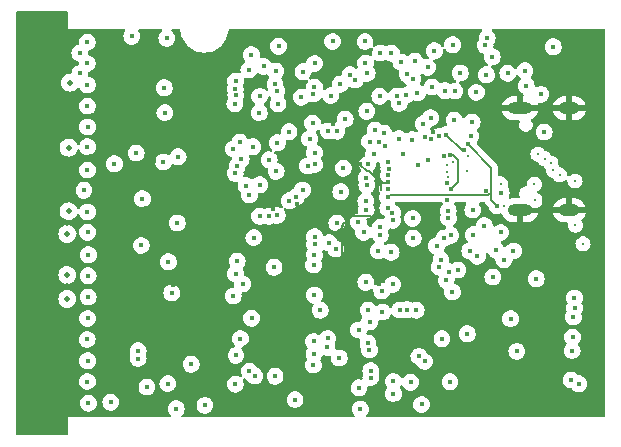
<source format=gbr>
%TF.GenerationSoftware,KiCad,Pcbnew,8.0.2*%
%TF.CreationDate,2024-12-18T21:07:28-06:00*%
%TF.ProjectId,Usb_Bridge,5573625f-4272-4696-9467-652e6b696361,rev?*%
%TF.SameCoordinates,Original*%
%TF.FileFunction,Copper,L3,Inr*%
%TF.FilePolarity,Positive*%
%FSLAX46Y46*%
G04 Gerber Fmt 4.6, Leading zero omitted, Abs format (unit mm)*
G04 Created by KiCad (PCBNEW 8.0.2) date 2024-12-18 21:07:28*
%MOMM*%
%LPD*%
G01*
G04 APERTURE LIST*
%TA.AperFunction,ComponentPad*%
%ADD10O,2.100000X1.000000*%
%TD*%
%TA.AperFunction,ComponentPad*%
%ADD11O,1.800000X1.000000*%
%TD*%
%TA.AperFunction,ViaPad*%
%ADD12C,0.400000*%
%TD*%
%TA.AperFunction,ViaPad*%
%ADD13C,0.500000*%
%TD*%
%TA.AperFunction,ViaPad*%
%ADD14C,0.250000*%
%TD*%
%TA.AperFunction,Conductor*%
%ADD15C,0.200000*%
%TD*%
%TA.AperFunction,Conductor*%
%ADD16C,0.130000*%
%TD*%
G04 APERTURE END LIST*
D10*
%TO.N,GND*%
%TO.C,J12*%
X42700000Y1100000D03*
D11*
X46900000Y1100000D03*
D10*
X42700000Y9740000D03*
D11*
X46900000Y9740000D03*
%TD*%
D12*
%TO.N,GND*%
X41490000Y-6670000D03*
X46460000Y-8550000D03*
X43330000Y-9030000D03*
X44480000Y-6660000D03*
X35930000Y-10940000D03*
%TO.N,SCL*%
X41930000Y-8080000D03*
X42450000Y-10860000D03*
%TO.N,GND*%
X25210000Y15380000D03*
X29200000Y4980000D03*
D13*
X4400000Y0D03*
D12*
X46722669Y15859104D03*
D13*
X4400000Y-5300000D03*
D12*
X23878407Y1636978D03*
X5190000Y-12520000D03*
X9900000Y2230000D03*
D13*
X4400000Y4100000D03*
D12*
X31550586Y3508285D03*
X13320000Y-5220000D03*
X10920000Y-5260000D03*
X35320000Y7690000D03*
X36545000Y1960000D03*
X19930000Y-15380000D03*
X45270000Y-2220000D03*
X42960000Y15530000D03*
X30410000Y15220000D03*
X32200000Y8820000D03*
X39270000Y-6410000D03*
X24060000Y8216844D03*
X35680000Y-7120000D03*
X15580000Y-13660000D03*
X26185986Y-4935282D03*
X13640000Y14980000D03*
X26740000Y-13030000D03*
X49130000Y13600000D03*
X4588561Y8651827D03*
X14720000Y12240000D03*
X13346172Y-2196399D03*
X26905998Y8359128D03*
X36545000Y3364772D03*
X11720000Y5240000D03*
X29830000Y-15120000D03*
X27840002Y1650000D03*
X43020000Y14320000D03*
X30986581Y9586563D03*
X21220000Y8340000D03*
D13*
X11779265Y2220735D03*
D12*
X18680000Y1170000D03*
X24440000Y16130000D03*
X5290000Y16130000D03*
X37660000Y-410000D03*
D13*
X4400000Y15200000D03*
D12*
X11710000Y10960000D03*
X15590000Y4940000D03*
X9860000Y-2470000D03*
X21772969Y1218175D03*
X39850000Y2761393D03*
X30824049Y-5132671D03*
%TO.N,+2V8*%
X23170000Y7740000D03*
X13234175Y-5911993D03*
X19530000Y3170000D03*
X14890000Y-11950000D03*
X13700000Y10000D03*
X10660000Y-1890000D03*
X29760000Y9470000D03*
X11140000Y-13870000D03*
X13780000Y5620000D03*
X32639651Y13633804D03*
X18620000Y-13630000D03*
X12820000Y15650000D03*
X8388409Y5040000D03*
X18450000Y-6160000D03*
X10760000Y2079998D03*
X25164986Y8471637D03*
X12910000Y-13580000D03*
X12950000Y-3270000D03*
X22290000Y14970000D03*
X12600000Y11470000D03*
X10390000Y-11460000D03*
X23780748Y2210495D03*
%TO.N,+5V*%
X31190000Y7620000D03*
X38670000Y8560000D03*
X34390000Y-15350000D03*
X38260000Y-9360000D03*
X29210000Y-15740000D03*
X39880000Y12570000D03*
X26387703Y-10519999D03*
X38562067Y7346815D03*
X29060000Y-9040000D03*
%TO.N,iATN*%
X37010000Y15110000D03*
X30904979Y14413116D03*
%TO.N,oIO*%
X21020000Y13270000D03*
X33627125Y400000D03*
X34040000Y11040000D03*
X25330000Y13520000D03*
X25310000Y11510000D03*
%TO.N,oREQ*%
X22140000Y11180000D03*
X21453111Y592525D03*
X20680000Y10730000D03*
X31932467Y243152D03*
%TO.N,oSEL*%
X30893794Y-973837D03*
X20100000Y6460000D03*
X20683909Y583909D03*
X29780000Y12680000D03*
X24913913Y7160000D03*
X18461207Y6296410D03*
X24347643Y12820390D03*
%TO.N,oBSY*%
X44479187Y10900000D03*
X39770000Y15060000D03*
X26850000Y15382500D03*
X43250000Y11630000D03*
X37199948Y11179948D03*
X32487499Y10145239D03*
X24210000Y10650000D03*
X19810000Y2400000D03*
X36666860Y418842D03*
X43140000Y12900000D03*
X35479883Y14590000D03*
X23206143Y1906633D03*
X29600000Y15382500D03*
%TO.N,SD_CLK*%
X47140000Y-10790000D03*
X27420000Y-11410000D03*
X30790913Y6894519D03*
%TO.N,oCD_iSEL*%
X30911413Y-335412D03*
X31623084Y4621464D03*
X21490018Y5360000D03*
D13*
%TO.N,ATN*%
X4500000Y6400000D03*
D12*
X36395698Y11206381D03*
X6100000Y6480000D03*
%TO.N,BSY*%
X5810000Y2780000D03*
X26490000Y7810000D03*
%TO.N,DBP*%
X20195313Y-1218106D03*
X6110000Y-770000D03*
D13*
X4400000Y-900000D03*
D12*
%TO.N,ACK*%
X28327331Y12568305D03*
X20650000Y9360000D03*
X12530000Y5170000D03*
X12660000Y9360000D03*
X20670000Y3260000D03*
X6100000Y4490000D03*
%TO.N,RST*%
X6110000Y8150000D03*
X35146901Y8922131D03*
%TO.N,MSG*%
X6090000Y13520000D03*
X33821788Y13710753D03*
%TO.N,SEL*%
X19011207Y6860000D03*
D13*
X4500000Y1000000D03*
D12*
X22175000Y6810000D03*
X19110000Y5396410D03*
X6100000Y950000D03*
%TO.N,CD*%
X19770000Y12980000D03*
X18608611Y4216719D03*
D13*
X4599994Y11900000D03*
D12*
X22078325Y4380000D03*
X6090000Y11700000D03*
%TO.N,REQ*%
X22049890Y12850000D03*
X6090000Y15310000D03*
X18650000Y12020000D03*
X19977953Y14267432D03*
%TO.N,IO*%
X18580000Y10110000D03*
X6090000Y9910000D03*
X22240000Y10110000D03*
%TO.N,DB7*%
X6175000Y-15240000D03*
X20280000Y-12950000D03*
%TO.N,DB6*%
X19810000Y-12540000D03*
X6100000Y-13410000D03*
%TO.N,DB5*%
X18680000Y-11200000D03*
X6120000Y-11640000D03*
%TO.N,DB4*%
X6080000Y-9850000D03*
X19050000Y-9770000D03*
%TO.N,DB3*%
X20000000Y-8050000D03*
X6110000Y-8070000D03*
%TO.N,DB2*%
X19230000Y-5140000D03*
D13*
X4400000Y-6400000D03*
D12*
X6160000Y-6250000D03*
%TO.N,DB1*%
X18650000Y-4300000D03*
X6160000Y-4450000D03*
D13*
X4400000Y-4400000D03*
D12*
%TO.N,DB0*%
X18770000Y-3230000D03*
X6175000Y-2680000D03*
%TO.N,+3V3*%
X42170000Y-2360000D03*
X36883933Y2931612D03*
X36830000Y5780000D03*
X33457308Y-13478472D03*
X27221510Y10000D03*
X31813157Y-2460013D03*
X36116091Y-9780000D03*
X30448575Y7880000D03*
X36866067Y-1039979D03*
X32000000Y-14430000D03*
X39700000Y-225422D03*
X27220000Y7790000D03*
X41080000Y-790000D03*
X34546414Y8429152D03*
X47170000Y-9650000D03*
X31507200Y2859732D03*
X37160000Y8720000D03*
D14*
X47420000Y-190000D03*
X48060000Y-1760000D03*
D12*
X27120000Y-2180000D03*
%TO.N,Net-(D3-A)*%
X29090000Y-13940000D03*
%TO.N,oMSG_iBSY*%
X33037499Y10817499D03*
X31917021Y892971D03*
%TO.N,SD_CMD_MOSI*%
X31282726Y6501973D03*
X29850000Y-10150000D03*
X47250000Y-7930000D03*
%TO.N,SD_D0_MISO*%
X30331216Y5825784D03*
X30084127Y-12478474D03*
X47040000Y-13270000D03*
%TO.N,DBPTr*%
X32010000Y-13400000D03*
X32460000Y7160000D03*
X21985000Y-12965000D03*
%TO.N,SD_D1*%
X31537878Y5164825D03*
X30100000Y-13070000D03*
X29981866Y6913013D03*
X47690000Y-13600000D03*
%TO.N,SD_D2*%
X47330000Y-6340000D03*
X29820710Y4980710D03*
X29670000Y-5012582D03*
%TO.N,SD_D3_CS*%
X31582757Y4072942D03*
X31014478Y-5754153D03*
X47350000Y-7210000D03*
%TO.N,iRST*%
X35289490Y11534771D03*
X33646798Y12189305D03*
%TO.N,/Pico/ADC_AVDD*%
X38470000Y-2330000D03*
X36030000Y-3090000D03*
%TO.N,iACK*%
X27500000Y11770000D03*
X32302932Y10768487D03*
%TO.N,+1V1*%
X38289998Y6680000D03*
X31507844Y2190983D03*
X40765945Y1481637D03*
%TO.N,SCL*%
X29480000Y-780000D03*
X29860000Y-7380000D03*
%TO.N,TRM_ON_J*%
X5460449Y12678824D03*
X10220000Y5930000D03*
X9860000Y15815000D03*
X10390000Y-10790000D03*
X5460449Y14400000D03*
X8070000Y-15170000D03*
%TO.N,iBSY*%
X25236601Y10934419D03*
X30844128Y10748110D03*
%TO.N,iCD*%
X24740000Y4840000D03*
X18769832Y4846410D03*
%TO.N,iMSG*%
X34900000Y13190000D03*
X29640000Y13530000D03*
%TO.N,iIO*%
X21980000Y11760000D03*
X18670000Y10810000D03*
%TO.N,oACK*%
X27922100Y8825505D03*
X33685858Y-1280000D03*
X26563686Y-1663818D03*
%TO.N,SDA*%
X29037984Y90000D03*
X29980000Y-10720000D03*
%TO.N,VBUS*%
X44100000Y-4700000D03*
X31954747Y-5190000D03*
X36996364Y-5826631D03*
X41138083Y2594794D03*
X37470000Y-3970002D03*
X40690000Y-2280000D03*
X44770000Y7720000D03*
%TO.N,!oBSY*%
X28789665Y12111412D03*
X33156163Y12615662D03*
X41683429Y12700000D03*
X18610000Y11380000D03*
%TO.N,ACKDr*%
X24313725Y2805120D03*
X26716091Y10806091D03*
%TO.N,/Pico/XIN*%
X29723522Y3864781D03*
X27545000Y2655618D03*
D14*
%TO.N,/Pico/USB_D-*%
X41350000Y1460000D03*
X43990000Y1920000D03*
%TO.N,/Pico/USB_D+*%
X41090000Y3330000D03*
X43930000Y3300000D03*
D12*
%TO.N,/Pico/SWDIO*%
X22175271Y648183D03*
X21900000Y-3740000D03*
X31531210Y1284954D03*
%TO.N,/Pico/SWCLK*%
X29670000Y1880000D03*
%TO.N,/Pico/RUN*%
X29699498Y1131680D03*
X39030000Y11069653D03*
X38720000Y1140000D03*
X38780000Y-980000D03*
%TO.N,/Pico/XOUT*%
X29750000Y3230000D03*
X27764670Y4655375D03*
%TO.N,/Pico/GPIO24*%
X36645004Y1060000D03*
X30743457Y-2329396D03*
D14*
%TO.N,/Pico/QSPI_SS*%
X38325000Y5700000D03*
X44240000Y5830000D03*
D12*
%TO.N,/Pico/GPIO08*%
X32781634Y5853644D03*
X32543352Y-7359998D03*
X29985549Y-8370000D03*
%TO.N,/Pico/GPIO07*%
X26430000Y-9760000D03*
X33191518Y-7321182D03*
X33608728Y7070000D03*
%TO.N,/Pico/GPIO06*%
X34086886Y4950001D03*
X25245385Y-10014077D03*
X33930000Y-7370000D03*
%TO.N,/Pico/GPIO05*%
X34160998Y-11284816D03*
X34708728Y7307215D03*
X25279345Y-11077431D03*
%TO.N,/Pico/GPIO28*%
X37663840Y12712850D03*
X39120000Y-2803360D03*
X31842761Y14392550D03*
%TO.N,/Pico/GPIO04*%
X34940000Y5373149D03*
X25227649Y-11998432D03*
X34648924Y-11711106D03*
%TO.N,/Pico/GPIO03*%
X35661801Y-1938199D03*
X25340000Y-1150000D03*
X35221565Y7108470D03*
%TO.N,/Pico/GPIO02*%
X36290000Y5652022D03*
X25339892Y-1793029D03*
X36290000Y-1250000D03*
%TO.N,/Pico/GPIO01*%
X35879857Y-3695508D03*
X35827692Y7343234D03*
X25322637Y-2681205D03*
%TO.N,/Pico/GPIO00*%
X36461442Y7487679D03*
X25247288Y-3529121D03*
X36704377Y-4099228D03*
X37977617Y6158206D03*
D14*
%TO.N,/Pico/QSPI_SCLK*%
X36560000Y4360000D03*
X46070000Y4090000D03*
%TO.N,/Pico/QSPI_SD0*%
X38250785Y4400011D03*
X45540000Y4470000D03*
%TO.N,/Pico/QSPI_SD1*%
X37050000Y5200000D03*
X44810000Y5470000D03*
D12*
%TO.N,Net-(R24-Pad1)*%
X45537499Y14925596D03*
X39940000Y15680000D03*
D14*
%TO.N,/Pico/QSPI_SD2*%
X36550000Y4930000D03*
X45340000Y5090000D03*
D12*
%TO.N,Net-(J13-Pin_1)*%
X25370000Y4970000D03*
%TO.N,Net-(J13-Pin_3)*%
X25330000Y5980000D03*
D14*
%TO.N,/Pico/QSPI_SD3*%
X47380000Y3570000D03*
X36665000Y3875876D03*
D12*
%TO.N,Net-(R58-Pad2)*%
X41360000Y-3090000D03*
%TO.N,Net-(D8-K)*%
X31080000Y-7517158D03*
%TO.N,Net-(D9-K)*%
X25310000Y-6090000D03*
%TO.N,EXT_TERM_PWR*%
X23680000Y-14940000D03*
X13620577Y-15709248D03*
%TO.N,Net-(D9-A)*%
X25810000Y-7370000D03*
X16050000Y-15430000D03*
%TO.N,Net-(JP7-A)*%
X40430000Y-4560000D03*
X36469778Y-4852987D03*
X36800000Y-13420000D03*
%TO.N,Net-(R27-Pad2)*%
X40370000Y14080000D03*
%TD*%
D15*
%TO.N,GND*%
X29951340Y4414781D02*
X29750242Y4414781D01*
X30957200Y3408921D02*
X31451222Y3408921D01*
X31451222Y3408921D02*
X31550586Y3508285D01*
X27771510Y-217818D02*
X27449328Y-540000D01*
X30957200Y2773335D02*
X30957200Y3408921D01*
X28040000Y210000D02*
X27685000Y-145000D01*
X27685000Y-145000D02*
X27685000Y-3436268D01*
X27771510Y-58490D02*
X27771510Y-217818D01*
X30075046Y630000D02*
X28460000Y630000D01*
X27685000Y-3436268D02*
X26185986Y-4935282D01*
X28040000Y210000D02*
X27771510Y-58490D01*
X28460000Y630000D02*
X28040000Y210000D01*
X30957200Y3408921D02*
X29951340Y4414781D01*
X29200000Y4965023D02*
X29200000Y4980000D01*
X29750242Y4414781D02*
X29200000Y4965023D01*
X27449328Y-540000D02*
X27290000Y-540000D01*
%TO.N,+3V3*%
X37475000Y3522679D02*
X37475000Y5376041D01*
X37071041Y5780000D02*
X36830000Y5780000D01*
X36883933Y2931612D02*
X37475000Y3522679D01*
X37475000Y5376041D02*
X37071041Y5780000D01*
D16*
%TO.N,+1V1*%
X40265000Y2720000D02*
X40265000Y2589494D01*
X40021899Y2346393D02*
X36745506Y2346393D01*
X38289998Y6680000D02*
X40265000Y4704998D01*
X36745506Y2346393D02*
X36711899Y2380000D01*
X31696861Y2380000D02*
X31507844Y2190983D01*
X40265000Y2720000D02*
X40265000Y1982582D01*
X36711899Y2380000D02*
X31696861Y2380000D01*
X40265000Y2589494D02*
X40021899Y2346393D01*
X40265000Y4704998D02*
X40265000Y2720000D01*
X40265000Y1982582D02*
X40765945Y1481637D01*
D15*
%TO.N,/Pico/GPIO00*%
X36461442Y7487679D02*
X37790915Y6158206D01*
X37790915Y6158206D02*
X37977617Y6158206D01*
%TD*%
%TA.AperFunction,Conductor*%
%TO.N,GND*%
G36*
X30784611Y5180407D02*
G01*
X30826216Y5122878D01*
X30832532Y5095984D01*
X30844912Y4994025D01*
X30905924Y4833147D01*
X30909466Y4826399D01*
X30907297Y4825261D01*
X30925811Y4769135D01*
X30924961Y4749787D01*
X30909380Y4621467D01*
X30909380Y4621461D01*
X30930117Y4450666D01*
X30932247Y4445052D01*
X30937701Y4374265D01*
X30932247Y4355692D01*
X30889791Y4243744D01*
X30889791Y4243742D01*
X30869053Y4072946D01*
X30869053Y4072939D01*
X30889791Y3902143D01*
X30949977Y3743446D01*
X30950803Y3741267D01*
X31048542Y3599669D01*
X31054805Y3594120D01*
X31092532Y3533978D01*
X31091754Y3462986D01*
X31054809Y3405496D01*
X30972986Y3333006D01*
X30972985Y3333005D01*
X30950205Y3300003D01*
X30875245Y3191406D01*
X30814234Y3030532D01*
X30793496Y2859736D01*
X30793496Y2859729D01*
X30814234Y2688932D01*
X30814234Y2688930D01*
X30859646Y2569187D01*
X30865100Y2498400D01*
X30859646Y2479828D01*
X30814878Y2361783D01*
X30794140Y2190987D01*
X30794140Y2190980D01*
X30814878Y2020184D01*
X30852872Y1920003D01*
X30875890Y1859308D01*
X30917336Y1799263D01*
X30921922Y1792620D01*
X30944158Y1725196D01*
X30926411Y1656453D01*
X30921922Y1649469D01*
X30899262Y1616640D01*
X30899256Y1616630D01*
X30838244Y1455754D01*
X30817506Y1284958D01*
X30817506Y1284951D01*
X30838244Y1114155D01*
X30899206Y953412D01*
X30899256Y953279D01*
X30996995Y811681D01*
X31125780Y697587D01*
X31211494Y652601D01*
X31262516Y603234D01*
X31278749Y534119D01*
X31270751Y496355D01*
X31244219Y426394D01*
X31201362Y369792D01*
X31134706Y345347D01*
X31096254Y348734D01*
X30997444Y373088D01*
X30997441Y373088D01*
X30825385Y373088D01*
X30825381Y373088D01*
X30658333Y331915D01*
X30658325Y331911D01*
X30505986Y251958D01*
X30505981Y251954D01*
X30377198Y137861D01*
X30279458Y-3738D01*
X30218447Y-164611D01*
X30211969Y-217964D01*
X30183902Y-283177D01*
X30125033Y-322863D01*
X30054054Y-324423D01*
X30003336Y-297089D01*
X29885430Y-192633D01*
X29885429Y-192632D01*
X29885426Y-192630D01*
X29804448Y-150130D01*
X29753425Y-100762D01*
X29737193Y-31646D01*
X29737922Y-23375D01*
X29751688Y89998D01*
X29751688Y90004D01*
X29730950Y260798D01*
X29729732Y264009D01*
X29729537Y266530D01*
X29729126Y268200D01*
X29729403Y268269D01*
X29724275Y334796D01*
X29757954Y397296D01*
X29817387Y431034D01*
X29952581Y464355D01*
X30104928Y544313D01*
X30233713Y658407D01*
X30331452Y800005D01*
X30392463Y960879D01*
X30404498Y1059997D01*
X30413202Y1131677D01*
X30413202Y1131684D01*
X30394657Y1284411D01*
X30392463Y1302481D01*
X30331452Y1463355D01*
X30329180Y1466647D01*
X30328259Y1469438D01*
X30327909Y1470106D01*
X30328020Y1470165D01*
X30306946Y1534073D01*
X30315065Y1582898D01*
X30362965Y1709199D01*
X30362965Y1709200D01*
X30362966Y1709202D01*
X30383704Y1879997D01*
X30383704Y1880004D01*
X30362965Y2050800D01*
X30355115Y2071501D01*
X30301954Y2211675D01*
X30204215Y2353273D01*
X30117590Y2430017D01*
X30079866Y2490159D01*
X30080646Y2561152D01*
X30119684Y2620452D01*
X30142583Y2635891D01*
X30155430Y2642633D01*
X30284215Y2756727D01*
X30381954Y2898325D01*
X30442965Y3059199D01*
X30463704Y3230000D01*
X30462127Y3242984D01*
X30443975Y3392486D01*
X30442965Y3400801D01*
X30391077Y3537620D01*
X30385623Y3608407D01*
X30391077Y3626981D01*
X30391976Y3629350D01*
X30416487Y3693980D01*
X30416487Y3693981D01*
X30416488Y3693983D01*
X30437226Y3864778D01*
X30437226Y3864785D01*
X30418776Y4016728D01*
X30416487Y4035582D01*
X30355476Y4196456D01*
X30304189Y4270758D01*
X30285476Y4297868D01*
X30263240Y4365292D01*
X30280987Y4434035D01*
X30305614Y4463752D01*
X30354925Y4507437D01*
X30452664Y4649035D01*
X30513675Y4809909D01*
X30534414Y4980710D01*
X30533254Y4990260D01*
X30528632Y5028327D01*
X30527596Y5036860D01*
X30539240Y5106895D01*
X30586900Y5159516D01*
X30594097Y5163602D01*
X30648899Y5192364D01*
X30718509Y5206310D01*
X30784611Y5180407D01*
G37*
%TD.AperFunction*%
%TA.AperFunction,Conductor*%
G36*
X4391621Y17929498D02*
G01*
X4438114Y17875842D01*
X4449500Y17823500D01*
X4449500Y16479081D01*
X4479080Y16449501D01*
X4479082Y16449500D01*
X4520918Y16449500D01*
X9196999Y16449500D01*
X9265120Y16429498D01*
X9311613Y16375842D01*
X9321717Y16305568D01*
X9300696Y16251926D01*
X9247630Y16175048D01*
X9228045Y16146674D01*
X9167034Y15985800D01*
X9146296Y15815004D01*
X9146296Y15814997D01*
X9167034Y15644201D01*
X9218233Y15509201D01*
X9228046Y15483325D01*
X9325785Y15341727D01*
X9454570Y15227633D01*
X9454571Y15227633D01*
X9454573Y15227631D01*
X9535465Y15185176D01*
X9606917Y15147675D01*
X9606918Y15147675D01*
X9606920Y15147674D01*
X9712643Y15121616D01*
X9773972Y15106500D01*
X9773975Y15106500D01*
X9946025Y15106500D01*
X9946028Y15106500D01*
X10113083Y15147675D01*
X10265430Y15227633D01*
X10394215Y15341727D01*
X10491954Y15483325D01*
X10552965Y15644199D01*
X10569129Y15777323D01*
X10573704Y15814997D01*
X10573704Y15815004D01*
X10552965Y15985800D01*
X10543153Y16011674D01*
X10491954Y16146675D01*
X10419304Y16251926D01*
X10397069Y16319348D01*
X10414816Y16388091D01*
X10466910Y16436327D01*
X10523001Y16449500D01*
X12321784Y16449500D01*
X12389905Y16429498D01*
X12436398Y16375842D01*
X12446502Y16305568D01*
X12417008Y16240988D01*
X12405338Y16229188D01*
X12285785Y16123273D01*
X12188045Y15981674D01*
X12127034Y15820800D01*
X12106296Y15650004D01*
X12106296Y15649997D01*
X12127034Y15479201D01*
X12176669Y15348325D01*
X12188046Y15318325D01*
X12285785Y15176727D01*
X12414570Y15062633D01*
X12414571Y15062633D01*
X12414573Y15062631D01*
X12495465Y15020176D01*
X12566917Y14982675D01*
X12566918Y14982675D01*
X12566920Y14982674D01*
X12719739Y14945008D01*
X12733972Y14941500D01*
X12733975Y14941500D01*
X12906025Y14941500D01*
X12906028Y14941500D01*
X13073083Y14982675D01*
X13225430Y15062633D01*
X13354215Y15176727D01*
X13451954Y15318325D01*
X13512965Y15479199D01*
X13521260Y15547520D01*
X13533704Y15649997D01*
X13533704Y15650004D01*
X13512965Y15820800D01*
X13501588Y15850801D01*
X13451954Y15981675D01*
X13354215Y16123273D01*
X13234661Y16229189D01*
X13196937Y16289332D01*
X13197717Y16360325D01*
X13236755Y16419625D01*
X13301656Y16448407D01*
X13318216Y16449500D01*
X13827296Y16449500D01*
X13895417Y16429498D01*
X13941910Y16375842D01*
X13952122Y16340658D01*
X13987697Y16081838D01*
X13987698Y16081832D01*
X14063377Y15811734D01*
X14063380Y15811724D01*
X14175136Y15554435D01*
X14175138Y15554432D01*
X14320889Y15314754D01*
X14494751Y15101050D01*
X14497921Y15097153D01*
X14615474Y14987367D01*
X14702931Y14905688D01*
X14932104Y14743919D01*
X15181170Y14614864D01*
X15445489Y14520925D01*
X15720138Y14463852D01*
X15720149Y14463852D01*
X15720151Y14463851D01*
X15999996Y14444709D01*
X16000000Y14444709D01*
X16000004Y14444709D01*
X16279848Y14463851D01*
X16279848Y14463852D01*
X16279862Y14463852D01*
X16554511Y14520925D01*
X16818830Y14614864D01*
X17067896Y14743919D01*
X17297069Y14905688D01*
X17502081Y15097155D01*
X17679111Y15314754D01*
X17824862Y15554432D01*
X17936620Y15811725D01*
X18012303Y16081839D01*
X18035681Y16251923D01*
X18047878Y16340658D01*
X18076969Y16405420D01*
X18136456Y16444174D01*
X18172704Y16449500D01*
X39407921Y16449500D01*
X39476042Y16429498D01*
X39522535Y16375842D01*
X39532639Y16305568D01*
X39503145Y16240988D01*
X39491475Y16229188D01*
X39405785Y16153274D01*
X39308045Y16011674D01*
X39247034Y15850800D01*
X39226296Y15680004D01*
X39226296Y15679998D01*
X39237106Y15590970D01*
X39225461Y15520935D01*
X39215721Y15504206D01*
X39138046Y15391676D01*
X39077034Y15230800D01*
X39056296Y15060004D01*
X39056296Y15059997D01*
X39077034Y14889201D01*
X39136776Y14731675D01*
X39138046Y14728325D01*
X39235785Y14586727D01*
X39364570Y14472633D01*
X39364571Y14472633D01*
X39364573Y14472631D01*
X39445465Y14430176D01*
X39516917Y14392675D01*
X39516918Y14392675D01*
X39516920Y14392674D01*
X39580724Y14376948D01*
X39642079Y14341225D01*
X39674380Y14278002D01*
X39675652Y14239422D01*
X39656296Y14080004D01*
X39656296Y14079997D01*
X39677034Y13909201D01*
X39720888Y13793568D01*
X39738046Y13748325D01*
X39835785Y13606727D01*
X39957596Y13498811D01*
X39995321Y13438668D01*
X39994541Y13367676D01*
X39955503Y13308375D01*
X39890602Y13279593D01*
X39874042Y13278500D01*
X39793968Y13278500D01*
X39626920Y13237327D01*
X39626912Y13237323D01*
X39474573Y13157370D01*
X39474568Y13157366D01*
X39345785Y13043273D01*
X39248045Y12901674D01*
X39187034Y12740800D01*
X39166296Y12570004D01*
X39166296Y12569997D01*
X39187034Y12399201D01*
X39245946Y12243863D01*
X39248046Y12238325D01*
X39345785Y12096727D01*
X39474570Y11982633D01*
X39474571Y11982633D01*
X39474573Y11982631D01*
X39514502Y11961675D01*
X39626917Y11902675D01*
X39626918Y11902675D01*
X39626920Y11902674D01*
X39744450Y11873706D01*
X39793972Y11861500D01*
X39793975Y11861500D01*
X39966025Y11861500D01*
X39966028Y11861500D01*
X40133083Y11902675D01*
X40285430Y11982633D01*
X40414215Y12096727D01*
X40511954Y12238325D01*
X40572965Y12399199D01*
X40583834Y12488715D01*
X40593704Y12569997D01*
X40593704Y12570004D01*
X40577919Y12700004D01*
X40969725Y12700004D01*
X40969725Y12699997D01*
X40990463Y12529201D01*
X41048290Y12376724D01*
X41051475Y12368325D01*
X41149214Y12226727D01*
X41277999Y12112633D01*
X41278000Y12112633D01*
X41278002Y12112631D01*
X41317931Y12091675D01*
X41430346Y12032675D01*
X41430347Y12032675D01*
X41430349Y12032674D01*
X41532360Y12007531D01*
X41597401Y11991500D01*
X41597404Y11991500D01*
X41769454Y11991500D01*
X41769457Y11991500D01*
X41936512Y12032675D01*
X42088859Y12112633D01*
X42217644Y12226727D01*
X42315383Y12368325D01*
X42347525Y12453078D01*
X42390382Y12509677D01*
X42457037Y12534122D01*
X42526327Y12518650D01*
X42569031Y12479973D01*
X42593268Y12444861D01*
X42605785Y12426727D01*
X42694280Y12348327D01*
X42736880Y12310586D01*
X42774605Y12250441D01*
X42773825Y12179449D01*
X42736882Y12121964D01*
X42715786Y12103275D01*
X42618045Y11961674D01*
X42557034Y11800800D01*
X42536296Y11630004D01*
X42536296Y11629997D01*
X42557034Y11459201D01*
X42617715Y11299199D01*
X42618046Y11298325D01*
X42715785Y11156727D01*
X42844570Y11042633D01*
X42957934Y10983135D01*
X43008955Y10933768D01*
X43025187Y10864652D01*
X43001476Y10797732D01*
X42988473Y10782474D01*
X42954000Y10748001D01*
X42954000Y10040000D01*
X42446000Y10040000D01*
X42446000Y10748000D01*
X42050718Y10748000D01*
X41855976Y10709263D01*
X41855971Y10709261D01*
X41672533Y10633278D01*
X41507442Y10522968D01*
X41507435Y10522963D01*
X41367037Y10382565D01*
X41367032Y10382558D01*
X41256722Y10217467D01*
X41180739Y10034029D01*
X41180737Y10034024D01*
X41172776Y9994001D01*
X41172776Y9994000D01*
X41989940Y9994000D01*
X41965795Y9980060D01*
X41909940Y9924205D01*
X41870444Y9855796D01*
X41850000Y9779496D01*
X41850000Y9700504D01*
X41870444Y9624204D01*
X41909940Y9555795D01*
X41965795Y9499940D01*
X41989940Y9486000D01*
X41172776Y9486000D01*
X41180737Y9445977D01*
X41180739Y9445972D01*
X41256722Y9262534D01*
X41367032Y9097443D01*
X41367037Y9097436D01*
X41507435Y8957038D01*
X41507442Y8957033D01*
X41672533Y8846723D01*
X41855971Y8770740D01*
X41855976Y8770738D01*
X42050718Y8732001D01*
X42050722Y8732000D01*
X42580873Y8732000D01*
X42648994Y8711998D01*
X42695487Y8658342D01*
X42705591Y8588068D01*
X42689993Y8543001D01*
X42683720Y8532138D01*
X42683718Y8532133D01*
X42661405Y8448858D01*
X42644500Y8385766D01*
X42644500Y8234234D01*
X42671723Y8132635D01*
X42683718Y8087868D01*
X42683721Y8087861D01*
X42759482Y7956639D01*
X42759490Y7956629D01*
X42866628Y7849491D01*
X42866633Y7849487D01*
X42866635Y7849485D01*
X42866636Y7849484D01*
X42866638Y7849483D01*
X42917550Y7820089D01*
X42997865Y7773719D01*
X43144234Y7734500D01*
X43144236Y7734500D01*
X43295764Y7734500D01*
X43295766Y7734500D01*
X43442135Y7773719D01*
X43573365Y7849485D01*
X43680515Y7956635D01*
X43756281Y8087865D01*
X43795500Y8234234D01*
X43795500Y8385766D01*
X43756281Y8532135D01*
X43685516Y8654703D01*
X43676386Y8670517D01*
X43679241Y8672166D01*
X43659203Y8723991D01*
X43673465Y8793540D01*
X43723064Y8844339D01*
X43725379Y8845607D01*
X43727472Y8846726D01*
X43892557Y8957033D01*
X43892564Y8957038D01*
X44032962Y9097436D01*
X44032967Y9097443D01*
X44143277Y9262534D01*
X44219260Y9445972D01*
X44219262Y9445977D01*
X44227224Y9486000D01*
X43410060Y9486000D01*
X43434205Y9499940D01*
X43490060Y9555795D01*
X43529556Y9624204D01*
X43550000Y9700504D01*
X43550000Y9779496D01*
X43529556Y9855796D01*
X43490060Y9924205D01*
X43434205Y9980060D01*
X43410060Y9994000D01*
X44227224Y9994000D01*
X44227223Y9994001D01*
X45522776Y9994001D01*
X45522776Y9994000D01*
X46339940Y9994000D01*
X46315795Y9980060D01*
X46259940Y9924205D01*
X46220444Y9855796D01*
X46200000Y9779496D01*
X46200000Y9700504D01*
X46220444Y9624204D01*
X46259940Y9555795D01*
X46315795Y9499940D01*
X46339940Y9486000D01*
X45522776Y9486000D01*
X45530737Y9445977D01*
X45530739Y9445972D01*
X45606722Y9262534D01*
X45717032Y9097443D01*
X45717037Y9097436D01*
X45857435Y8957038D01*
X45857442Y8957033D01*
X46022533Y8846723D01*
X46205971Y8770740D01*
X46205976Y8770738D01*
X46400718Y8732001D01*
X46400722Y8732000D01*
X46646000Y8732000D01*
X46646000Y9440000D01*
X47154000Y9440000D01*
X47154000Y8732000D01*
X47399278Y8732000D01*
X47399281Y8732001D01*
X47594023Y8770738D01*
X47594028Y8770740D01*
X47777466Y8846723D01*
X47942557Y8957033D01*
X47942564Y8957038D01*
X48082962Y9097436D01*
X48082967Y9097443D01*
X48193277Y9262534D01*
X48269260Y9445972D01*
X48269262Y9445977D01*
X48277224Y9486000D01*
X47460060Y9486000D01*
X47484205Y9499940D01*
X47540060Y9555795D01*
X47579556Y9624204D01*
X47600000Y9700504D01*
X47600000Y9779496D01*
X47579556Y9855796D01*
X47540060Y9924205D01*
X47484205Y9980060D01*
X47460060Y9994000D01*
X48277224Y9994000D01*
X48277223Y9994001D01*
X48269262Y10034024D01*
X48269260Y10034029D01*
X48193277Y10217467D01*
X48082967Y10382558D01*
X48082962Y10382565D01*
X47942564Y10522963D01*
X47942557Y10522968D01*
X47777466Y10633278D01*
X47594028Y10709261D01*
X47594023Y10709263D01*
X47399281Y10748000D01*
X47154000Y10748000D01*
X47154000Y10040000D01*
X46646000Y10040000D01*
X46646000Y10748000D01*
X46400718Y10748000D01*
X46205976Y10709263D01*
X46205971Y10709261D01*
X46022533Y10633278D01*
X45857442Y10522968D01*
X45857435Y10522963D01*
X45717037Y10382565D01*
X45717032Y10382558D01*
X45606722Y10217467D01*
X45530739Y10034029D01*
X45530737Y10034024D01*
X45522776Y9994001D01*
X44227223Y9994001D01*
X44219262Y10034025D01*
X44217862Y10038640D01*
X44217228Y10109634D01*
X44255076Y10169700D01*
X44319391Y10199769D01*
X44368588Y10197557D01*
X44393159Y10191500D01*
X44393162Y10191500D01*
X44565212Y10191500D01*
X44565215Y10191500D01*
X44732270Y10232675D01*
X44884617Y10312633D01*
X45013402Y10426727D01*
X45111141Y10568325D01*
X45172152Y10729199D01*
X45180473Y10797732D01*
X45192891Y10899997D01*
X45192891Y10900004D01*
X45174881Y11048325D01*
X45172152Y11070801D01*
X45111141Y11231675D01*
X45013402Y11373273D01*
X44884617Y11487367D01*
X44884616Y11487368D01*
X44884613Y11487370D01*
X44732274Y11567323D01*
X44732266Y11567327D01*
X44565218Y11608500D01*
X44565215Y11608500D01*
X44393159Y11608500D01*
X44393155Y11608500D01*
X44226107Y11567327D01*
X44226101Y11567324D01*
X44148210Y11526444D01*
X44078597Y11512498D01*
X44012494Y11538402D01*
X43970890Y11595932D01*
X43964575Y11622825D01*
X43963703Y11630004D01*
X43942965Y11800801D01*
X43881954Y11961675D01*
X43784215Y12103273D01*
X43784213Y12103275D01*
X43653119Y12219415D01*
X43615394Y12279560D01*
X43616174Y12350552D01*
X43653118Y12408037D01*
X43674215Y12426727D01*
X43771954Y12568325D01*
X43832965Y12729199D01*
X43845679Y12833910D01*
X43853704Y12899997D01*
X43853704Y12900004D01*
X43836513Y13041578D01*
X43832965Y13070801D01*
X43771954Y13231675D01*
X43674215Y13373273D01*
X43545430Y13487367D01*
X43545429Y13487368D01*
X43545426Y13487370D01*
X43393087Y13567323D01*
X43393079Y13567327D01*
X43226031Y13608500D01*
X43226028Y13608500D01*
X43053972Y13608500D01*
X43053968Y13608500D01*
X42886920Y13567327D01*
X42886912Y13567323D01*
X42734573Y13487370D01*
X42734568Y13487366D01*
X42605785Y13373273D01*
X42508046Y13231675D01*
X42475904Y13146924D01*
X42433045Y13090323D01*
X42366389Y13065878D01*
X42297099Y13081351D01*
X42254397Y13120027D01*
X42217644Y13173273D01*
X42088859Y13287367D01*
X42088858Y13287368D01*
X42088855Y13287370D01*
X41936516Y13367323D01*
X41936508Y13367327D01*
X41769460Y13408500D01*
X41769457Y13408500D01*
X41597401Y13408500D01*
X41597397Y13408500D01*
X41430349Y13367327D01*
X41430341Y13367323D01*
X41278002Y13287370D01*
X41277997Y13287366D01*
X41149214Y13173273D01*
X41051474Y13031674D01*
X40990463Y12870800D01*
X40969725Y12700004D01*
X40577919Y12700004D01*
X40572965Y12740800D01*
X40555649Y12786461D01*
X40511954Y12901675D01*
X40414215Y13043273D01*
X40292403Y13151190D01*
X40254679Y13211332D01*
X40255459Y13282324D01*
X40294497Y13341625D01*
X40359398Y13370407D01*
X40375958Y13371500D01*
X40456025Y13371500D01*
X40456028Y13371500D01*
X40623083Y13412675D01*
X40775430Y13492633D01*
X40904215Y13606727D01*
X41001954Y13748325D01*
X41062965Y13909199D01*
X41079142Y14042428D01*
X41083704Y14079997D01*
X41083704Y14080004D01*
X41062965Y14250800D01*
X41060112Y14258325D01*
X41001954Y14411675D01*
X40904215Y14553273D01*
X40775430Y14667367D01*
X40775429Y14667368D01*
X40775426Y14667370D01*
X40623087Y14747323D01*
X40623086Y14747324D01*
X40623083Y14747325D01*
X40623079Y14747326D01*
X40623074Y14747328D01*
X40559273Y14763054D01*
X40497919Y14798777D01*
X40465618Y14862000D01*
X40464347Y14900580D01*
X40467385Y14925600D01*
X44823795Y14925600D01*
X44823795Y14925593D01*
X44844533Y14754797D01*
X44903579Y14599106D01*
X44905545Y14593921D01*
X45003284Y14452323D01*
X45132069Y14338229D01*
X45132070Y14338229D01*
X45132072Y14338227D01*
X45193160Y14306166D01*
X45284416Y14258271D01*
X45284417Y14258271D01*
X45284419Y14258270D01*
X45434926Y14221174D01*
X45451471Y14217096D01*
X45451474Y14217096D01*
X45623524Y14217096D01*
X45623527Y14217096D01*
X45790582Y14258271D01*
X45942929Y14338229D01*
X46071714Y14452323D01*
X46169453Y14593921D01*
X46230464Y14754795D01*
X46240412Y14836727D01*
X46251203Y14925593D01*
X46251203Y14925600D01*
X46233994Y15067328D01*
X46230464Y15096397D01*
X46169453Y15257271D01*
X46071714Y15398869D01*
X45942929Y15512963D01*
X45942928Y15512964D01*
X45942925Y15512966D01*
X45790586Y15592919D01*
X45790578Y15592923D01*
X45623530Y15634096D01*
X45623527Y15634096D01*
X45451471Y15634096D01*
X45451467Y15634096D01*
X45284419Y15592923D01*
X45284411Y15592919D01*
X45132072Y15512966D01*
X45132067Y15512962D01*
X45003284Y15398869D01*
X44905544Y15257270D01*
X44844533Y15096396D01*
X44823795Y14925600D01*
X40467385Y14925600D01*
X40483704Y15059999D01*
X40483704Y15060002D01*
X40474087Y15139201D01*
X40472893Y15149032D01*
X40484537Y15219065D01*
X40494273Y15235787D01*
X40571954Y15348325D01*
X40632965Y15509199D01*
X40642894Y15590970D01*
X40653704Y15679997D01*
X40653704Y15680004D01*
X40632965Y15850800D01*
X40615304Y15897370D01*
X40571954Y16011675D01*
X40474215Y16153273D01*
X40388524Y16229189D01*
X40350800Y16289333D01*
X40351580Y16360325D01*
X40390618Y16419626D01*
X40455519Y16448407D01*
X40472079Y16449500D01*
X49823500Y16449500D01*
X49891621Y16429498D01*
X49938114Y16375842D01*
X49949500Y16323500D01*
X49949500Y-16323500D01*
X49929498Y-16391621D01*
X49875842Y-16438114D01*
X49823500Y-16449500D01*
X29809804Y-16449500D01*
X29741683Y-16429498D01*
X29695190Y-16375842D01*
X29685086Y-16305568D01*
X29714580Y-16240988D01*
X29726244Y-16229193D01*
X29744215Y-16213273D01*
X29841954Y-16071675D01*
X29902965Y-15910801D01*
X29911260Y-15842480D01*
X29923704Y-15740003D01*
X29923704Y-15739996D01*
X29902965Y-15569200D01*
X29891303Y-15538448D01*
X29841954Y-15408325D01*
X29801692Y-15349996D01*
X33676296Y-15349996D01*
X33676296Y-15350003D01*
X33697034Y-15520799D01*
X33703728Y-15538448D01*
X33758046Y-15681675D01*
X33855785Y-15823273D01*
X33984570Y-15937367D01*
X33984571Y-15937367D01*
X33984573Y-15937369D01*
X34005780Y-15948499D01*
X34136917Y-16017325D01*
X34136918Y-16017325D01*
X34136920Y-16017326D01*
X34295394Y-16056385D01*
X34303972Y-16058500D01*
X34303975Y-16058500D01*
X34476025Y-16058500D01*
X34476028Y-16058500D01*
X34634505Y-16019439D01*
X34643079Y-16017326D01*
X34643079Y-16017325D01*
X34643083Y-16017325D01*
X34795430Y-15937367D01*
X34924215Y-15823273D01*
X35021954Y-15681675D01*
X35082965Y-15520801D01*
X35096021Y-15413273D01*
X35103704Y-15350003D01*
X35103704Y-15349996D01*
X35082965Y-15179200D01*
X35079475Y-15169996D01*
X35021954Y-15018325D01*
X34924215Y-14876727D01*
X34795430Y-14762633D01*
X34795429Y-14762632D01*
X34795426Y-14762630D01*
X34643087Y-14682677D01*
X34643079Y-14682673D01*
X34476031Y-14641500D01*
X34476028Y-14641500D01*
X34303972Y-14641500D01*
X34303968Y-14641500D01*
X34136920Y-14682673D01*
X34136912Y-14682677D01*
X33984573Y-14762630D01*
X33984568Y-14762634D01*
X33855785Y-14876727D01*
X33758045Y-15018326D01*
X33697034Y-15179200D01*
X33676296Y-15349996D01*
X29801692Y-15349996D01*
X29744215Y-15266727D01*
X29615430Y-15152633D01*
X29615429Y-15152632D01*
X29615426Y-15152630D01*
X29463087Y-15072677D01*
X29463079Y-15072673D01*
X29296031Y-15031500D01*
X29296028Y-15031500D01*
X29123972Y-15031500D01*
X29123968Y-15031500D01*
X28956920Y-15072673D01*
X28956912Y-15072677D01*
X28804573Y-15152630D01*
X28804568Y-15152634D01*
X28675785Y-15266727D01*
X28578045Y-15408326D01*
X28517034Y-15569200D01*
X28496296Y-15739996D01*
X28496296Y-15740003D01*
X28517034Y-15910799D01*
X28566383Y-16040921D01*
X28578046Y-16071675D01*
X28675785Y-16213273D01*
X28693750Y-16229189D01*
X28731475Y-16289332D01*
X28730695Y-16360324D01*
X28691657Y-16419625D01*
X28626756Y-16448407D01*
X28610196Y-16449500D01*
X14185670Y-16449500D01*
X14117549Y-16429498D01*
X14071056Y-16375842D01*
X14060952Y-16305568D01*
X14090446Y-16240988D01*
X14102116Y-16229188D01*
X14120081Y-16213272D01*
X14154792Y-16182521D01*
X14252531Y-16040923D01*
X14313542Y-15880049D01*
X14327915Y-15761675D01*
X14334281Y-15709251D01*
X14334281Y-15709244D01*
X14313542Y-15538448D01*
X14309341Y-15527369D01*
X14272412Y-15429996D01*
X15336296Y-15429996D01*
X15336296Y-15430003D01*
X15357034Y-15600799D01*
X15399690Y-15713273D01*
X15418046Y-15761675D01*
X15515785Y-15903273D01*
X15644570Y-16017367D01*
X15644571Y-16017367D01*
X15644573Y-16017369D01*
X15689448Y-16040921D01*
X15796917Y-16097325D01*
X15796918Y-16097325D01*
X15796920Y-16097326D01*
X15955394Y-16136385D01*
X15963972Y-16138500D01*
X15963975Y-16138500D01*
X16136025Y-16138500D01*
X16136028Y-16138500D01*
X16303083Y-16097325D01*
X16455430Y-16017367D01*
X16584215Y-15903273D01*
X16681954Y-15761675D01*
X16742965Y-15600801D01*
X16763704Y-15430000D01*
X16761072Y-15408326D01*
X16742965Y-15259200D01*
X16735684Y-15240000D01*
X16681954Y-15098325D01*
X16584215Y-14956727D01*
X16565330Y-14939996D01*
X22966296Y-14939996D01*
X22966296Y-14940003D01*
X22987034Y-15110799D01*
X23043315Y-15259199D01*
X23048046Y-15271675D01*
X23145785Y-15413273D01*
X23274570Y-15527367D01*
X23274571Y-15527367D01*
X23274573Y-15527369D01*
X23354274Y-15569199D01*
X23426917Y-15607325D01*
X23426918Y-15607325D01*
X23426920Y-15607326D01*
X23572761Y-15643272D01*
X23593972Y-15648500D01*
X23593975Y-15648500D01*
X23766025Y-15648500D01*
X23766028Y-15648500D01*
X23933083Y-15607325D01*
X24085430Y-15527367D01*
X24214215Y-15413273D01*
X24311954Y-15271675D01*
X24372965Y-15110801D01*
X24382594Y-15031500D01*
X24393704Y-14940003D01*
X24393704Y-14939996D01*
X24372965Y-14769200D01*
X24372028Y-14766727D01*
X24311954Y-14608325D01*
X24214215Y-14466727D01*
X24085430Y-14352633D01*
X24085429Y-14352632D01*
X24085426Y-14352630D01*
X23933087Y-14272677D01*
X23933079Y-14272673D01*
X23766031Y-14231500D01*
X23766028Y-14231500D01*
X23593972Y-14231500D01*
X23593968Y-14231500D01*
X23426920Y-14272673D01*
X23426912Y-14272677D01*
X23274573Y-14352630D01*
X23274568Y-14352634D01*
X23145785Y-14466727D01*
X23048045Y-14608326D01*
X22987034Y-14769200D01*
X22966296Y-14939996D01*
X16565330Y-14939996D01*
X16455430Y-14842633D01*
X16455429Y-14842632D01*
X16455426Y-14842630D01*
X16303087Y-14762677D01*
X16303079Y-14762673D01*
X16136031Y-14721500D01*
X16136028Y-14721500D01*
X15963972Y-14721500D01*
X15963968Y-14721500D01*
X15796920Y-14762673D01*
X15796912Y-14762677D01*
X15644573Y-14842630D01*
X15644568Y-14842634D01*
X15515785Y-14956727D01*
X15418045Y-15098326D01*
X15357034Y-15259200D01*
X15336296Y-15429996D01*
X14272412Y-15429996D01*
X14252531Y-15377573D01*
X14154792Y-15235975D01*
X14026007Y-15121881D01*
X14026006Y-15121880D01*
X14026003Y-15121878D01*
X13873664Y-15041925D01*
X13873656Y-15041921D01*
X13706608Y-15000748D01*
X13706605Y-15000748D01*
X13534549Y-15000748D01*
X13534545Y-15000748D01*
X13367497Y-15041921D01*
X13367489Y-15041925D01*
X13215150Y-15121878D01*
X13215145Y-15121882D01*
X13086362Y-15235975D01*
X12988622Y-15377574D01*
X12927611Y-15538448D01*
X12906873Y-15709244D01*
X12906873Y-15709251D01*
X12927611Y-15880047D01*
X12979689Y-16017365D01*
X12988623Y-16040923D01*
X13009850Y-16071675D01*
X13086362Y-16182521D01*
X13139038Y-16229188D01*
X13176763Y-16289333D01*
X13175983Y-16360325D01*
X13136945Y-16419626D01*
X13072044Y-16448407D01*
X13055484Y-16449500D01*
X4479080Y-16449500D01*
X4449500Y-16479080D01*
X4449500Y-17823500D01*
X4429498Y-17891621D01*
X4375842Y-17938114D01*
X4323500Y-17949500D01*
X176500Y-17949500D01*
X108379Y-17929498D01*
X61886Y-17875842D01*
X50500Y-17823500D01*
X50500Y-15239996D01*
X5461296Y-15239996D01*
X5461296Y-15240003D01*
X5482034Y-15410799D01*
X5526242Y-15527365D01*
X5543046Y-15571675D01*
X5640785Y-15713273D01*
X5769570Y-15827367D01*
X5769571Y-15827367D01*
X5769573Y-15827369D01*
X5788543Y-15837325D01*
X5921917Y-15907325D01*
X5921918Y-15907325D01*
X5921920Y-15907326D01*
X6043795Y-15937365D01*
X6088972Y-15948500D01*
X6088975Y-15948500D01*
X6261025Y-15948500D01*
X6261028Y-15948500D01*
X6428083Y-15907325D01*
X6580430Y-15827367D01*
X6709215Y-15713273D01*
X6806954Y-15571675D01*
X6867965Y-15410801D01*
X6888704Y-15240000D01*
X6888215Y-15235975D01*
X6880204Y-15169996D01*
X7356296Y-15169996D01*
X7356296Y-15170003D01*
X7377034Y-15340799D01*
X7410865Y-15430003D01*
X7438046Y-15501675D01*
X7535785Y-15643273D01*
X7664570Y-15757367D01*
X7664571Y-15757367D01*
X7664573Y-15757369D01*
X7745465Y-15799824D01*
X7816917Y-15837325D01*
X7816918Y-15837325D01*
X7816920Y-15837326D01*
X7975394Y-15876385D01*
X7983972Y-15878500D01*
X7983975Y-15878500D01*
X8156025Y-15878500D01*
X8156028Y-15878500D01*
X8323083Y-15837325D01*
X8475430Y-15757367D01*
X8604215Y-15643273D01*
X8701954Y-15501675D01*
X8762965Y-15340801D01*
X8775204Y-15240003D01*
X8783704Y-15170003D01*
X8783704Y-15169996D01*
X8762965Y-14999200D01*
X8746858Y-14956727D01*
X8701954Y-14838325D01*
X8604215Y-14696727D01*
X8475430Y-14582633D01*
X8475429Y-14582632D01*
X8475426Y-14582630D01*
X8323087Y-14502677D01*
X8323079Y-14502673D01*
X8156031Y-14461500D01*
X8156028Y-14461500D01*
X7983972Y-14461500D01*
X7983968Y-14461500D01*
X7816920Y-14502673D01*
X7816912Y-14502677D01*
X7664573Y-14582630D01*
X7664568Y-14582634D01*
X7535785Y-14696727D01*
X7438045Y-14838326D01*
X7377034Y-14999200D01*
X7356296Y-15169996D01*
X6880204Y-15169996D01*
X6867965Y-15069200D01*
X6857621Y-15041923D01*
X6806954Y-14908325D01*
X6709215Y-14766727D01*
X6580430Y-14652633D01*
X6580429Y-14652632D01*
X6580426Y-14652630D01*
X6428087Y-14572677D01*
X6428079Y-14572673D01*
X6261031Y-14531500D01*
X6261028Y-14531500D01*
X6088972Y-14531500D01*
X6088968Y-14531500D01*
X5921920Y-14572673D01*
X5921912Y-14572677D01*
X5769573Y-14652630D01*
X5769568Y-14652634D01*
X5640785Y-14766727D01*
X5543045Y-14908326D01*
X5482034Y-15069200D01*
X5461296Y-15239996D01*
X50500Y-15239996D01*
X50500Y-13409996D01*
X5386296Y-13409996D01*
X5386296Y-13410003D01*
X5407034Y-13580799D01*
X5466397Y-13737326D01*
X5468046Y-13741675D01*
X5565785Y-13883273D01*
X5694570Y-13997367D01*
X5694571Y-13997367D01*
X5694573Y-13997369D01*
X5713623Y-14007367D01*
X5846917Y-14077325D01*
X5846918Y-14077325D01*
X5846920Y-14077326D01*
X5982736Y-14110801D01*
X6013972Y-14118500D01*
X6013975Y-14118500D01*
X6186025Y-14118500D01*
X6186028Y-14118500D01*
X6353083Y-14077325D01*
X6505430Y-13997367D01*
X6634215Y-13883273D01*
X6643380Y-13869996D01*
X10426296Y-13869996D01*
X10426296Y-13870003D01*
X10447034Y-14040799D01*
X10502620Y-14187367D01*
X10508046Y-14201675D01*
X10605785Y-14343273D01*
X10734570Y-14457367D01*
X10734571Y-14457367D01*
X10734573Y-14457369D01*
X10815465Y-14499824D01*
X10886917Y-14537325D01*
X10886918Y-14537325D01*
X10886920Y-14537326D01*
X11030331Y-14572673D01*
X11053972Y-14578500D01*
X11053975Y-14578500D01*
X11226025Y-14578500D01*
X11226028Y-14578500D01*
X11393083Y-14537325D01*
X11545430Y-14457367D01*
X11674215Y-14343273D01*
X11771954Y-14201675D01*
X11832965Y-14040801D01*
X11843778Y-13951745D01*
X11853704Y-13870003D01*
X11853704Y-13869996D01*
X11832965Y-13699200D01*
X11823219Y-13673500D01*
X11787758Y-13579996D01*
X12196296Y-13579996D01*
X12196296Y-13580003D01*
X12217034Y-13750799D01*
X12274114Y-13901306D01*
X12278046Y-13911675D01*
X12375785Y-14053273D01*
X12504570Y-14167367D01*
X12504571Y-14167367D01*
X12504573Y-14167369D01*
X12569938Y-14201675D01*
X12656917Y-14247325D01*
X12656918Y-14247325D01*
X12656920Y-14247326D01*
X12759767Y-14272675D01*
X12823972Y-14288500D01*
X12823975Y-14288500D01*
X12996025Y-14288500D01*
X12996028Y-14288500D01*
X13163083Y-14247325D01*
X13315430Y-14167367D01*
X13444215Y-14053273D01*
X13541954Y-13911675D01*
X13602965Y-13750801D01*
X13614172Y-13658500D01*
X13617633Y-13629996D01*
X17906296Y-13629996D01*
X17906296Y-13630003D01*
X17927034Y-13800799D01*
X17984280Y-13951744D01*
X17988046Y-13961675D01*
X18085785Y-14103273D01*
X18214570Y-14217367D01*
X18214571Y-14217367D01*
X18214573Y-14217369D01*
X18241498Y-14231500D01*
X18366917Y-14297325D01*
X18366918Y-14297325D01*
X18366920Y-14297326D01*
X18525394Y-14336385D01*
X18533972Y-14338500D01*
X18533975Y-14338500D01*
X18706025Y-14338500D01*
X18706028Y-14338500D01*
X18873083Y-14297325D01*
X19025430Y-14217367D01*
X19154215Y-14103273D01*
X19251954Y-13961675D01*
X19260176Y-13939996D01*
X28376296Y-13939996D01*
X28376296Y-13940003D01*
X28397034Y-14110799D01*
X28456397Y-14267326D01*
X28458046Y-14271675D01*
X28555785Y-14413273D01*
X28684570Y-14527367D01*
X28684571Y-14527367D01*
X28684573Y-14527369D01*
X28703543Y-14537325D01*
X28836917Y-14607325D01*
X28836918Y-14607325D01*
X28836920Y-14607326D01*
X28975572Y-14641500D01*
X29003972Y-14648500D01*
X29003975Y-14648500D01*
X29176025Y-14648500D01*
X29176028Y-14648500D01*
X29343083Y-14607325D01*
X29495430Y-14527367D01*
X29605339Y-14429996D01*
X31286296Y-14429996D01*
X31286296Y-14430003D01*
X31307034Y-14600799D01*
X31343415Y-14696727D01*
X31368046Y-14761675D01*
X31465785Y-14903273D01*
X31594570Y-15017367D01*
X31594571Y-15017367D01*
X31594573Y-15017369D01*
X31641357Y-15041923D01*
X31746917Y-15097325D01*
X31746918Y-15097325D01*
X31746920Y-15097326D01*
X31905394Y-15136385D01*
X31913972Y-15138500D01*
X31913975Y-15138500D01*
X32086025Y-15138500D01*
X32086028Y-15138500D01*
X32253083Y-15097325D01*
X32405430Y-15017367D01*
X32534215Y-14903273D01*
X32631954Y-14761675D01*
X32692965Y-14600801D01*
X32701882Y-14527365D01*
X32713704Y-14430003D01*
X32713704Y-14429996D01*
X32696523Y-14288499D01*
X32692965Y-14259199D01*
X32631954Y-14098325D01*
X32559817Y-13993818D01*
X32537582Y-13926395D01*
X32555329Y-13857652D01*
X32559795Y-13850700D01*
X32604738Y-13785589D01*
X32659894Y-13740894D01*
X32730463Y-13733111D01*
X32794036Y-13764716D01*
X32820559Y-13804058D01*
X32821813Y-13803400D01*
X32825350Y-13810140D01*
X32825352Y-13810144D01*
X32825354Y-13810147D01*
X32923093Y-13951745D01*
X33051878Y-14065839D01*
X33051879Y-14065839D01*
X33051881Y-14065841D01*
X33123202Y-14103273D01*
X33204225Y-14145797D01*
X33204226Y-14145797D01*
X33204228Y-14145798D01*
X33362702Y-14184857D01*
X33371280Y-14186972D01*
X33371283Y-14186972D01*
X33543333Y-14186972D01*
X33543336Y-14186972D01*
X33710391Y-14145797D01*
X33862738Y-14065839D01*
X33991523Y-13951745D01*
X34089262Y-13810147D01*
X34150273Y-13649273D01*
X34159801Y-13570801D01*
X34171012Y-13478475D01*
X34171012Y-13478468D01*
X34163912Y-13419996D01*
X36086296Y-13419996D01*
X36086296Y-13420003D01*
X36107034Y-13590799D01*
X36167715Y-13750801D01*
X36168046Y-13751675D01*
X36265785Y-13893273D01*
X36394570Y-14007367D01*
X36394571Y-14007367D01*
X36394573Y-14007369D01*
X36458269Y-14040799D01*
X36546917Y-14087325D01*
X36546918Y-14087325D01*
X36546920Y-14087326D01*
X36673396Y-14118499D01*
X36713972Y-14128500D01*
X36713975Y-14128500D01*
X36886025Y-14128500D01*
X36886028Y-14128500D01*
X37053083Y-14087325D01*
X37205430Y-14007367D01*
X37334215Y-13893273D01*
X37431954Y-13751675D01*
X37492965Y-13590801D01*
X37506605Y-13478468D01*
X37513704Y-13420003D01*
X37513704Y-13419996D01*
X37495816Y-13272677D01*
X37495490Y-13269996D01*
X46326296Y-13269996D01*
X46326296Y-13270003D01*
X46347034Y-13440799D01*
X46400130Y-13580801D01*
X46408046Y-13601675D01*
X46505785Y-13743273D01*
X46634570Y-13857367D01*
X46634571Y-13857367D01*
X46634573Y-13857369D01*
X46702981Y-13893272D01*
X46786917Y-13937325D01*
X46786918Y-13937325D01*
X46786920Y-13937326D01*
X46929008Y-13972347D01*
X46953972Y-13978500D01*
X47024238Y-13978500D01*
X47092359Y-13998502D01*
X47127934Y-14032924D01*
X47155783Y-14073271D01*
X47155784Y-14073272D01*
X47155785Y-14073273D01*
X47284570Y-14187367D01*
X47284571Y-14187367D01*
X47284573Y-14187369D01*
X47341726Y-14217365D01*
X47436917Y-14267325D01*
X47436918Y-14267325D01*
X47436920Y-14267326D01*
X47558633Y-14297325D01*
X47603972Y-14308500D01*
X47603975Y-14308500D01*
X47776025Y-14308500D01*
X47776028Y-14308500D01*
X47943083Y-14267325D01*
X48095430Y-14187367D01*
X48224215Y-14073273D01*
X48321954Y-13931675D01*
X48382965Y-13770801D01*
X48393080Y-13687498D01*
X48403704Y-13600003D01*
X48403704Y-13599996D01*
X48382965Y-13429200D01*
X48380718Y-13423273D01*
X48321954Y-13268325D01*
X48224215Y-13126727D01*
X48095430Y-13012633D01*
X48095429Y-13012632D01*
X48095426Y-13012630D01*
X47943087Y-12932677D01*
X47943079Y-12932673D01*
X47776031Y-12891500D01*
X47776028Y-12891500D01*
X47705762Y-12891500D01*
X47637641Y-12871498D01*
X47602066Y-12837076D01*
X47592097Y-12822634D01*
X47584167Y-12811145D01*
X47574216Y-12796728D01*
X47572450Y-12795163D01*
X47445430Y-12682633D01*
X47445429Y-12682632D01*
X47445426Y-12682630D01*
X47293087Y-12602677D01*
X47293079Y-12602673D01*
X47126031Y-12561500D01*
X47126028Y-12561500D01*
X46953972Y-12561500D01*
X46953968Y-12561500D01*
X46786920Y-12602673D01*
X46786912Y-12602677D01*
X46634573Y-12682630D01*
X46634568Y-12682634D01*
X46505785Y-12796727D01*
X46408045Y-12938326D01*
X46347034Y-13099200D01*
X46326296Y-13269996D01*
X37495490Y-13269996D01*
X37492965Y-13249199D01*
X37431954Y-13088325D01*
X37334215Y-12946727D01*
X37205430Y-12832633D01*
X37205429Y-12832632D01*
X37205426Y-12832630D01*
X37053087Y-12752677D01*
X37053079Y-12752673D01*
X36886031Y-12711500D01*
X36886028Y-12711500D01*
X36713972Y-12711500D01*
X36713968Y-12711500D01*
X36546920Y-12752673D01*
X36546912Y-12752677D01*
X36394573Y-12832630D01*
X36394568Y-12832634D01*
X36265785Y-12946727D01*
X36168045Y-13088326D01*
X36107034Y-13249200D01*
X36086296Y-13419996D01*
X34163912Y-13419996D01*
X34150273Y-13307672D01*
X34146729Y-13298325D01*
X34089262Y-13146797D01*
X33991523Y-13005199D01*
X33862738Y-12891105D01*
X33862737Y-12891104D01*
X33862734Y-12891102D01*
X33710395Y-12811149D01*
X33710387Y-12811145D01*
X33543339Y-12769972D01*
X33543336Y-12769972D01*
X33371280Y-12769972D01*
X33371276Y-12769972D01*
X33204228Y-12811145D01*
X33204220Y-12811149D01*
X33051881Y-12891102D01*
X33051876Y-12891106D01*
X32968468Y-12965000D01*
X32937281Y-12992630D01*
X32923091Y-13005201D01*
X32923090Y-13005201D01*
X32862571Y-13092878D01*
X32807413Y-13137577D01*
X32736844Y-13145360D01*
X32673270Y-13113754D01*
X32646750Y-13074412D01*
X32645495Y-13075072D01*
X32641957Y-13068331D01*
X32641954Y-13068326D01*
X32641954Y-13068325D01*
X32544215Y-12926727D01*
X32415430Y-12812633D01*
X32415429Y-12812632D01*
X32415426Y-12812630D01*
X32263087Y-12732677D01*
X32263079Y-12732673D01*
X32096031Y-12691500D01*
X32096028Y-12691500D01*
X31923972Y-12691500D01*
X31923968Y-12691500D01*
X31756920Y-12732673D01*
X31756912Y-12732677D01*
X31604573Y-12812630D01*
X31604568Y-12812634D01*
X31475785Y-12926727D01*
X31378045Y-13068326D01*
X31317034Y-13229200D01*
X31296296Y-13399996D01*
X31296296Y-13400003D01*
X31317034Y-13570799D01*
X31378046Y-13731675D01*
X31450181Y-13836180D01*
X31472417Y-13903604D01*
X31454670Y-13972347D01*
X31450181Y-13979332D01*
X31368046Y-14098324D01*
X31307034Y-14259200D01*
X31286296Y-14429996D01*
X29605339Y-14429996D01*
X29624215Y-14413273D01*
X29721954Y-14271675D01*
X29782965Y-14110801D01*
X29795524Y-14007367D01*
X29803704Y-13940003D01*
X29803704Y-13940000D01*
X29801206Y-13919429D01*
X29799005Y-13901303D01*
X29810649Y-13831270D01*
X29858308Y-13778648D01*
X29926852Y-13760146D01*
X29954235Y-13763776D01*
X30013972Y-13778500D01*
X30013975Y-13778500D01*
X30186025Y-13778500D01*
X30186028Y-13778500D01*
X30353083Y-13737325D01*
X30505430Y-13657367D01*
X30634215Y-13543273D01*
X30731954Y-13401675D01*
X30792965Y-13240801D01*
X30806677Y-13127870D01*
X30813704Y-13070003D01*
X30813704Y-13069996D01*
X30792966Y-12899201D01*
X30783590Y-12874478D01*
X30754580Y-12797987D01*
X30749127Y-12727204D01*
X30754580Y-12708634D01*
X30777092Y-12649275D01*
X30790360Y-12540003D01*
X30797831Y-12478477D01*
X30797831Y-12478470D01*
X30777092Y-12307674D01*
X30773604Y-12298475D01*
X30716081Y-12146799D01*
X30618342Y-12005201D01*
X30489557Y-11891107D01*
X30489556Y-11891106D01*
X30489553Y-11891104D01*
X30337214Y-11811151D01*
X30337206Y-11811147D01*
X30170158Y-11769974D01*
X30170155Y-11769974D01*
X29998099Y-11769974D01*
X29998095Y-11769974D01*
X29831047Y-11811147D01*
X29831039Y-11811151D01*
X29678700Y-11891104D01*
X29678695Y-11891108D01*
X29549912Y-12005201D01*
X29452172Y-12146800D01*
X29391161Y-12307674D01*
X29370423Y-12478470D01*
X29370423Y-12478477D01*
X29391161Y-12649272D01*
X29429544Y-12750482D01*
X29434998Y-12821269D01*
X29429545Y-12839839D01*
X29407034Y-12899199D01*
X29407034Y-12899200D01*
X29386296Y-13069996D01*
X29386296Y-13070003D01*
X29390994Y-13108696D01*
X29379349Y-13178731D01*
X29331689Y-13231352D01*
X29263145Y-13249853D01*
X29235760Y-13246222D01*
X29176031Y-13231500D01*
X29176028Y-13231500D01*
X29003972Y-13231500D01*
X29003968Y-13231500D01*
X28836920Y-13272673D01*
X28836912Y-13272677D01*
X28684573Y-13352630D01*
X28684568Y-13352634D01*
X28555785Y-13466727D01*
X28458045Y-13608326D01*
X28397034Y-13769200D01*
X28376296Y-13939996D01*
X19260176Y-13939996D01*
X19312965Y-13800801D01*
X19325302Y-13699199D01*
X19333704Y-13630003D01*
X19333704Y-13629996D01*
X19312966Y-13459201D01*
X19298097Y-13419996D01*
X19251954Y-13298325D01*
X19251951Y-13298321D01*
X19250890Y-13295522D01*
X19245436Y-13224735D01*
X19279118Y-13162236D01*
X19341243Y-13127870D01*
X19412085Y-13132545D01*
X19427250Y-13139270D01*
X19496406Y-13175566D01*
X19556916Y-13207325D01*
X19562126Y-13208609D01*
X19623481Y-13244330D01*
X19643125Y-13275643D01*
X19644501Y-13274921D01*
X19648043Y-13281669D01*
X19648044Y-13281671D01*
X19648046Y-13281675D01*
X19745785Y-13423273D01*
X19874570Y-13537367D01*
X19874571Y-13537367D01*
X19874573Y-13537369D01*
X19938269Y-13570799D01*
X20026917Y-13617325D01*
X20026918Y-13617325D01*
X20026920Y-13617326D01*
X20156528Y-13649271D01*
X20193972Y-13658500D01*
X20193975Y-13658500D01*
X20366025Y-13658500D01*
X20366028Y-13658500D01*
X20533083Y-13617325D01*
X20685430Y-13537367D01*
X20814215Y-13423273D01*
X20911954Y-13281675D01*
X20972965Y-13120801D01*
X20986690Y-13007763D01*
X20991883Y-12964996D01*
X21271296Y-12964996D01*
X21271296Y-12965003D01*
X21292034Y-13135799D01*
X21352609Y-13295522D01*
X21353046Y-13296675D01*
X21450785Y-13438273D01*
X21579570Y-13552367D01*
X21579571Y-13552367D01*
X21579573Y-13552369D01*
X21633746Y-13580801D01*
X21731917Y-13632325D01*
X21731918Y-13632325D01*
X21731920Y-13632326D01*
X21800670Y-13649271D01*
X21898972Y-13673500D01*
X21898975Y-13673500D01*
X22071025Y-13673500D01*
X22071028Y-13673500D01*
X22238083Y-13632325D01*
X22390430Y-13552367D01*
X22519215Y-13438273D01*
X22616954Y-13296675D01*
X22677965Y-13135801D01*
X22689339Y-13042130D01*
X22698704Y-12965003D01*
X22698704Y-12964996D01*
X22681418Y-12822634D01*
X22677965Y-12794199D01*
X22616954Y-12633325D01*
X22519215Y-12491727D01*
X22390430Y-12377633D01*
X22390429Y-12377632D01*
X22390426Y-12377630D01*
X22238087Y-12297677D01*
X22238079Y-12297673D01*
X22071031Y-12256500D01*
X22071028Y-12256500D01*
X21898972Y-12256500D01*
X21898968Y-12256500D01*
X21731920Y-12297673D01*
X21731912Y-12297677D01*
X21579573Y-12377630D01*
X21579568Y-12377634D01*
X21450785Y-12491727D01*
X21353045Y-12633326D01*
X21292034Y-12794200D01*
X21271296Y-12964996D01*
X20991883Y-12964996D01*
X20993704Y-12950003D01*
X20993704Y-12949996D01*
X20972965Y-12779200D01*
X20969466Y-12769972D01*
X20911954Y-12618325D01*
X20814215Y-12476727D01*
X20685430Y-12362633D01*
X20685429Y-12362632D01*
X20685426Y-12362630D01*
X20533087Y-12282677D01*
X20533086Y-12282676D01*
X20533083Y-12282675D01*
X20533079Y-12282674D01*
X20533074Y-12282672D01*
X20527869Y-12281389D01*
X20466515Y-12245665D01*
X20446873Y-12214348D01*
X20445496Y-12215072D01*
X20441955Y-12208325D01*
X20344216Y-12066729D01*
X20344215Y-12066727D01*
X20267122Y-11998428D01*
X24513945Y-11998428D01*
X24513945Y-11998435D01*
X24534683Y-12169231D01*
X24583699Y-12298475D01*
X24595695Y-12330107D01*
X24693434Y-12471705D01*
X24822219Y-12585799D01*
X24822220Y-12585799D01*
X24822222Y-12585801D01*
X24884192Y-12618325D01*
X24974566Y-12665757D01*
X24974567Y-12665757D01*
X24974569Y-12665758D01*
X25043035Y-12682633D01*
X25141621Y-12706932D01*
X25141624Y-12706932D01*
X25313674Y-12706932D01*
X25313677Y-12706932D01*
X25480732Y-12665757D01*
X25633079Y-12585799D01*
X25761864Y-12471705D01*
X25859603Y-12330107D01*
X25920614Y-12169233D01*
X25933060Y-12066729D01*
X25941353Y-11998435D01*
X25941353Y-11998428D01*
X25920614Y-11827632D01*
X25914231Y-11810801D01*
X25859603Y-11666757D01*
X25845932Y-11646952D01*
X25823697Y-11579532D01*
X25841443Y-11510789D01*
X25845918Y-11503824D01*
X25911299Y-11409106D01*
X25968234Y-11258978D01*
X26011092Y-11202378D01*
X26077748Y-11177933D01*
X26130732Y-11185849D01*
X26134612Y-11187319D01*
X26134620Y-11187324D01*
X26301675Y-11228499D01*
X26301678Y-11228499D01*
X26473728Y-11228499D01*
X26473731Y-11228499D01*
X26558952Y-11207494D01*
X26629878Y-11210613D01*
X26687861Y-11251583D01*
X26714489Y-11317396D01*
X26714185Y-11345020D01*
X26706296Y-11409995D01*
X26706296Y-11410003D01*
X26727034Y-11580799D01*
X26762105Y-11673273D01*
X26788046Y-11741675D01*
X26885785Y-11883273D01*
X27014570Y-11997367D01*
X27014571Y-11997367D01*
X27014573Y-11997369D01*
X27029496Y-12005201D01*
X27166917Y-12077325D01*
X27166918Y-12077325D01*
X27166920Y-12077326D01*
X27312761Y-12113272D01*
X27333972Y-12118500D01*
X27333975Y-12118500D01*
X27506025Y-12118500D01*
X27506028Y-12118500D01*
X27673083Y-12077325D01*
X27825430Y-11997367D01*
X27954215Y-11883273D01*
X28051954Y-11741675D01*
X28112965Y-11580801D01*
X28121995Y-11506432D01*
X28133704Y-11410003D01*
X28133704Y-11409996D01*
X28114062Y-11248232D01*
X28112965Y-11239199D01*
X28051954Y-11078325D01*
X27954215Y-10936727D01*
X27825430Y-10822633D01*
X27825429Y-10822632D01*
X27825426Y-10822630D01*
X27673087Y-10742677D01*
X27673079Y-10742673D01*
X27506031Y-10701500D01*
X27506028Y-10701500D01*
X27333972Y-10701500D01*
X27333969Y-10701500D01*
X27333966Y-10701501D01*
X27248750Y-10722504D01*
X27177822Y-10719385D01*
X27119840Y-10678414D01*
X27093213Y-10612600D01*
X27093517Y-10584976D01*
X27094514Y-10576771D01*
X27101407Y-10519999D01*
X27101082Y-10517326D01*
X27081660Y-10357365D01*
X27080668Y-10349198D01*
X27044288Y-10253272D01*
X27034449Y-10227327D01*
X27028995Y-10156540D01*
X27048564Y-10111073D01*
X27061954Y-10091675D01*
X27122965Y-9930801D01*
X27133592Y-9843277D01*
X27143704Y-9760003D01*
X27143704Y-9759996D01*
X27122965Y-9589200D01*
X27112889Y-9562630D01*
X27061954Y-9428325D01*
X26964215Y-9286727D01*
X26835430Y-9172633D01*
X26835429Y-9172632D01*
X26835426Y-9172630D01*
X26683087Y-9092677D01*
X26683079Y-9092673D01*
X26516031Y-9051500D01*
X26516028Y-9051500D01*
X26343972Y-9051500D01*
X26343968Y-9051500D01*
X26176920Y-9092673D01*
X26176912Y-9092677D01*
X26024573Y-9172630D01*
X26024568Y-9172634D01*
X25981487Y-9210801D01*
X25895785Y-9286727D01*
X25837151Y-9371673D01*
X25822866Y-9392368D01*
X25767707Y-9437067D01*
X25697138Y-9444850D01*
X25658283Y-9428880D01*
X25657564Y-9430252D01*
X25498472Y-9346754D01*
X25498464Y-9346750D01*
X25331416Y-9305577D01*
X25331413Y-9305577D01*
X25159357Y-9305577D01*
X25159353Y-9305577D01*
X24992305Y-9346750D01*
X24992297Y-9346754D01*
X24839958Y-9426707D01*
X24839953Y-9426711D01*
X24711170Y-9540804D01*
X24613430Y-9682403D01*
X24552419Y-9843277D01*
X24531681Y-10014073D01*
X24531681Y-10014080D01*
X24552419Y-10184876D01*
X24604906Y-10323272D01*
X24613431Y-10345752D01*
X24711170Y-10487350D01*
X24711171Y-10487351D01*
X24715500Y-10493622D01*
X24714082Y-10494600D01*
X24740316Y-10550413D01*
X24730984Y-10620794D01*
X24719499Y-10641289D01*
X24647391Y-10745755D01*
X24586379Y-10906631D01*
X24565641Y-11077427D01*
X24565641Y-11077434D01*
X24586379Y-11248230D01*
X24647391Y-11409106D01*
X24661060Y-11428909D01*
X24683295Y-11496334D01*
X24665547Y-11565077D01*
X24661059Y-11572060D01*
X24595695Y-11666756D01*
X24534683Y-11827632D01*
X24513945Y-11998428D01*
X20267122Y-11998428D01*
X20215430Y-11952633D01*
X20215429Y-11952632D01*
X20215426Y-11952630D01*
X20063087Y-11872677D01*
X20063079Y-11872673D01*
X19896031Y-11831500D01*
X19896028Y-11831500D01*
X19723972Y-11831500D01*
X19723968Y-11831500D01*
X19556920Y-11872673D01*
X19556912Y-11872677D01*
X19404573Y-11952630D01*
X19404568Y-11952634D01*
X19275785Y-12066727D01*
X19178045Y-12208326D01*
X19117034Y-12369200D01*
X19096296Y-12539996D01*
X19096296Y-12540003D01*
X19117034Y-12710799D01*
X19179109Y-12874478D01*
X19184563Y-12945265D01*
X19150880Y-13007763D01*
X19088756Y-13042130D01*
X19017914Y-13037454D01*
X19002742Y-13030725D01*
X18873087Y-12962677D01*
X18873079Y-12962673D01*
X18706031Y-12921500D01*
X18706028Y-12921500D01*
X18533972Y-12921500D01*
X18533968Y-12921500D01*
X18366920Y-12962673D01*
X18366912Y-12962677D01*
X18214573Y-13042630D01*
X18214568Y-13042634D01*
X18085785Y-13156727D01*
X17988045Y-13298326D01*
X17927034Y-13459200D01*
X17906296Y-13629996D01*
X13617633Y-13629996D01*
X13623704Y-13580003D01*
X13623704Y-13579996D01*
X13602965Y-13409200D01*
X13600112Y-13401675D01*
X13541954Y-13248325D01*
X13444215Y-13106727D01*
X13315430Y-12992633D01*
X13315429Y-12992632D01*
X13315426Y-12992630D01*
X13163087Y-12912677D01*
X13163079Y-12912673D01*
X12996031Y-12871500D01*
X12996028Y-12871500D01*
X12823972Y-12871500D01*
X12823968Y-12871500D01*
X12656920Y-12912673D01*
X12656912Y-12912677D01*
X12504573Y-12992630D01*
X12504568Y-12992634D01*
X12375785Y-13106727D01*
X12278045Y-13248326D01*
X12217034Y-13409200D01*
X12196296Y-13579996D01*
X11787758Y-13579996D01*
X11771954Y-13538325D01*
X11674215Y-13396727D01*
X11545430Y-13282633D01*
X11545429Y-13282632D01*
X11545426Y-13282630D01*
X11393087Y-13202677D01*
X11393079Y-13202673D01*
X11226031Y-13161500D01*
X11226028Y-13161500D01*
X11053972Y-13161500D01*
X11053968Y-13161500D01*
X10886920Y-13202673D01*
X10886912Y-13202677D01*
X10734573Y-13282630D01*
X10734568Y-13282634D01*
X10605785Y-13396727D01*
X10508045Y-13538326D01*
X10447034Y-13699200D01*
X10426296Y-13869996D01*
X6643380Y-13869996D01*
X6731954Y-13741675D01*
X6792965Y-13580801D01*
X6805390Y-13478472D01*
X6813704Y-13410003D01*
X6813704Y-13409996D01*
X6793588Y-13244330D01*
X6792965Y-13239199D01*
X6731954Y-13078325D01*
X6634215Y-12936727D01*
X6505430Y-12822633D01*
X6505429Y-12822632D01*
X6505426Y-12822630D01*
X6353087Y-12742677D01*
X6353079Y-12742673D01*
X6186031Y-12701500D01*
X6186028Y-12701500D01*
X6013972Y-12701500D01*
X6013968Y-12701500D01*
X5846920Y-12742673D01*
X5846912Y-12742677D01*
X5694573Y-12822630D01*
X5694568Y-12822634D01*
X5565785Y-12936727D01*
X5468045Y-13078326D01*
X5407034Y-13239200D01*
X5386296Y-13409996D01*
X50500Y-13409996D01*
X50500Y-11639996D01*
X5406296Y-11639996D01*
X5406296Y-11640003D01*
X5427034Y-11810799D01*
X5464087Y-11908499D01*
X5488046Y-11971675D01*
X5585785Y-12113273D01*
X5714570Y-12227367D01*
X5714571Y-12227367D01*
X5714573Y-12227369D01*
X5770078Y-12256500D01*
X5866917Y-12307325D01*
X5866918Y-12307325D01*
X5866920Y-12307326D01*
X5959348Y-12330107D01*
X6033972Y-12348500D01*
X6033975Y-12348500D01*
X6206025Y-12348500D01*
X6206028Y-12348500D01*
X6373083Y-12307325D01*
X6525430Y-12227367D01*
X6654215Y-12113273D01*
X6751954Y-11971675D01*
X6812965Y-11810801D01*
X6830455Y-11666757D01*
X6833704Y-11640003D01*
X6833704Y-11639996D01*
X6812965Y-11469200D01*
X6809475Y-11459996D01*
X6751954Y-11308325D01*
X6654215Y-11166727D01*
X6525430Y-11052633D01*
X6525429Y-11052632D01*
X6525426Y-11052630D01*
X6373087Y-10972677D01*
X6373079Y-10972673D01*
X6206031Y-10931500D01*
X6206028Y-10931500D01*
X6033972Y-10931500D01*
X6033968Y-10931500D01*
X5866920Y-10972673D01*
X5866912Y-10972677D01*
X5714573Y-11052630D01*
X5714568Y-11052634D01*
X5585785Y-11166727D01*
X5488045Y-11308326D01*
X5427034Y-11469200D01*
X5406296Y-11639996D01*
X50500Y-11639996D01*
X50500Y-10789996D01*
X9676296Y-10789996D01*
X9676296Y-10790003D01*
X9697034Y-10960800D01*
X9697034Y-10960802D01*
X9742361Y-11080321D01*
X9747815Y-11151108D01*
X9742361Y-11169679D01*
X9697034Y-11289197D01*
X9697034Y-11289199D01*
X9676296Y-11459996D01*
X9676296Y-11460003D01*
X9697034Y-11630799D01*
X9753315Y-11779199D01*
X9758046Y-11791675D01*
X9855785Y-11933273D01*
X9984570Y-12047367D01*
X9984571Y-12047367D01*
X9984573Y-12047369D01*
X10021457Y-12066727D01*
X10136917Y-12127325D01*
X10136918Y-12127325D01*
X10136920Y-12127326D01*
X10295394Y-12166385D01*
X10303972Y-12168500D01*
X10303975Y-12168500D01*
X10476025Y-12168500D01*
X10476028Y-12168500D01*
X10643083Y-12127325D01*
X10795430Y-12047367D01*
X10905339Y-11949996D01*
X14176296Y-11949996D01*
X14176296Y-11950003D01*
X14197034Y-12120799D01*
X14257938Y-12281389D01*
X14258046Y-12281675D01*
X14355785Y-12423273D01*
X14484570Y-12537367D01*
X14484571Y-12537367D01*
X14484573Y-12537369D01*
X14565465Y-12579824D01*
X14636917Y-12617325D01*
X14636918Y-12617325D01*
X14636920Y-12617326D01*
X14701836Y-12633326D01*
X14803972Y-12658500D01*
X14803975Y-12658500D01*
X14976025Y-12658500D01*
X14976028Y-12658500D01*
X15143083Y-12617325D01*
X15295430Y-12537367D01*
X15424215Y-12423273D01*
X15521954Y-12281675D01*
X15582965Y-12120801D01*
X15593471Y-12034276D01*
X15603704Y-11950003D01*
X15603704Y-11949996D01*
X15583957Y-11787367D01*
X15582965Y-11779199D01*
X15521954Y-11618325D01*
X15424215Y-11476727D01*
X15295430Y-11362633D01*
X15295429Y-11362632D01*
X15295426Y-11362630D01*
X15143087Y-11282677D01*
X15143079Y-11282673D01*
X14976031Y-11241500D01*
X14976028Y-11241500D01*
X14803972Y-11241500D01*
X14803968Y-11241500D01*
X14636920Y-11282673D01*
X14636912Y-11282677D01*
X14484573Y-11362630D01*
X14484568Y-11362634D01*
X14355785Y-11476727D01*
X14258045Y-11618326D01*
X14197034Y-11779200D01*
X14176296Y-11949996D01*
X10905339Y-11949996D01*
X10924215Y-11933273D01*
X11021954Y-11791675D01*
X11082965Y-11630801D01*
X11099029Y-11498500D01*
X11103704Y-11460003D01*
X11103704Y-11459996D01*
X11082966Y-11289201D01*
X11067428Y-11248232D01*
X11049134Y-11199996D01*
X17966296Y-11199996D01*
X17966296Y-11200003D01*
X17987034Y-11370799D01*
X18046397Y-11527326D01*
X18048046Y-11531675D01*
X18145785Y-11673273D01*
X18274570Y-11787367D01*
X18274571Y-11787367D01*
X18274573Y-11787369D01*
X18351288Y-11827632D01*
X18426917Y-11867325D01*
X18426918Y-11867325D01*
X18426920Y-11867326D01*
X18491621Y-11883273D01*
X18593972Y-11908500D01*
X18593975Y-11908500D01*
X18766025Y-11908500D01*
X18766028Y-11908500D01*
X18933083Y-11867325D01*
X19085430Y-11787367D01*
X19214215Y-11673273D01*
X19311954Y-11531675D01*
X19372965Y-11370801D01*
X19383405Y-11284819D01*
X19393704Y-11200003D01*
X19393704Y-11199996D01*
X19377112Y-11063359D01*
X19372965Y-11029199D01*
X19311954Y-10868325D01*
X19214215Y-10726727D01*
X19209448Y-10722504D01*
X19157690Y-10676650D01*
X19119964Y-10616506D01*
X19120744Y-10545514D01*
X19159782Y-10486213D01*
X19211090Y-10459999D01*
X19303079Y-10437326D01*
X19303079Y-10437325D01*
X19303083Y-10437325D01*
X19455430Y-10357367D01*
X19584215Y-10243273D01*
X19681954Y-10101675D01*
X19742965Y-9940801D01*
X19756021Y-9833273D01*
X19763704Y-9770003D01*
X19763704Y-9769996D01*
X19742965Y-9599200D01*
X19739173Y-9589199D01*
X19681954Y-9438325D01*
X19584215Y-9296727D01*
X19455430Y-9182633D01*
X19455429Y-9182632D01*
X19455426Y-9182630D01*
X19303087Y-9102677D01*
X19303079Y-9102673D01*
X19136031Y-9061500D01*
X19136028Y-9061500D01*
X18963972Y-9061500D01*
X18963968Y-9061500D01*
X18796920Y-9102673D01*
X18796912Y-9102677D01*
X18644573Y-9182630D01*
X18644568Y-9182634D01*
X18515785Y-9296727D01*
X18418045Y-9438326D01*
X18357034Y-9599200D01*
X18336296Y-9769996D01*
X18336296Y-9770003D01*
X18357034Y-9940799D01*
X18414254Y-10091675D01*
X18418046Y-10101675D01*
X18515785Y-10243273D01*
X18515786Y-10243274D01*
X18515787Y-10243275D01*
X18572309Y-10293349D01*
X18610035Y-10353493D01*
X18609255Y-10424485D01*
X18570218Y-10483786D01*
X18518911Y-10509999D01*
X18426925Y-10532672D01*
X18426912Y-10532677D01*
X18274573Y-10612630D01*
X18274568Y-10612634D01*
X18145785Y-10726727D01*
X18048045Y-10868326D01*
X17987034Y-11029200D01*
X17966296Y-11199996D01*
X11049134Y-11199996D01*
X11037636Y-11169677D01*
X11032183Y-11098894D01*
X11037633Y-11080332D01*
X11082965Y-10960801D01*
X11082965Y-10960800D01*
X11082966Y-10960798D01*
X11103704Y-10790003D01*
X11103704Y-10789996D01*
X11082965Y-10619200D01*
X11081944Y-10616506D01*
X11021954Y-10458325D01*
X10924215Y-10316727D01*
X10795430Y-10202633D01*
X10795429Y-10202632D01*
X10795426Y-10202630D01*
X10643087Y-10122677D01*
X10643079Y-10122673D01*
X10476031Y-10081500D01*
X10476028Y-10081500D01*
X10303972Y-10081500D01*
X10303968Y-10081500D01*
X10136920Y-10122673D01*
X10136912Y-10122677D01*
X9984573Y-10202630D01*
X9984568Y-10202634D01*
X9855785Y-10316727D01*
X9758045Y-10458326D01*
X9697034Y-10619200D01*
X9676296Y-10789996D01*
X50500Y-10789996D01*
X50500Y-9849996D01*
X5366296Y-9849996D01*
X5366296Y-9850003D01*
X5387034Y-10020799D01*
X5438514Y-10156540D01*
X5448046Y-10181675D01*
X5545785Y-10323273D01*
X5674570Y-10437367D01*
X5674571Y-10437367D01*
X5674573Y-10437369D01*
X5752942Y-10478500D01*
X5826917Y-10517325D01*
X5826918Y-10517325D01*
X5826920Y-10517326D01*
X5941285Y-10545514D01*
X5993972Y-10558500D01*
X5993975Y-10558500D01*
X6166025Y-10558500D01*
X6166028Y-10558500D01*
X6333083Y-10517325D01*
X6485430Y-10437367D01*
X6614215Y-10323273D01*
X6711954Y-10181675D01*
X6772965Y-10020801D01*
X6793704Y-9850000D01*
X6790323Y-9822158D01*
X6772965Y-9679200D01*
X6772028Y-9676727D01*
X6711954Y-9518325D01*
X6614215Y-9376727D01*
X6485430Y-9262633D01*
X6485429Y-9262632D01*
X6485426Y-9262630D01*
X6333087Y-9182677D01*
X6333079Y-9182673D01*
X6166031Y-9141500D01*
X6166028Y-9141500D01*
X5993972Y-9141500D01*
X5993968Y-9141500D01*
X5826920Y-9182673D01*
X5826912Y-9182677D01*
X5674573Y-9262630D01*
X5674568Y-9262634D01*
X5545785Y-9376727D01*
X5448045Y-9518326D01*
X5387034Y-9679200D01*
X5366296Y-9849996D01*
X50500Y-9849996D01*
X50500Y-9039996D01*
X28346296Y-9039996D01*
X28346296Y-9040003D01*
X28367034Y-9210799D01*
X28407814Y-9318326D01*
X28428046Y-9371675D01*
X28525785Y-9513273D01*
X28654570Y-9627367D01*
X28654571Y-9627367D01*
X28654573Y-9627369D01*
X28697699Y-9650003D01*
X28806917Y-9707325D01*
X28806918Y-9707325D01*
X28806920Y-9707326D01*
X28965394Y-9746385D01*
X28973972Y-9748500D01*
X28973975Y-9748500D01*
X29061985Y-9748500D01*
X29130106Y-9768502D01*
X29176599Y-9822158D01*
X29186703Y-9892432D01*
X29179797Y-9919181D01*
X29157033Y-9979201D01*
X29136296Y-10149996D01*
X29136296Y-10150003D01*
X29157034Y-10320799D01*
X29209191Y-10458326D01*
X29218046Y-10481675D01*
X29256542Y-10537445D01*
X29278778Y-10604867D01*
X29277927Y-10624208D01*
X29266296Y-10719998D01*
X29266296Y-10720003D01*
X29287034Y-10890799D01*
X29340130Y-11030801D01*
X29348046Y-11051675D01*
X29445785Y-11193273D01*
X29574570Y-11307367D01*
X29574571Y-11307367D01*
X29574573Y-11307369D01*
X29646312Y-11345020D01*
X29726917Y-11387325D01*
X29726918Y-11387325D01*
X29726920Y-11387326D01*
X29818926Y-11410003D01*
X29893972Y-11428500D01*
X29893975Y-11428500D01*
X30066025Y-11428500D01*
X30066028Y-11428500D01*
X30233083Y-11387325D01*
X30385430Y-11307367D01*
X30410889Y-11284812D01*
X33447294Y-11284812D01*
X33447294Y-11284819D01*
X33468032Y-11455615D01*
X33515509Y-11580801D01*
X33529044Y-11616491D01*
X33626783Y-11758089D01*
X33750086Y-11867326D01*
X33755566Y-11872181D01*
X33755568Y-11872183D01*
X33907914Y-11952141D01*
X33926084Y-11956619D01*
X33987439Y-11992340D01*
X34013744Y-12034276D01*
X34016966Y-12042773D01*
X34016968Y-12042776D01*
X34016970Y-12042781D01*
X34114709Y-12184379D01*
X34243494Y-12298473D01*
X34243495Y-12298473D01*
X34243497Y-12298475D01*
X34303767Y-12330107D01*
X34395841Y-12378431D01*
X34395842Y-12378431D01*
X34395844Y-12378432D01*
X34554318Y-12417491D01*
X34562896Y-12419606D01*
X34562899Y-12419606D01*
X34734949Y-12419606D01*
X34734952Y-12419606D01*
X34902007Y-12378431D01*
X35054354Y-12298473D01*
X35183139Y-12184379D01*
X35280878Y-12042781D01*
X35341889Y-11881907D01*
X35353368Y-11787367D01*
X35362628Y-11711109D01*
X35362628Y-11711102D01*
X35341889Y-11540306D01*
X35336967Y-11527326D01*
X35280878Y-11379431D01*
X35183139Y-11237833D01*
X35054354Y-11123739D01*
X35054353Y-11123738D01*
X35054350Y-11123736D01*
X34902011Y-11043783D01*
X34902010Y-11043782D01*
X34902007Y-11043781D01*
X34902004Y-11043780D01*
X34902001Y-11043779D01*
X34883831Y-11039300D01*
X34822477Y-11003575D01*
X34796175Y-10961639D01*
X34792954Y-10953145D01*
X34792952Y-10953142D01*
X34792952Y-10953141D01*
X34728658Y-10859996D01*
X41736296Y-10859996D01*
X41736296Y-10860003D01*
X41757034Y-11030799D01*
X41815837Y-11185849D01*
X41818046Y-11191675D01*
X41915785Y-11333273D01*
X42044570Y-11447367D01*
X42044571Y-11447367D01*
X42044573Y-11447369D01*
X42125465Y-11489824D01*
X42196917Y-11527325D01*
X42196918Y-11527325D01*
X42196920Y-11527326D01*
X42249579Y-11540305D01*
X42363972Y-11568500D01*
X42363975Y-11568500D01*
X42536025Y-11568500D01*
X42536028Y-11568500D01*
X42703083Y-11527325D01*
X42855430Y-11447367D01*
X42984215Y-11333273D01*
X43081954Y-11191675D01*
X43142965Y-11030801D01*
X43159964Y-10890801D01*
X43163704Y-10860003D01*
X43163704Y-10859996D01*
X43155204Y-10789996D01*
X46426296Y-10789996D01*
X46426296Y-10790003D01*
X46447034Y-10960799D01*
X46492363Y-11080321D01*
X46508046Y-11121675D01*
X46605785Y-11263273D01*
X46734570Y-11377367D01*
X46734571Y-11377367D01*
X46734573Y-11377369D01*
X46815465Y-11419824D01*
X46886917Y-11457325D01*
X46886918Y-11457325D01*
X46886920Y-11457326D01*
X47045184Y-11496334D01*
X47053972Y-11498500D01*
X47053975Y-11498500D01*
X47226025Y-11498500D01*
X47226028Y-11498500D01*
X47393083Y-11457325D01*
X47545430Y-11377367D01*
X47674215Y-11263273D01*
X47771954Y-11121675D01*
X47832965Y-10960801D01*
X47841465Y-10890799D01*
X47853704Y-10790003D01*
X47853704Y-10789996D01*
X47832965Y-10619200D01*
X47831944Y-10616506D01*
X47771954Y-10458325D01*
X47674215Y-10316727D01*
X47674213Y-10316725D01*
X47669885Y-10310455D01*
X47671184Y-10309558D01*
X47644737Y-10253285D01*
X47654072Y-10182905D01*
X47685697Y-10139677D01*
X47704215Y-10123273D01*
X47801954Y-9981675D01*
X47862965Y-9820801D01*
X47876079Y-9712795D01*
X47883704Y-9650003D01*
X47883704Y-9649996D01*
X47862965Y-9479200D01*
X47851257Y-9448326D01*
X47801954Y-9318325D01*
X47704215Y-9176727D01*
X47575430Y-9062633D01*
X47575429Y-9062632D01*
X47575426Y-9062630D01*
X47423087Y-8982677D01*
X47423079Y-8982673D01*
X47256031Y-8941500D01*
X47256028Y-8941500D01*
X47083972Y-8941500D01*
X47083968Y-8941500D01*
X46916920Y-8982673D01*
X46916912Y-8982677D01*
X46764573Y-9062630D01*
X46764568Y-9062634D01*
X46635785Y-9176727D01*
X46538045Y-9318326D01*
X46477034Y-9479200D01*
X46456296Y-9649996D01*
X46456296Y-9650003D01*
X46477034Y-9820799D01*
X46525036Y-9947369D01*
X46538046Y-9981675D01*
X46635785Y-10123273D01*
X46635786Y-10123274D01*
X46640115Y-10129545D01*
X46638815Y-10130441D01*
X46665262Y-10186716D01*
X46655927Y-10257096D01*
X46624304Y-10300319D01*
X46605788Y-10316723D01*
X46508045Y-10458326D01*
X46447034Y-10619200D01*
X46426296Y-10789996D01*
X43155204Y-10789996D01*
X43142965Y-10689200D01*
X43138875Y-10678414D01*
X43081954Y-10528325D01*
X42984215Y-10386727D01*
X42855430Y-10272633D01*
X42855429Y-10272632D01*
X42855426Y-10272630D01*
X42703087Y-10192677D01*
X42703079Y-10192673D01*
X42536031Y-10151500D01*
X42536028Y-10151500D01*
X42363972Y-10151500D01*
X42363968Y-10151500D01*
X42196920Y-10192673D01*
X42196912Y-10192677D01*
X42044573Y-10272630D01*
X42044568Y-10272634D01*
X41915785Y-10386727D01*
X41818045Y-10528326D01*
X41757034Y-10689200D01*
X41736296Y-10859996D01*
X34728658Y-10859996D01*
X34695213Y-10811543D01*
X34566428Y-10697449D01*
X34566427Y-10697448D01*
X34566424Y-10697446D01*
X34414085Y-10617493D01*
X34414077Y-10617489D01*
X34247029Y-10576316D01*
X34247026Y-10576316D01*
X34074970Y-10576316D01*
X34074966Y-10576316D01*
X33907918Y-10617489D01*
X33907910Y-10617493D01*
X33755571Y-10697446D01*
X33755566Y-10697450D01*
X33626783Y-10811543D01*
X33529043Y-10953142D01*
X33468032Y-11114016D01*
X33447294Y-11284812D01*
X30410889Y-11284812D01*
X30514215Y-11193273D01*
X30611954Y-11051675D01*
X30672965Y-10890801D01*
X30685204Y-10790003D01*
X30693704Y-10720003D01*
X30693704Y-10719996D01*
X30672965Y-10549200D01*
X30665049Y-10528326D01*
X30611954Y-10388325D01*
X30573458Y-10332555D01*
X30551221Y-10265131D01*
X30552072Y-10245789D01*
X30552378Y-10243275D01*
X30563704Y-10150000D01*
X30562450Y-10139676D01*
X30542965Y-9979200D01*
X30530894Y-9947369D01*
X30481954Y-9818325D01*
X30455497Y-9779996D01*
X35402387Y-9779996D01*
X35402387Y-9780003D01*
X35423125Y-9950799D01*
X35480345Y-10101675D01*
X35484137Y-10111675D01*
X35581876Y-10253273D01*
X35710661Y-10367367D01*
X35710662Y-10367367D01*
X35710664Y-10367369D01*
X35791556Y-10409824D01*
X35863008Y-10447325D01*
X35863009Y-10447325D01*
X35863011Y-10447326D01*
X35989491Y-10478500D01*
X36030063Y-10488500D01*
X36030066Y-10488500D01*
X36202116Y-10488500D01*
X36202119Y-10488500D01*
X36369174Y-10447325D01*
X36521521Y-10367367D01*
X36650306Y-10253273D01*
X36748045Y-10111675D01*
X36809056Y-9950801D01*
X36821295Y-9850003D01*
X36829795Y-9780003D01*
X36829795Y-9779996D01*
X36809056Y-9609200D01*
X36805264Y-9599199D01*
X36748045Y-9448325D01*
X36687075Y-9359996D01*
X37546296Y-9359996D01*
X37546296Y-9360003D01*
X37567034Y-9530799D01*
X37624530Y-9682403D01*
X37628046Y-9691675D01*
X37725785Y-9833273D01*
X37854570Y-9947367D01*
X37854571Y-9947367D01*
X37854573Y-9947369D01*
X37919938Y-9981675D01*
X38006917Y-10027325D01*
X38006918Y-10027325D01*
X38006920Y-10027326D01*
X38165394Y-10066385D01*
X38173972Y-10068500D01*
X38173975Y-10068500D01*
X38346025Y-10068500D01*
X38346028Y-10068500D01*
X38513083Y-10027325D01*
X38665430Y-9947367D01*
X38794215Y-9833273D01*
X38891954Y-9691675D01*
X38952965Y-9530801D01*
X38963808Y-9441500D01*
X38973704Y-9360003D01*
X38973704Y-9359996D01*
X38953382Y-9192633D01*
X38952965Y-9189199D01*
X38891954Y-9028325D01*
X38794215Y-8886727D01*
X38665430Y-8772633D01*
X38665429Y-8772632D01*
X38665426Y-8772630D01*
X38513087Y-8692677D01*
X38513079Y-8692673D01*
X38346031Y-8651500D01*
X38346028Y-8651500D01*
X38173972Y-8651500D01*
X38173968Y-8651500D01*
X38006920Y-8692673D01*
X38006912Y-8692677D01*
X37854573Y-8772630D01*
X37854568Y-8772634D01*
X37725785Y-8886727D01*
X37628045Y-9028326D01*
X37567034Y-9189200D01*
X37546296Y-9359996D01*
X36687075Y-9359996D01*
X36650306Y-9306727D01*
X36521521Y-9192633D01*
X36521520Y-9192632D01*
X36521517Y-9192630D01*
X36369178Y-9112677D01*
X36369170Y-9112673D01*
X36202122Y-9071500D01*
X36202119Y-9071500D01*
X36030063Y-9071500D01*
X36030059Y-9071500D01*
X35863011Y-9112673D01*
X35863003Y-9112677D01*
X35710664Y-9192630D01*
X35710659Y-9192634D01*
X35581876Y-9306727D01*
X35484136Y-9448326D01*
X35423125Y-9609200D01*
X35402387Y-9779996D01*
X30455497Y-9779996D01*
X30384215Y-9676727D01*
X30255430Y-9562633D01*
X30255429Y-9562632D01*
X30255426Y-9562630D01*
X30103087Y-9482677D01*
X30103079Y-9482673D01*
X29936031Y-9441500D01*
X29936028Y-9441500D01*
X29848015Y-9441500D01*
X29779894Y-9421498D01*
X29733401Y-9367842D01*
X29723297Y-9297568D01*
X29730203Y-9270819D01*
X29733307Y-9262634D01*
X29752965Y-9210801D01*
X29755737Y-9187967D01*
X29783801Y-9122757D01*
X29842668Y-9083068D01*
X29896011Y-9078073D01*
X29899516Y-9078498D01*
X29899521Y-9078500D01*
X29899526Y-9078500D01*
X30071574Y-9078500D01*
X30071577Y-9078500D01*
X30238632Y-9037325D01*
X30390979Y-8957367D01*
X30519764Y-8843273D01*
X30617503Y-8701675D01*
X30678514Y-8540801D01*
X30695407Y-8401673D01*
X30699253Y-8370003D01*
X30699253Y-8369997D01*
X30694097Y-8327534D01*
X30705742Y-8257499D01*
X30753402Y-8204877D01*
X30821946Y-8186376D01*
X30849325Y-8190006D01*
X30993972Y-8225658D01*
X30993975Y-8225658D01*
X31166025Y-8225658D01*
X31166028Y-8225658D01*
X31333083Y-8184483D01*
X31485430Y-8104525D01*
X31513117Y-8079996D01*
X41216296Y-8079996D01*
X41216296Y-8080003D01*
X41237034Y-8250799D01*
X41294860Y-8403273D01*
X41298046Y-8411675D01*
X41395785Y-8553273D01*
X41524570Y-8667367D01*
X41524571Y-8667367D01*
X41524573Y-8667369D01*
X41589938Y-8701675D01*
X41676917Y-8747325D01*
X41676918Y-8747325D01*
X41676920Y-8747326D01*
X41803396Y-8778499D01*
X41843972Y-8788500D01*
X41843975Y-8788500D01*
X42016025Y-8788500D01*
X42016028Y-8788500D01*
X42183083Y-8747325D01*
X42335430Y-8667367D01*
X42464215Y-8553273D01*
X42561954Y-8411675D01*
X42622965Y-8250801D01*
X42640726Y-8104525D01*
X42643704Y-8080003D01*
X42643704Y-8079996D01*
X42625490Y-7929996D01*
X46536296Y-7929996D01*
X46536296Y-7930003D01*
X46557034Y-8100799D01*
X46610130Y-8240801D01*
X46618046Y-8261675D01*
X46715785Y-8403273D01*
X46844570Y-8517367D01*
X46844571Y-8517367D01*
X46844573Y-8517369D01*
X46912981Y-8553272D01*
X46996917Y-8597325D01*
X46996918Y-8597325D01*
X46996920Y-8597326D01*
X47155394Y-8636385D01*
X47163972Y-8638500D01*
X47163975Y-8638500D01*
X47336025Y-8638500D01*
X47336028Y-8638500D01*
X47503083Y-8597325D01*
X47655430Y-8517367D01*
X47784215Y-8403273D01*
X47881954Y-8261675D01*
X47942965Y-8100801D01*
X47955289Y-7999302D01*
X47963704Y-7930003D01*
X47963704Y-7929996D01*
X47942965Y-7759200D01*
X47942697Y-7758494D01*
X47926998Y-7717096D01*
X47921544Y-7646309D01*
X47941115Y-7600839D01*
X47942847Y-7598330D01*
X47981954Y-7541675D01*
X48042965Y-7380801D01*
X48063704Y-7210000D01*
X48058033Y-7163299D01*
X48042965Y-7039200D01*
X48042633Y-7038325D01*
X47981954Y-6878325D01*
X47980288Y-6875912D01*
X47953684Y-6837369D01*
X47950038Y-6832087D01*
X47927802Y-6764664D01*
X47945549Y-6695922D01*
X47950026Y-6688955D01*
X47961954Y-6671675D01*
X48022965Y-6510801D01*
X48038208Y-6385265D01*
X48043704Y-6340003D01*
X48043704Y-6339996D01*
X48022965Y-6169200D01*
X48019475Y-6159996D01*
X47961954Y-6008325D01*
X47864215Y-5866727D01*
X47735430Y-5752633D01*
X47735429Y-5752632D01*
X47735426Y-5752630D01*
X47583087Y-5672677D01*
X47583079Y-5672673D01*
X47416031Y-5631500D01*
X47416028Y-5631500D01*
X47243972Y-5631500D01*
X47243968Y-5631500D01*
X47076920Y-5672673D01*
X47076912Y-5672677D01*
X46924573Y-5752630D01*
X46924568Y-5752634D01*
X46795785Y-5866727D01*
X46698045Y-6008326D01*
X46637034Y-6169200D01*
X46616296Y-6339996D01*
X46616296Y-6340003D01*
X46637034Y-6510799D01*
X46646262Y-6535131D01*
X46698046Y-6671675D01*
X46726348Y-6712677D01*
X46729960Y-6717910D01*
X46752196Y-6785335D01*
X46734449Y-6854078D01*
X46729962Y-6861060D01*
X46718048Y-6878320D01*
X46718043Y-6878330D01*
X46657034Y-7039200D01*
X46636296Y-7209996D01*
X46636296Y-7210003D01*
X46657033Y-7380796D01*
X46673002Y-7422903D01*
X46678454Y-7493690D01*
X46658886Y-7539157D01*
X46618046Y-7598324D01*
X46618043Y-7598330D01*
X46557034Y-7759200D01*
X46536296Y-7929996D01*
X42625490Y-7929996D01*
X42622965Y-7909200D01*
X42619173Y-7899199D01*
X42561954Y-7748325D01*
X42464215Y-7606727D01*
X42335430Y-7492633D01*
X42335429Y-7492632D01*
X42335426Y-7492630D01*
X42183087Y-7412677D01*
X42183079Y-7412673D01*
X42016031Y-7371500D01*
X42016028Y-7371500D01*
X41843972Y-7371500D01*
X41843968Y-7371500D01*
X41676920Y-7412673D01*
X41676912Y-7412677D01*
X41524573Y-7492630D01*
X41524568Y-7492634D01*
X41395785Y-7606727D01*
X41298045Y-7748326D01*
X41237034Y-7909200D01*
X41216296Y-8079996D01*
X31513117Y-8079996D01*
X31614215Y-7990431D01*
X31711954Y-7848833D01*
X31736015Y-7785388D01*
X31778872Y-7728789D01*
X31845527Y-7704344D01*
X31914817Y-7719816D01*
X31957521Y-7758493D01*
X31958009Y-7759200D01*
X32009135Y-7833269D01*
X32009136Y-7833270D01*
X32009137Y-7833271D01*
X32137922Y-7947365D01*
X32137923Y-7947365D01*
X32137925Y-7947367D01*
X32205215Y-7982683D01*
X32290269Y-8027323D01*
X32290270Y-8027323D01*
X32290272Y-8027324D01*
X32448746Y-8066383D01*
X32457324Y-8068498D01*
X32457327Y-8068498D01*
X32629377Y-8068498D01*
X32629380Y-8068498D01*
X32796435Y-8027323D01*
X32849825Y-7999301D01*
X32919434Y-7985355D01*
X32938520Y-7988528D01*
X33105490Y-8029682D01*
X33105493Y-8029682D01*
X33277543Y-8029682D01*
X33277546Y-8029682D01*
X33444601Y-7988507D01*
X33455692Y-7982685D01*
X33525304Y-7968737D01*
X33572804Y-7982683D01*
X33597986Y-7995899D01*
X33676917Y-8037325D01*
X33676919Y-8037325D01*
X33676920Y-8037326D01*
X33809486Y-8070000D01*
X33843972Y-8078500D01*
X33843975Y-8078500D01*
X34016025Y-8078500D01*
X34016028Y-8078500D01*
X34183083Y-8037325D01*
X34335430Y-7957367D01*
X34464215Y-7843273D01*
X34561954Y-7701675D01*
X34622965Y-7540801D01*
X34632457Y-7462630D01*
X34643704Y-7370003D01*
X34643704Y-7369996D01*
X34622965Y-7199200D01*
X34619172Y-7189197D01*
X34561954Y-7038325D01*
X34464215Y-6896727D01*
X34335430Y-6782633D01*
X34335429Y-6782632D01*
X34335426Y-6782630D01*
X34183087Y-6702677D01*
X34183079Y-6702673D01*
X34016031Y-6661500D01*
X34016028Y-6661500D01*
X33843972Y-6661500D01*
X33843970Y-6661500D01*
X33676911Y-6702676D01*
X33665817Y-6708499D01*
X33596203Y-6722443D01*
X33548711Y-6708498D01*
X33444599Y-6653856D01*
X33444597Y-6653855D01*
X33277549Y-6612682D01*
X33277546Y-6612682D01*
X33105490Y-6612682D01*
X33105486Y-6612682D01*
X32938433Y-6653857D01*
X32885041Y-6681878D01*
X32815428Y-6695823D01*
X32796336Y-6692648D01*
X32629383Y-6651498D01*
X32629380Y-6651498D01*
X32457324Y-6651498D01*
X32457320Y-6651498D01*
X32290272Y-6692671D01*
X32290264Y-6692675D01*
X32137925Y-6772628D01*
X32137920Y-6772632D01*
X32029710Y-6868499D01*
X32009137Y-6886725D01*
X31959595Y-6958499D01*
X31911397Y-7028325D01*
X31887336Y-7091767D01*
X31844477Y-7148367D01*
X31777822Y-7172812D01*
X31708532Y-7157338D01*
X31665830Y-7118662D01*
X31614215Y-7043885D01*
X31485430Y-6929791D01*
X31485429Y-6929790D01*
X31485426Y-6929788D01*
X31333087Y-6849835D01*
X31333079Y-6849831D01*
X31166031Y-6808658D01*
X31166028Y-6808658D01*
X30993972Y-6808658D01*
X30993968Y-6808658D01*
X30826920Y-6849831D01*
X30826912Y-6849835D01*
X30674573Y-6929788D01*
X30674568Y-6929792D01*
X30616935Y-6980851D01*
X30552682Y-7011051D01*
X30482301Y-7001719D01*
X30429687Y-6958116D01*
X30394215Y-6906727D01*
X30265431Y-6792634D01*
X30265426Y-6792630D01*
X30113087Y-6712677D01*
X30113079Y-6712673D01*
X29946031Y-6671500D01*
X29946028Y-6671500D01*
X29773972Y-6671500D01*
X29773968Y-6671500D01*
X29606920Y-6712673D01*
X29606912Y-6712677D01*
X29454573Y-6792630D01*
X29454568Y-6792634D01*
X29325785Y-6906727D01*
X29228045Y-7048326D01*
X29167034Y-7209200D01*
X29146296Y-7379996D01*
X29146296Y-7380003D01*
X29167034Y-7550799D01*
X29225266Y-7704344D01*
X29228046Y-7711675D01*
X29325785Y-7853273D01*
X29325786Y-7853274D01*
X29338753Y-7864762D01*
X29376477Y-7924907D01*
X29375695Y-7995899D01*
X29358896Y-8030643D01*
X29353599Y-8038317D01*
X29353592Y-8038330D01*
X29292583Y-8199199D01*
X29289810Y-8222036D01*
X29261741Y-8287248D01*
X29202872Y-8326933D01*
X29149545Y-8331927D01*
X29146028Y-8331500D01*
X28973972Y-8331500D01*
X28973968Y-8331500D01*
X28806920Y-8372673D01*
X28806912Y-8372677D01*
X28654573Y-8452630D01*
X28654568Y-8452634D01*
X28525785Y-8566727D01*
X28428045Y-8708326D01*
X28367034Y-8869200D01*
X28346296Y-9039996D01*
X50500Y-9039996D01*
X50500Y-8069996D01*
X5396296Y-8069996D01*
X5396296Y-8070003D01*
X5417034Y-8240799D01*
X5467049Y-8372677D01*
X5478046Y-8401675D01*
X5575785Y-8543273D01*
X5704570Y-8657367D01*
X5704571Y-8657367D01*
X5704573Y-8657369D01*
X5723623Y-8667367D01*
X5856917Y-8737325D01*
X5856918Y-8737325D01*
X5856920Y-8737326D01*
X5942824Y-8758499D01*
X6023972Y-8778500D01*
X6023975Y-8778500D01*
X6196025Y-8778500D01*
X6196028Y-8778500D01*
X6363083Y-8737325D01*
X6515430Y-8657367D01*
X6644215Y-8543273D01*
X6741954Y-8401675D01*
X6802965Y-8240801D01*
X6819964Y-8100801D01*
X6823704Y-8070003D01*
X6823704Y-8069996D01*
X6821275Y-8049996D01*
X19286296Y-8049996D01*
X19286296Y-8050003D01*
X19307034Y-8220799D01*
X19364634Y-8372677D01*
X19368046Y-8381675D01*
X19465785Y-8523273D01*
X19594570Y-8637367D01*
X19594571Y-8637367D01*
X19594573Y-8637369D01*
X19651726Y-8667365D01*
X19746917Y-8717325D01*
X19746918Y-8717325D01*
X19746920Y-8717326D01*
X19868633Y-8747325D01*
X19913972Y-8758500D01*
X19913975Y-8758500D01*
X20086025Y-8758500D01*
X20086028Y-8758500D01*
X20253083Y-8717325D01*
X20405430Y-8637367D01*
X20534215Y-8523273D01*
X20631954Y-8381675D01*
X20692965Y-8220801D01*
X20707083Y-8104527D01*
X20713704Y-8050003D01*
X20713704Y-8049996D01*
X20692965Y-7879200D01*
X20687490Y-7864762D01*
X20631954Y-7718325D01*
X20534215Y-7576727D01*
X20405430Y-7462633D01*
X20405429Y-7462632D01*
X20405426Y-7462630D01*
X20253087Y-7382677D01*
X20253079Y-7382673D01*
X20086031Y-7341500D01*
X20086028Y-7341500D01*
X19913972Y-7341500D01*
X19913968Y-7341500D01*
X19746920Y-7382673D01*
X19746912Y-7382677D01*
X19594573Y-7462630D01*
X19594568Y-7462634D01*
X19465785Y-7576727D01*
X19368045Y-7718326D01*
X19307034Y-7879200D01*
X19286296Y-8049996D01*
X6821275Y-8049996D01*
X6806704Y-7929996D01*
X6802965Y-7899199D01*
X6741954Y-7738325D01*
X6644215Y-7596727D01*
X6515430Y-7482633D01*
X6515429Y-7482632D01*
X6515426Y-7482630D01*
X6363087Y-7402677D01*
X6363079Y-7402673D01*
X6196031Y-7361500D01*
X6196028Y-7361500D01*
X6023972Y-7361500D01*
X6023968Y-7361500D01*
X5856920Y-7402673D01*
X5856912Y-7402677D01*
X5704573Y-7482630D01*
X5704568Y-7482634D01*
X5575785Y-7596727D01*
X5478045Y-7738326D01*
X5417034Y-7899200D01*
X5396296Y-8069996D01*
X50500Y-8069996D01*
X50500Y-6400000D01*
X3636701Y-6400000D01*
X3655837Y-6569848D01*
X3712290Y-6731182D01*
X3803231Y-6875912D01*
X3924087Y-6996768D01*
X3924089Y-6996769D01*
X3924091Y-6996771D01*
X4068817Y-7087709D01*
X4230150Y-7144162D01*
X4230149Y-7144162D01*
X4247348Y-7146099D01*
X4400000Y-7163299D01*
X4569850Y-7144162D01*
X4731183Y-7087709D01*
X4875909Y-6996771D01*
X4996771Y-6875909D01*
X5087709Y-6731183D01*
X5144162Y-6569850D01*
X5163299Y-6400000D01*
X5146398Y-6249996D01*
X5446296Y-6249996D01*
X5446296Y-6250003D01*
X5467034Y-6420799D01*
X5523561Y-6569848D01*
X5528046Y-6581675D01*
X5625785Y-6723273D01*
X5754570Y-6837367D01*
X5754571Y-6837367D01*
X5754573Y-6837369D01*
X5828011Y-6875912D01*
X5906917Y-6917325D01*
X5906918Y-6917325D01*
X5906920Y-6917326D01*
X6037887Y-6949606D01*
X6073972Y-6958500D01*
X6073975Y-6958500D01*
X6246025Y-6958500D01*
X6246028Y-6958500D01*
X6413083Y-6917325D01*
X6565430Y-6837367D01*
X6694215Y-6723273D01*
X6791954Y-6581675D01*
X6852965Y-6420801D01*
X6873704Y-6250000D01*
X6872935Y-6243668D01*
X6853770Y-6085826D01*
X6852965Y-6079199D01*
X6791954Y-5918325D01*
X6787581Y-5911989D01*
X12520471Y-5911989D01*
X12520471Y-5911996D01*
X12541209Y-6082792D01*
X12597095Y-6230151D01*
X12602221Y-6243668D01*
X12699960Y-6385266D01*
X12828745Y-6499360D01*
X12828746Y-6499360D01*
X12828748Y-6499362D01*
X12896899Y-6535130D01*
X12981092Y-6579318D01*
X12981093Y-6579318D01*
X12981095Y-6579319D01*
X13116456Y-6612682D01*
X13148147Y-6620493D01*
X13148150Y-6620493D01*
X13320200Y-6620493D01*
X13320203Y-6620493D01*
X13487258Y-6579318D01*
X13639605Y-6499360D01*
X13768390Y-6385266D01*
X13866129Y-6243668D01*
X13897861Y-6159996D01*
X17736296Y-6159996D01*
X17736296Y-6160003D01*
X17757034Y-6330799D01*
X17791499Y-6421675D01*
X17818046Y-6491675D01*
X17915785Y-6633273D01*
X18044570Y-6747367D01*
X18044571Y-6747367D01*
X18044573Y-6747369D01*
X18116912Y-6785335D01*
X18196917Y-6827325D01*
X18196918Y-6827325D01*
X18196920Y-6827326D01*
X18237659Y-6837367D01*
X18363972Y-6868500D01*
X18363975Y-6868500D01*
X18536025Y-6868500D01*
X18536028Y-6868500D01*
X18703083Y-6827325D01*
X18855430Y-6747367D01*
X18984215Y-6633273D01*
X19081954Y-6491675D01*
X19142965Y-6330801D01*
X19163704Y-6160000D01*
X19163704Y-6159996D01*
X19155205Y-6089996D01*
X24596296Y-6089996D01*
X24596296Y-6090003D01*
X24617034Y-6260799D01*
X24677972Y-6421479D01*
X24678046Y-6421675D01*
X24775785Y-6563273D01*
X24904570Y-6677367D01*
X24904571Y-6677367D01*
X24904573Y-6677369D01*
X24952786Y-6702673D01*
X25056917Y-6757325D01*
X25056918Y-6757325D01*
X25056920Y-6757326D01*
X25118079Y-6772400D01*
X25148955Y-6780010D01*
X25210310Y-6815733D01*
X25242611Y-6878956D01*
X25235604Y-6949606D01*
X25222498Y-6973925D01*
X25178046Y-7038324D01*
X25117034Y-7199200D01*
X25096296Y-7369996D01*
X25096296Y-7370003D01*
X25117034Y-7540799D01*
X25157049Y-7646309D01*
X25178046Y-7701675D01*
X25275785Y-7843273D01*
X25404570Y-7957367D01*
X25404571Y-7957367D01*
X25404573Y-7957369D01*
X25463898Y-7988505D01*
X25556917Y-8037325D01*
X25556918Y-8037325D01*
X25556920Y-8037326D01*
X25689486Y-8070000D01*
X25723972Y-8078500D01*
X25723975Y-8078500D01*
X25896025Y-8078500D01*
X25896028Y-8078500D01*
X26063083Y-8037325D01*
X26215430Y-7957367D01*
X26344215Y-7843273D01*
X26441954Y-7701675D01*
X26502965Y-7540801D01*
X26512457Y-7462630D01*
X26523704Y-7370003D01*
X26523704Y-7369996D01*
X26502965Y-7199200D01*
X26499172Y-7189197D01*
X26441954Y-7038325D01*
X26344215Y-6896727D01*
X26215430Y-6782633D01*
X26215429Y-6782632D01*
X26215426Y-6782630D01*
X26063087Y-6702677D01*
X26063085Y-6702676D01*
X26063083Y-6702675D01*
X26063081Y-6702674D01*
X26063080Y-6702674D01*
X25971043Y-6679989D01*
X25909689Y-6644265D01*
X25877387Y-6581042D01*
X25884395Y-6510392D01*
X25897499Y-6486078D01*
X25941954Y-6421675D01*
X26002965Y-6260801D01*
X26014087Y-6169200D01*
X26023704Y-6090003D01*
X26023704Y-6089996D01*
X26003664Y-5924954D01*
X26002965Y-5919199D01*
X25941954Y-5758325D01*
X25844215Y-5616727D01*
X25715430Y-5502633D01*
X25715429Y-5502632D01*
X25715426Y-5502630D01*
X25563087Y-5422677D01*
X25563079Y-5422673D01*
X25396031Y-5381500D01*
X25396028Y-5381500D01*
X25223972Y-5381500D01*
X25223968Y-5381500D01*
X25056920Y-5422673D01*
X25056912Y-5422677D01*
X24904573Y-5502630D01*
X24904568Y-5502634D01*
X24775785Y-5616727D01*
X24678045Y-5758326D01*
X24617034Y-5919200D01*
X24596296Y-6089996D01*
X19155205Y-6089996D01*
X19143025Y-5989687D01*
X19154670Y-5919652D01*
X19202330Y-5867031D01*
X19268106Y-5848500D01*
X19316025Y-5848500D01*
X19316028Y-5848500D01*
X19483083Y-5807325D01*
X19635430Y-5727367D01*
X19764215Y-5613273D01*
X19861954Y-5471675D01*
X19922965Y-5310801D01*
X19934116Y-5218962D01*
X19943704Y-5140003D01*
X19943704Y-5139996D01*
X19928232Y-5012578D01*
X28956296Y-5012578D01*
X28956296Y-5012585D01*
X28977034Y-5183381D01*
X29031221Y-5326260D01*
X29038046Y-5344257D01*
X29135785Y-5485855D01*
X29264570Y-5599949D01*
X29264571Y-5599949D01*
X29264573Y-5599951D01*
X29324685Y-5631500D01*
X29416917Y-5679907D01*
X29416918Y-5679907D01*
X29416920Y-5679908D01*
X29548301Y-5712290D01*
X29583972Y-5721082D01*
X29583975Y-5721082D01*
X29756025Y-5721082D01*
X29756028Y-5721082D01*
X29923083Y-5679907D01*
X30075430Y-5599949D01*
X30100235Y-5577973D01*
X30164484Y-5547772D01*
X30234865Y-5557102D01*
X30289030Y-5603001D01*
X30309780Y-5670898D01*
X30308870Y-5687471D01*
X30304027Y-5727365D01*
X30300959Y-5752634D01*
X30300774Y-5754155D01*
X30300774Y-5754156D01*
X30321512Y-5924952D01*
X30381373Y-6082792D01*
X30382524Y-6085828D01*
X30480263Y-6227426D01*
X30609048Y-6341520D01*
X30609049Y-6341520D01*
X30609051Y-6341522D01*
X30689943Y-6383977D01*
X30761395Y-6421478D01*
X30761396Y-6421478D01*
X30761398Y-6421479D01*
X30919872Y-6460538D01*
X30928450Y-6462653D01*
X30928453Y-6462653D01*
X31100503Y-6462653D01*
X31100506Y-6462653D01*
X31267561Y-6421478D01*
X31419908Y-6341520D01*
X31548693Y-6227426D01*
X31646432Y-6085828D01*
X31690822Y-5968779D01*
X31733679Y-5912180D01*
X31800334Y-5887735D01*
X31838788Y-5891123D01*
X31868712Y-5898499D01*
X31868717Y-5898499D01*
X31868719Y-5898500D01*
X31868720Y-5898500D01*
X32040772Y-5898500D01*
X32040775Y-5898500D01*
X32207830Y-5857325D01*
X32360177Y-5777367D01*
X32488962Y-5663273D01*
X32586701Y-5521675D01*
X32647712Y-5360801D01*
X32658919Y-5268500D01*
X32668451Y-5190003D01*
X32668451Y-5189996D01*
X32647712Y-5019200D01*
X32645204Y-5012585D01*
X32586701Y-4858325D01*
X32488962Y-4716727D01*
X32360177Y-4602633D01*
X32360176Y-4602632D01*
X32360173Y-4602630D01*
X32207834Y-4522677D01*
X32207826Y-4522673D01*
X32040778Y-4481500D01*
X32040775Y-4481500D01*
X31868719Y-4481500D01*
X31868715Y-4481500D01*
X31701667Y-4522673D01*
X31701659Y-4522677D01*
X31549320Y-4602630D01*
X31549315Y-4602634D01*
X31420532Y-4716727D01*
X31322793Y-4858325D01*
X31278403Y-4975372D01*
X31235544Y-5031973D01*
X31168889Y-5056417D01*
X31130439Y-5053030D01*
X31100511Y-5045653D01*
X31100506Y-5045653D01*
X30928450Y-5045653D01*
X30928446Y-5045653D01*
X30761398Y-5086826D01*
X30761390Y-5086830D01*
X30609051Y-5166783D01*
X30609046Y-5166787D01*
X30584242Y-5188762D01*
X30519988Y-5218962D01*
X30449608Y-5209630D01*
X30395445Y-5163729D01*
X30374697Y-5095832D01*
X30375608Y-5079261D01*
X30383704Y-5012584D01*
X30383704Y-5012578D01*
X30362965Y-4841782D01*
X30336984Y-4773273D01*
X30301954Y-4680907D01*
X30204215Y-4539309D01*
X30075430Y-4425215D01*
X30075429Y-4425214D01*
X30075426Y-4425212D01*
X29923087Y-4345259D01*
X29923079Y-4345255D01*
X29756031Y-4304082D01*
X29756028Y-4304082D01*
X29583972Y-4304082D01*
X29583968Y-4304082D01*
X29416920Y-4345255D01*
X29416912Y-4345259D01*
X29264573Y-4425212D01*
X29264568Y-4425216D01*
X29135785Y-4539309D01*
X29038045Y-4680908D01*
X28977034Y-4841782D01*
X28956296Y-5012578D01*
X19928232Y-5012578D01*
X19926312Y-4996768D01*
X19922965Y-4969199D01*
X19861954Y-4808325D01*
X19764215Y-4666727D01*
X19635430Y-4552633D01*
X19635429Y-4552632D01*
X19635426Y-4552630D01*
X19483087Y-4472677D01*
X19483086Y-4472676D01*
X19483083Y-4472675D01*
X19483081Y-4472674D01*
X19483075Y-4472672D01*
X19455195Y-4465800D01*
X19393841Y-4430076D01*
X19361541Y-4366852D01*
X19360270Y-4328278D01*
X19363704Y-4300000D01*
X19342965Y-4129199D01*
X19281954Y-3968325D01*
X19240282Y-3907953D01*
X19218047Y-3840531D01*
X19235794Y-3771788D01*
X19260422Y-3742069D01*
X19262762Y-3739996D01*
X21186296Y-3739996D01*
X21186296Y-3740003D01*
X21207034Y-3910799D01*
X21253255Y-4032673D01*
X21268046Y-4071675D01*
X21365785Y-4213273D01*
X21494570Y-4327367D01*
X21494571Y-4327367D01*
X21494573Y-4327369D01*
X21569802Y-4366852D01*
X21646917Y-4407325D01*
X21646918Y-4407325D01*
X21646920Y-4407326D01*
X21792769Y-4443274D01*
X21813972Y-4448500D01*
X21813975Y-4448500D01*
X21986025Y-4448500D01*
X21986028Y-4448500D01*
X22153083Y-4407325D01*
X22305430Y-4327367D01*
X22434215Y-4213273D01*
X22531954Y-4071675D01*
X22592965Y-3910801D01*
X22604310Y-3817367D01*
X22613704Y-3740003D01*
X22613704Y-3739996D01*
X22592965Y-3569200D01*
X22590718Y-3563273D01*
X22577764Y-3529117D01*
X24533584Y-3529117D01*
X24533584Y-3529124D01*
X24554322Y-3699920D01*
X24614034Y-3857367D01*
X24615334Y-3860796D01*
X24713073Y-4002394D01*
X24841858Y-4116488D01*
X24841859Y-4116488D01*
X24841861Y-4116490D01*
X24888182Y-4140801D01*
X24994205Y-4196446D01*
X24994206Y-4196446D01*
X24994208Y-4196447D01*
X25062471Y-4213272D01*
X25161260Y-4237621D01*
X25161263Y-4237621D01*
X25333313Y-4237621D01*
X25333316Y-4237621D01*
X25500371Y-4196446D01*
X25652718Y-4116488D01*
X25781503Y-4002394D01*
X25879242Y-3860796D01*
X25940253Y-3699922D01*
X25956845Y-3563273D01*
X25960992Y-3529124D01*
X25960992Y-3529117D01*
X25940253Y-3358321D01*
X25936083Y-3347326D01*
X25884234Y-3210611D01*
X25878781Y-3139826D01*
X25898352Y-3094355D01*
X25901358Y-3090001D01*
X25954591Y-3012880D01*
X26015602Y-2852006D01*
X26027590Y-2753273D01*
X26036341Y-2681208D01*
X26036341Y-2681201D01*
X26015603Y-2510406D01*
X25978082Y-2411472D01*
X25975222Y-2403932D01*
X25969769Y-2333147D01*
X26003451Y-2270648D01*
X26065576Y-2236282D01*
X26136418Y-2240957D01*
X26151590Y-2247686D01*
X26158254Y-2251183D01*
X26158256Y-2251185D01*
X26310603Y-2331143D01*
X26366608Y-2344946D01*
X26427961Y-2380669D01*
X26454265Y-2422603D01*
X26488046Y-2511675D01*
X26585785Y-2653273D01*
X26714570Y-2767367D01*
X26714571Y-2767367D01*
X26714573Y-2767369D01*
X26795465Y-2809824D01*
X26866917Y-2847325D01*
X26866918Y-2847325D01*
X26866920Y-2847326D01*
X26948223Y-2867365D01*
X27033972Y-2888500D01*
X27033975Y-2888500D01*
X27206025Y-2888500D01*
X27206028Y-2888500D01*
X27373083Y-2847325D01*
X27525430Y-2767367D01*
X27654215Y-2653273D01*
X27751954Y-2511675D01*
X27812965Y-2350801D01*
X27825251Y-2249615D01*
X27833704Y-2180003D01*
X27833704Y-2179996D01*
X27812965Y-2009200D01*
X27811157Y-2004431D01*
X27751954Y-1848325D01*
X27654215Y-1706727D01*
X27525430Y-1592633D01*
X27525429Y-1592632D01*
X27525426Y-1592630D01*
X27373087Y-1512677D01*
X27373086Y-1512676D01*
X27373083Y-1512675D01*
X27373079Y-1512674D01*
X27373074Y-1512672D01*
X27317075Y-1498869D01*
X27255721Y-1463146D01*
X27229419Y-1421213D01*
X27195640Y-1332143D01*
X27097901Y-1190545D01*
X26969116Y-1076451D01*
X26969115Y-1076450D01*
X26969112Y-1076448D01*
X26816773Y-996495D01*
X26816765Y-996491D01*
X26649717Y-955318D01*
X26649714Y-955318D01*
X26477658Y-955318D01*
X26477654Y-955318D01*
X26310606Y-996491D01*
X26310600Y-996494D01*
X26210456Y-1049053D01*
X26140843Y-1062999D01*
X26074740Y-1037095D01*
X26034090Y-982165D01*
X26005174Y-905920D01*
X25971954Y-818325D01*
X25874215Y-676727D01*
X25745430Y-562633D01*
X25745429Y-562632D01*
X25745426Y-562630D01*
X25593087Y-482677D01*
X25593079Y-482673D01*
X25426031Y-441500D01*
X25426028Y-441500D01*
X25253972Y-441500D01*
X25253968Y-441500D01*
X25086920Y-482673D01*
X25086912Y-482677D01*
X24934573Y-562630D01*
X24934568Y-562634D01*
X24805785Y-676727D01*
X24708045Y-818326D01*
X24647034Y-979200D01*
X24626296Y-1149996D01*
X24626296Y-1150003D01*
X24647034Y-1320799D01*
X24647034Y-1320801D01*
X24687193Y-1426693D01*
X24692647Y-1497480D01*
X24687193Y-1516051D01*
X24646926Y-1622227D01*
X24646926Y-1622229D01*
X24626188Y-1793025D01*
X24626188Y-1793032D01*
X24646926Y-1963828D01*
X24707938Y-2124704D01*
X24727498Y-2153041D01*
X24749734Y-2220465D01*
X24731987Y-2289208D01*
X24727499Y-2296192D01*
X24690683Y-2349529D01*
X24629671Y-2510405D01*
X24608933Y-2681201D01*
X24608933Y-2681208D01*
X24629670Y-2852003D01*
X24650345Y-2906516D01*
X24685690Y-2999715D01*
X24691144Y-3070499D01*
X24671574Y-3115969D01*
X24615334Y-3197445D01*
X24554322Y-3358321D01*
X24533584Y-3529117D01*
X22577764Y-3529117D01*
X22531954Y-3408325D01*
X22434215Y-3266727D01*
X22305430Y-3152633D01*
X22305429Y-3152632D01*
X22305426Y-3152630D01*
X22153087Y-3072677D01*
X22153079Y-3072673D01*
X21986031Y-3031500D01*
X21986028Y-3031500D01*
X21813972Y-3031500D01*
X21813968Y-3031500D01*
X21646920Y-3072673D01*
X21646912Y-3072677D01*
X21494573Y-3152630D01*
X21494568Y-3152634D01*
X21365785Y-3266727D01*
X21268045Y-3408326D01*
X21207034Y-3569200D01*
X21186296Y-3739996D01*
X19262762Y-3739996D01*
X19304215Y-3703273D01*
X19401954Y-3561675D01*
X19462965Y-3400801D01*
X19474879Y-3302679D01*
X19483704Y-3230003D01*
X19483704Y-3229996D01*
X19464793Y-3074254D01*
X19462965Y-3059199D01*
X19401954Y-2898325D01*
X19304215Y-2756727D01*
X19175430Y-2642633D01*
X19175429Y-2642632D01*
X19175426Y-2642630D01*
X19023087Y-2562677D01*
X19023079Y-2562673D01*
X18856031Y-2521500D01*
X18856028Y-2521500D01*
X18683972Y-2521500D01*
X18683968Y-2521500D01*
X18516920Y-2562673D01*
X18516912Y-2562677D01*
X18364573Y-2642630D01*
X18364568Y-2642634D01*
X18235785Y-2756727D01*
X18138045Y-2898326D01*
X18077034Y-3059200D01*
X18056296Y-3229996D01*
X18056296Y-3230003D01*
X18077034Y-3400799D01*
X18138047Y-3561678D01*
X18179716Y-3622046D01*
X18201952Y-3689470D01*
X18184204Y-3758213D01*
X18159575Y-3787932D01*
X18115786Y-3826726D01*
X18018045Y-3968326D01*
X17957034Y-4129200D01*
X17936296Y-4299996D01*
X17936296Y-4300003D01*
X17957034Y-4470799D01*
X17990865Y-4560003D01*
X18018046Y-4631675D01*
X18115785Y-4773273D01*
X18244570Y-4887367D01*
X18396917Y-4967325D01*
X18396922Y-4967326D01*
X18396924Y-4967327D01*
X18404520Y-4969199D01*
X18424799Y-4974197D01*
X18486155Y-5009919D01*
X18518457Y-5073141D01*
X18519729Y-5111723D01*
X18516296Y-5139997D01*
X18516296Y-5140003D01*
X18536975Y-5310313D01*
X18525330Y-5380348D01*
X18477670Y-5432969D01*
X18411894Y-5451500D01*
X18363968Y-5451500D01*
X18196920Y-5492673D01*
X18196912Y-5492677D01*
X18044573Y-5572630D01*
X18044568Y-5572634D01*
X17915785Y-5686727D01*
X17818045Y-5828326D01*
X17757034Y-5989200D01*
X17736296Y-6159996D01*
X13897861Y-6159996D01*
X13927140Y-6082794D01*
X13938504Y-5989200D01*
X13947879Y-5911996D01*
X13947879Y-5911989D01*
X13927140Y-5741193D01*
X13921898Y-5727369D01*
X13866129Y-5580318D01*
X13768390Y-5438720D01*
X13639605Y-5324626D01*
X13639604Y-5324625D01*
X13639601Y-5324623D01*
X13487262Y-5244670D01*
X13487254Y-5244666D01*
X13320206Y-5203493D01*
X13320203Y-5203493D01*
X13148147Y-5203493D01*
X13148143Y-5203493D01*
X12981095Y-5244666D01*
X12981087Y-5244670D01*
X12828748Y-5324623D01*
X12828743Y-5324627D01*
X12699960Y-5438720D01*
X12602220Y-5580319D01*
X12541209Y-5741193D01*
X12520471Y-5911989D01*
X6787581Y-5911989D01*
X6694215Y-5776727D01*
X6565430Y-5662633D01*
X6565429Y-5662632D01*
X6565426Y-5662630D01*
X6413087Y-5582677D01*
X6413079Y-5582673D01*
X6246031Y-5541500D01*
X6246028Y-5541500D01*
X6073972Y-5541500D01*
X6073968Y-5541500D01*
X5906920Y-5582673D01*
X5906912Y-5582677D01*
X5754573Y-5662630D01*
X5754568Y-5662634D01*
X5625785Y-5776727D01*
X5528045Y-5918326D01*
X5467034Y-6079200D01*
X5446296Y-6249996D01*
X5146398Y-6249996D01*
X5144162Y-6230150D01*
X5087709Y-6068817D01*
X4996771Y-5924091D01*
X4996769Y-5924089D01*
X4996768Y-5924087D01*
X4875912Y-5803231D01*
X4731182Y-5712290D01*
X4617967Y-5672675D01*
X4569850Y-5655838D01*
X4569848Y-5655837D01*
X4569850Y-5655837D01*
X4400000Y-5636701D01*
X4230151Y-5655837D01*
X4068817Y-5712290D01*
X3924087Y-5803231D01*
X3803231Y-5924087D01*
X3712290Y-6068817D01*
X3655837Y-6230151D01*
X3636701Y-6400000D01*
X50500Y-6400000D01*
X50500Y-4400000D01*
X3636701Y-4400000D01*
X3655837Y-4569848D01*
X3712290Y-4731182D01*
X3738737Y-4773272D01*
X3800019Y-4870801D01*
X3803231Y-4875912D01*
X3924087Y-4996768D01*
X3924089Y-4996769D01*
X3924091Y-4996771D01*
X4068817Y-5087709D01*
X4230150Y-5144162D01*
X4230149Y-5144162D01*
X4247348Y-5146099D01*
X4400000Y-5163299D01*
X4569850Y-5144162D01*
X4731183Y-5087709D01*
X4875909Y-4996771D01*
X4996771Y-4875909D01*
X5087709Y-4731183D01*
X5144162Y-4569850D01*
X5157666Y-4449996D01*
X5446296Y-4449996D01*
X5446296Y-4450003D01*
X5467034Y-4620799D01*
X5524860Y-4773273D01*
X5528046Y-4781675D01*
X5625785Y-4923273D01*
X5754570Y-5037367D01*
X5754571Y-5037367D01*
X5754573Y-5037369D01*
X5834392Y-5079261D01*
X5906917Y-5117325D01*
X5906918Y-5117325D01*
X5906920Y-5117326D01*
X5998926Y-5140003D01*
X6073972Y-5158500D01*
X6073975Y-5158500D01*
X6246025Y-5158500D01*
X6246028Y-5158500D01*
X6413083Y-5117325D01*
X6565430Y-5037367D01*
X6694215Y-4923273D01*
X6791954Y-4781675D01*
X6852965Y-4620801D01*
X6864087Y-4529200D01*
X6873704Y-4450003D01*
X6873704Y-4449996D01*
X6855490Y-4299996D01*
X6852965Y-4279199D01*
X6791954Y-4118325D01*
X6694215Y-3976727D01*
X6565430Y-3862633D01*
X6565429Y-3862632D01*
X6565426Y-3862630D01*
X6413087Y-3782677D01*
X6413079Y-3782673D01*
X6246031Y-3741500D01*
X6246028Y-3741500D01*
X6073972Y-3741500D01*
X6073968Y-3741500D01*
X5906920Y-3782673D01*
X5906912Y-3782677D01*
X5754573Y-3862630D01*
X5754568Y-3862634D01*
X5625785Y-3976727D01*
X5528045Y-4118326D01*
X5467034Y-4279200D01*
X5446296Y-4449996D01*
X5157666Y-4449996D01*
X5163299Y-4400000D01*
X5144162Y-4230150D01*
X5087709Y-4068817D01*
X4996771Y-3924091D01*
X4996769Y-3924089D01*
X4996768Y-3924087D01*
X4875912Y-3803231D01*
X4869498Y-3799201D01*
X4804267Y-3758213D01*
X4731182Y-3712290D01*
X4631270Y-3677330D01*
X4569850Y-3655838D01*
X4569848Y-3655837D01*
X4569850Y-3655837D01*
X4400000Y-3636701D01*
X4230151Y-3655837D01*
X4068817Y-3712290D01*
X3924087Y-3803231D01*
X3803231Y-3924087D01*
X3712290Y-4068817D01*
X3655837Y-4230151D01*
X3636701Y-4400000D01*
X50500Y-4400000D01*
X50500Y-2679996D01*
X5461296Y-2679996D01*
X5461296Y-2680003D01*
X5482034Y-2850799D01*
X5537603Y-2997322D01*
X5543046Y-3011675D01*
X5640785Y-3153273D01*
X5769570Y-3267367D01*
X5769571Y-3267367D01*
X5769573Y-3267369D01*
X5836847Y-3302677D01*
X5921917Y-3347325D01*
X5921918Y-3347325D01*
X5921920Y-3347326D01*
X6065181Y-3382636D01*
X6088972Y-3388500D01*
X6088975Y-3388500D01*
X6261025Y-3388500D01*
X6261028Y-3388500D01*
X6428083Y-3347325D01*
X6575421Y-3269996D01*
X12236296Y-3269996D01*
X12236296Y-3270003D01*
X12257034Y-3440799D01*
X12305730Y-3569199D01*
X12318046Y-3601675D01*
X12415785Y-3743273D01*
X12544570Y-3857367D01*
X12544571Y-3857367D01*
X12544573Y-3857369D01*
X12611840Y-3892673D01*
X12696917Y-3937325D01*
X12696918Y-3937325D01*
X12696920Y-3937326D01*
X12822690Y-3968325D01*
X12863972Y-3978500D01*
X12863975Y-3978500D01*
X13036025Y-3978500D01*
X13036028Y-3978500D01*
X13203083Y-3937325D01*
X13355430Y-3857367D01*
X13484215Y-3743273D01*
X13581954Y-3601675D01*
X13642965Y-3440801D01*
X13659736Y-3302679D01*
X13663704Y-3270003D01*
X13663704Y-3269996D01*
X13642965Y-3099200D01*
X13639477Y-3090001D01*
X13581954Y-2938325D01*
X13484215Y-2796727D01*
X13355430Y-2682633D01*
X13355429Y-2682632D01*
X13355426Y-2682630D01*
X13203087Y-2602677D01*
X13203079Y-2602673D01*
X13036031Y-2561500D01*
X13036028Y-2561500D01*
X12863972Y-2561500D01*
X12863968Y-2561500D01*
X12696920Y-2602673D01*
X12696912Y-2602677D01*
X12544573Y-2682630D01*
X12544568Y-2682634D01*
X12415785Y-2796727D01*
X12318045Y-2938326D01*
X12257034Y-3099200D01*
X12236296Y-3269996D01*
X6575421Y-3269996D01*
X6580430Y-3267367D01*
X6709215Y-3153273D01*
X6806954Y-3011675D01*
X6867965Y-2850801D01*
X6876260Y-2782480D01*
X6888704Y-2680003D01*
X6888704Y-2679996D01*
X6868265Y-2511672D01*
X6867965Y-2509199D01*
X6806954Y-2348325D01*
X6709215Y-2206727D01*
X6580430Y-2092633D01*
X6580429Y-2092632D01*
X6580426Y-2092630D01*
X6428087Y-2012677D01*
X6428079Y-2012673D01*
X6261031Y-1971500D01*
X6261028Y-1971500D01*
X6088972Y-1971500D01*
X6088968Y-1971500D01*
X5921920Y-2012673D01*
X5921912Y-2012677D01*
X5769573Y-2092630D01*
X5769568Y-2092634D01*
X5640785Y-2206727D01*
X5543045Y-2348326D01*
X5482034Y-2509200D01*
X5461296Y-2679996D01*
X50500Y-2679996D01*
X50500Y-1889996D01*
X9946296Y-1889996D01*
X9946296Y-1890003D01*
X9967034Y-2060799D01*
X10015730Y-2189199D01*
X10028046Y-2221675D01*
X10125785Y-2363273D01*
X10254570Y-2477367D01*
X10254571Y-2477367D01*
X10254573Y-2477369D01*
X10319938Y-2511675D01*
X10406917Y-2557325D01*
X10406918Y-2557325D01*
X10406920Y-2557326D01*
X10482482Y-2575950D01*
X10573972Y-2598500D01*
X10573975Y-2598500D01*
X10746025Y-2598500D01*
X10746028Y-2598500D01*
X10913083Y-2557325D01*
X11065430Y-2477367D01*
X11194215Y-2363273D01*
X11291954Y-2221675D01*
X11352965Y-2060801D01*
X11363808Y-1971500D01*
X11373704Y-1890003D01*
X11373704Y-1889996D01*
X11356520Y-1748478D01*
X11352965Y-1719199D01*
X11291954Y-1558325D01*
X11194215Y-1416727D01*
X11065430Y-1302633D01*
X11065429Y-1302632D01*
X11065426Y-1302630D01*
X10913087Y-1222677D01*
X10913079Y-1222673D01*
X10894533Y-1218102D01*
X19481609Y-1218102D01*
X19481609Y-1218109D01*
X19502347Y-1388905D01*
X19553251Y-1523127D01*
X19563359Y-1549781D01*
X19661098Y-1691379D01*
X19789883Y-1805473D01*
X19789884Y-1805473D01*
X19789886Y-1805475D01*
X19870778Y-1847930D01*
X19942230Y-1885431D01*
X19942231Y-1885431D01*
X19942233Y-1885432D01*
X20071618Y-1917322D01*
X20109285Y-1926606D01*
X20109288Y-1926606D01*
X20281338Y-1926606D01*
X20281341Y-1926606D01*
X20448396Y-1885431D01*
X20600743Y-1805473D01*
X20729528Y-1691379D01*
X20827267Y-1549781D01*
X20888278Y-1388907D01*
X20898404Y-1305509D01*
X20909017Y-1218109D01*
X20909017Y-1218102D01*
X20888278Y-1047306D01*
X20885501Y-1039982D01*
X20827267Y-886431D01*
X20729528Y-744833D01*
X20600743Y-630739D01*
X20600742Y-630738D01*
X20600739Y-630736D01*
X20448400Y-550783D01*
X20448392Y-550779D01*
X20281344Y-509606D01*
X20281341Y-509606D01*
X20109285Y-509606D01*
X20109281Y-509606D01*
X19942233Y-550779D01*
X19942225Y-550783D01*
X19789886Y-630736D01*
X19789881Y-630740D01*
X19661098Y-744833D01*
X19563358Y-886432D01*
X19502347Y-1047306D01*
X19481609Y-1218102D01*
X10894533Y-1218102D01*
X10746031Y-1181500D01*
X10746028Y-1181500D01*
X10573972Y-1181500D01*
X10573968Y-1181500D01*
X10406920Y-1222673D01*
X10406912Y-1222677D01*
X10254573Y-1302630D01*
X10254568Y-1302634D01*
X10125785Y-1416727D01*
X10028045Y-1558326D01*
X9967034Y-1719200D01*
X9946296Y-1889996D01*
X50500Y-1889996D01*
X50500Y-900000D01*
X3636701Y-900000D01*
X3655837Y-1069848D01*
X3712290Y-1231182D01*
X3762868Y-1311675D01*
X3791579Y-1357369D01*
X3803231Y-1375912D01*
X3924087Y-1496768D01*
X3924089Y-1496769D01*
X3924091Y-1496771D01*
X4068817Y-1587709D01*
X4230150Y-1644162D01*
X4230149Y-1644162D01*
X4247348Y-1646099D01*
X4400000Y-1663299D01*
X4569850Y-1644162D01*
X4731183Y-1587709D01*
X4875909Y-1496771D01*
X4996771Y-1375909D01*
X5087709Y-1231183D01*
X5144162Y-1069850D01*
X5162510Y-906998D01*
X5190013Y-841547D01*
X5194843Y-838229D01*
X5179134Y-828615D01*
X5178335Y-826962D01*
X5365783Y-826962D01*
X5380373Y-835719D01*
X5411828Y-899367D01*
X5412799Y-905920D01*
X5417034Y-940799D01*
X5468479Y-1076448D01*
X5478046Y-1101675D01*
X5575785Y-1243273D01*
X5704570Y-1357367D01*
X5704571Y-1357367D01*
X5704573Y-1357369D01*
X5764664Y-1388907D01*
X5856917Y-1437325D01*
X5856918Y-1437325D01*
X5856920Y-1437326D01*
X5995052Y-1471372D01*
X6023972Y-1478500D01*
X6023975Y-1478500D01*
X6196025Y-1478500D01*
X6196028Y-1478500D01*
X6363083Y-1437325D01*
X6515430Y-1357367D01*
X6644215Y-1243273D01*
X6741954Y-1101675D01*
X6802965Y-940801D01*
X6815176Y-840236D01*
X6823704Y-770003D01*
X6823704Y-769996D01*
X6804662Y-613174D01*
X6802965Y-599199D01*
X6741954Y-438325D01*
X6644215Y-296727D01*
X6515430Y-182633D01*
X6515429Y-182632D01*
X6515426Y-182630D01*
X6363087Y-102677D01*
X6363079Y-102673D01*
X6196031Y-61500D01*
X6196028Y-61500D01*
X6023972Y-61500D01*
X6023968Y-61500D01*
X5856920Y-102673D01*
X5856912Y-102677D01*
X5704573Y-182630D01*
X5704568Y-182634D01*
X5575785Y-296727D01*
X5478045Y-438326D01*
X5417034Y-599199D01*
X5397604Y-759219D01*
X5369537Y-824432D01*
X5365783Y-826962D01*
X5178335Y-826962D01*
X5148229Y-764698D01*
X5147315Y-758136D01*
X5144162Y-730151D01*
X5136517Y-708304D01*
X5087709Y-568817D01*
X4996771Y-424091D01*
X4996769Y-424089D01*
X4996768Y-424087D01*
X4875912Y-303231D01*
X4731182Y-212290D01*
X4631270Y-177330D01*
X4569850Y-155838D01*
X4569848Y-155837D01*
X4569850Y-155837D01*
X4400000Y-136701D01*
X4230151Y-155837D01*
X4068817Y-212290D01*
X3924087Y-303231D01*
X3803231Y-424087D01*
X3712290Y-568817D01*
X3655837Y-730151D01*
X3636701Y-900000D01*
X50500Y-900000D01*
X50500Y10004D01*
X12986296Y10004D01*
X12986296Y9997D01*
X13007034Y-160799D01*
X13064634Y-312677D01*
X13068046Y-321675D01*
X13165785Y-463273D01*
X13294570Y-577367D01*
X13294571Y-577367D01*
X13294573Y-577369D01*
X13304687Y-582677D01*
X13446917Y-657325D01*
X13446918Y-657325D01*
X13446920Y-657326D01*
X13590156Y-692630D01*
X13613972Y-698500D01*
X13613975Y-698500D01*
X13786025Y-698500D01*
X13786028Y-698500D01*
X13953083Y-657325D01*
X14105430Y-577367D01*
X14234215Y-463273D01*
X14331954Y-321675D01*
X14392965Y-160801D01*
X14405166Y-60316D01*
X14413704Y9997D01*
X14413704Y10004D01*
X14392965Y180800D01*
X14373103Y233174D01*
X14331954Y341675D01*
X14234215Y483273D01*
X14120616Y583913D01*
X19970205Y583913D01*
X19970205Y583906D01*
X19990943Y413110D01*
X20040411Y282674D01*
X20051955Y252234D01*
X20149694Y110636D01*
X20278479Y-3458D01*
X20278480Y-3458D01*
X20278482Y-3460D01*
X20342921Y-37280D01*
X20430826Y-83416D01*
X20430827Y-83416D01*
X20430829Y-83417D01*
X20536528Y-109469D01*
X20597881Y-124591D01*
X20597884Y-124591D01*
X20769934Y-124591D01*
X20769937Y-124591D01*
X20936992Y-83416D01*
X21018165Y-40812D01*
X21087774Y-26866D01*
X21135268Y-40811D01*
X21200028Y-74800D01*
X21200031Y-74800D01*
X21200031Y-74801D01*
X21305361Y-100762D01*
X21367083Y-115975D01*
X21367086Y-115975D01*
X21539136Y-115975D01*
X21539139Y-115975D01*
X21706194Y-74800D01*
X21808660Y-21021D01*
X21878272Y-7075D01*
X21914574Y-17733D01*
X21915065Y-16440D01*
X21922191Y-19143D01*
X22010111Y-40813D01*
X22089243Y-60317D01*
X22089246Y-60317D01*
X22261296Y-60317D01*
X22261299Y-60317D01*
X22428354Y-19142D01*
X22483887Y10004D01*
X26507806Y10004D01*
X26507806Y9997D01*
X26528544Y-160799D01*
X26586144Y-312677D01*
X26589556Y-321675D01*
X26687295Y-463273D01*
X26816080Y-577367D01*
X26816081Y-577367D01*
X26816083Y-577369D01*
X26826197Y-582677D01*
X26968427Y-657325D01*
X26968428Y-657325D01*
X26968430Y-657326D01*
X27111666Y-692630D01*
X27135482Y-698500D01*
X27135485Y-698500D01*
X27307535Y-698500D01*
X27307538Y-698500D01*
X27474593Y-657325D01*
X27626940Y-577367D01*
X27755725Y-463273D01*
X27853464Y-321675D01*
X27914475Y-160801D01*
X27926676Y-60316D01*
X27935214Y9997D01*
X27935214Y10004D01*
X27925500Y90004D01*
X28324280Y90004D01*
X28324280Y89997D01*
X28345018Y-80799D01*
X28397038Y-217964D01*
X28406030Y-241675D01*
X28503769Y-383273D01*
X28632554Y-497367D01*
X28713537Y-539870D01*
X28764557Y-589237D01*
X28780790Y-658353D01*
X28780061Y-666623D01*
X28766296Y-779995D01*
X28766296Y-780003D01*
X28787034Y-950799D01*
X28844254Y-1101675D01*
X28848046Y-1111675D01*
X28945785Y-1253273D01*
X29074570Y-1367367D01*
X29074571Y-1367367D01*
X29074573Y-1367369D01*
X29093623Y-1377367D01*
X29226917Y-1447325D01*
X29226918Y-1447325D01*
X29226920Y-1447326D01*
X29324480Y-1471372D01*
X29393972Y-1488500D01*
X29393975Y-1488500D01*
X29566025Y-1488500D01*
X29566028Y-1488500D01*
X29733083Y-1447325D01*
X29885430Y-1367367D01*
X30014215Y-1253273D01*
X30024867Y-1237839D01*
X30080021Y-1193141D01*
X30150589Y-1185355D01*
X30214164Y-1216957D01*
X30246374Y-1264733D01*
X30259240Y-1298657D01*
X30261840Y-1305512D01*
X30359579Y-1447110D01*
X30359580Y-1447111D01*
X30359581Y-1447112D01*
X30367586Y-1454204D01*
X30415634Y-1496771D01*
X30423975Y-1504160D01*
X30461701Y-1564304D01*
X30460921Y-1635296D01*
X30421884Y-1694597D01*
X30398978Y-1710039D01*
X30338028Y-1742028D01*
X30338025Y-1742030D01*
X30209242Y-1856123D01*
X30111502Y-1997722D01*
X30050491Y-2158596D01*
X30029753Y-2329392D01*
X30029753Y-2329399D01*
X30050491Y-2500195D01*
X30108546Y-2653273D01*
X30111503Y-2661071D01*
X30209242Y-2802669D01*
X30338027Y-2916763D01*
X30338028Y-2916763D01*
X30338030Y-2916765D01*
X30396252Y-2947322D01*
X30490374Y-2996721D01*
X30490375Y-2996721D01*
X30490377Y-2996722D01*
X30548432Y-3011031D01*
X30657429Y-3037896D01*
X30657432Y-3037896D01*
X30829482Y-3037896D01*
X30829485Y-3037896D01*
X30996540Y-2996721D01*
X31141838Y-2920462D01*
X31211448Y-2906516D01*
X31277551Y-2932419D01*
X31283939Y-2937713D01*
X31407727Y-3047380D01*
X31407728Y-3047380D01*
X31407730Y-3047382D01*
X31455926Y-3072677D01*
X31560074Y-3127338D01*
X31560075Y-3127338D01*
X31560077Y-3127339D01*
X31665293Y-3153272D01*
X31727129Y-3168513D01*
X31727132Y-3168513D01*
X31899182Y-3168513D01*
X31899185Y-3168513D01*
X32066240Y-3127338D01*
X32218587Y-3047380D01*
X32347372Y-2933286D01*
X32445111Y-2791688D01*
X32506122Y-2630814D01*
X32518898Y-2525592D01*
X32526861Y-2460016D01*
X32526861Y-2460009D01*
X32510269Y-2323372D01*
X32506122Y-2289212D01*
X32445111Y-2128338D01*
X32347372Y-1986740D01*
X32218587Y-1872646D01*
X32218586Y-1872645D01*
X32218583Y-1872643D01*
X32066244Y-1792690D01*
X32066236Y-1792686D01*
X31899188Y-1751513D01*
X31899185Y-1751513D01*
X31727129Y-1751513D01*
X31727125Y-1751513D01*
X31560077Y-1792686D01*
X31560075Y-1792687D01*
X31414776Y-1868946D01*
X31345162Y-1882892D01*
X31279060Y-1856988D01*
X31272685Y-1851705D01*
X31213272Y-1799070D01*
X31175549Y-1738928D01*
X31176329Y-1667935D01*
X31215367Y-1608635D01*
X31238266Y-1593196D01*
X31299224Y-1561204D01*
X31428009Y-1447110D01*
X31525748Y-1305512D01*
X31535425Y-1279996D01*
X32972154Y-1279996D01*
X32972154Y-1280003D01*
X32992892Y-1450799D01*
X33037100Y-1567365D01*
X33053904Y-1611675D01*
X33151643Y-1753273D01*
X33280428Y-1867367D01*
X33280429Y-1867367D01*
X33280431Y-1867369D01*
X33323557Y-1890003D01*
X33432775Y-1947325D01*
X33432776Y-1947325D01*
X33432778Y-1947326D01*
X33555339Y-1977534D01*
X33599830Y-1988500D01*
X33599833Y-1988500D01*
X33771883Y-1988500D01*
X33771886Y-1988500D01*
X33938941Y-1947325D01*
X34091288Y-1867367D01*
X34220073Y-1753273D01*
X34317812Y-1611675D01*
X34378823Y-1450801D01*
X34388433Y-1371652D01*
X34399562Y-1280003D01*
X34399562Y-1279996D01*
X34378823Y-1109200D01*
X34375970Y-1101675D01*
X34317812Y-948325D01*
X34220073Y-806727D01*
X34091288Y-692633D01*
X34091287Y-692632D01*
X34091284Y-692630D01*
X33938945Y-612677D01*
X33938937Y-612673D01*
X33771889Y-571500D01*
X33771886Y-571500D01*
X33599830Y-571500D01*
X33599826Y-571500D01*
X33432778Y-612673D01*
X33432770Y-612677D01*
X33280431Y-692630D01*
X33280426Y-692634D01*
X33151643Y-806727D01*
X33053903Y-948326D01*
X32992892Y-1109200D01*
X32972154Y-1279996D01*
X31535425Y-1279996D01*
X31586759Y-1144638D01*
X31598577Y-1047305D01*
X31607498Y-973840D01*
X31607498Y-973833D01*
X31586760Y-803039D01*
X31581815Y-790000D01*
X31556227Y-722531D01*
X31550774Y-651749D01*
X31556225Y-633182D01*
X31599661Y-518651D01*
X31642520Y-462050D01*
X31709175Y-437606D01*
X31747625Y-440992D01*
X31846439Y-465348D01*
X31846442Y-465348D01*
X32018492Y-465348D01*
X32018495Y-465348D01*
X32185550Y-424173D01*
X32337897Y-344215D01*
X32466682Y-230121D01*
X32564421Y-88523D01*
X32625432Y72351D01*
X32644477Y229201D01*
X32646171Y243149D01*
X32646171Y243156D01*
X32627126Y400004D01*
X32913421Y400004D01*
X32913421Y399997D01*
X32934159Y229201D01*
X32986952Y89998D01*
X32995171Y68325D01*
X33092910Y-73273D01*
X33221695Y-187367D01*
X33221696Y-187367D01*
X33221698Y-187369D01*
X33294203Y-225422D01*
X33374042Y-267325D01*
X33374043Y-267325D01*
X33374045Y-267326D01*
X33519720Y-303231D01*
X33541097Y-308500D01*
X33541100Y-308500D01*
X33713150Y-308500D01*
X33713153Y-308500D01*
X33880208Y-267325D01*
X34032555Y-187367D01*
X34161340Y-73273D01*
X34259079Y68325D01*
X34320090Y229199D01*
X34330691Y316508D01*
X34340829Y399997D01*
X34340829Y400004D01*
X34320090Y570800D01*
X34315119Y583909D01*
X34259079Y731675D01*
X34161340Y873273D01*
X34032555Y987367D01*
X34032554Y987368D01*
X34032551Y987370D01*
X33880212Y1067323D01*
X33880204Y1067327D01*
X33713156Y1108500D01*
X33713153Y1108500D01*
X33541097Y1108500D01*
X33541093Y1108500D01*
X33374045Y1067327D01*
X33374037Y1067323D01*
X33221698Y987370D01*
X33221693Y987366D01*
X33092910Y873273D01*
X32995170Y731674D01*
X32934159Y570800D01*
X32913421Y400004D01*
X32627126Y400004D01*
X32625433Y413951D01*
X32608939Y457441D01*
X32576207Y543748D01*
X32570754Y614532D01*
X32576205Y633098D01*
X32609986Y722170D01*
X32609986Y722171D01*
X32609987Y722173D01*
X32630725Y892968D01*
X32630725Y892975D01*
X32610444Y1060000D01*
X32609986Y1063772D01*
X32548975Y1224646D01*
X32451236Y1366244D01*
X32322451Y1480338D01*
X32322450Y1480339D01*
X32322447Y1480341D01*
X32230424Y1528638D01*
X32179401Y1578006D01*
X32171170Y1595519D01*
X32163164Y1616629D01*
X32163162Y1616631D01*
X32163162Y1616633D01*
X32160377Y1621939D01*
X32146427Y1691552D01*
X32172327Y1757655D01*
X32229853Y1799263D01*
X32271941Y1806500D01*
X36086964Y1806500D01*
X36155085Y1786498D01*
X36201578Y1732842D01*
X36211682Y1662568D01*
X36182188Y1597988D01*
X36170521Y1586192D01*
X36132583Y1552581D01*
X36110789Y1533273D01*
X36013049Y1391674D01*
X35952038Y1230800D01*
X35931300Y1060004D01*
X35931300Y1059997D01*
X35952038Y889201D01*
X36002824Y755287D01*
X36008278Y684500D01*
X36002825Y665928D01*
X35973893Y589640D01*
X35953156Y418846D01*
X35953156Y418839D01*
X35973894Y248043D01*
X36033833Y89997D01*
X36034906Y87167D01*
X36132645Y-54431D01*
X36261430Y-168525D01*
X36261431Y-168525D01*
X36261433Y-168527D01*
X36420525Y-252025D01*
X36419833Y-253343D01*
X36469652Y-291068D01*
X36494096Y-357724D01*
X36478622Y-427014D01*
X36451924Y-460330D01*
X36396073Y-509811D01*
X36331820Y-540013D01*
X36312518Y-541500D01*
X36203968Y-541500D01*
X36036920Y-582673D01*
X36036912Y-582677D01*
X35884573Y-662630D01*
X35884568Y-662634D01*
X35755785Y-776727D01*
X35658045Y-918326D01*
X35597034Y-1079200D01*
X35589336Y-1142601D01*
X35561269Y-1207814D01*
X35502401Y-1247501D01*
X35494409Y-1249753D01*
X35408720Y-1270873D01*
X35408713Y-1270876D01*
X35256374Y-1350829D01*
X35256369Y-1350833D01*
X35127586Y-1464926D01*
X35029846Y-1606525D01*
X34968835Y-1767399D01*
X34948097Y-1938195D01*
X34948097Y-1938202D01*
X34968835Y-2108998D01*
X35011568Y-2221675D01*
X35029847Y-2269874D01*
X35127586Y-2411472D01*
X35256371Y-2525566D01*
X35352374Y-2575952D01*
X35403394Y-2625318D01*
X35419627Y-2694434D01*
X35400321Y-2750901D01*
X35401592Y-2751568D01*
X35398046Y-2758324D01*
X35337034Y-2919200D01*
X35316296Y-3089996D01*
X35316296Y-3090001D01*
X35328580Y-3191170D01*
X35316935Y-3261205D01*
X35307195Y-3277934D01*
X35247903Y-3363832D01*
X35186891Y-3524708D01*
X35166153Y-3695504D01*
X35166153Y-3695511D01*
X35186891Y-3866307D01*
X35229440Y-3978499D01*
X35247903Y-4027183D01*
X35345642Y-4168781D01*
X35474427Y-4282875D01*
X35474428Y-4282875D01*
X35474430Y-4282877D01*
X35510247Y-4301675D01*
X35626774Y-4362833D01*
X35626775Y-4362833D01*
X35626777Y-4362834D01*
X35736655Y-4389916D01*
X35798010Y-4425639D01*
X35830311Y-4488862D01*
X35824314Y-4556935D01*
X35776812Y-4682187D01*
X35756074Y-4852983D01*
X35756074Y-4852990D01*
X35776812Y-5023786D01*
X35831045Y-5166786D01*
X35837824Y-5184662D01*
X35935563Y-5326260D01*
X36064348Y-5440354D01*
X36216695Y-5520312D01*
X36216701Y-5520313D01*
X36223018Y-5522710D01*
X36279617Y-5565571D01*
X36304059Y-5632228D01*
X36303413Y-5655707D01*
X36282660Y-5826627D01*
X36282660Y-5826634D01*
X36303398Y-5997430D01*
X36338504Y-6089996D01*
X36364410Y-6158306D01*
X36462149Y-6299904D01*
X36590934Y-6413998D01*
X36590935Y-6413998D01*
X36590937Y-6414000D01*
X36605557Y-6421673D01*
X36743281Y-6493956D01*
X36743282Y-6493956D01*
X36743284Y-6493957D01*
X36811616Y-6510799D01*
X36910336Y-6535131D01*
X36910339Y-6535131D01*
X37082389Y-6535131D01*
X37082392Y-6535131D01*
X37249447Y-6493956D01*
X37401794Y-6413998D01*
X37530579Y-6299904D01*
X37628318Y-6158306D01*
X37689329Y-5997432D01*
X37698934Y-5918325D01*
X37710068Y-5826634D01*
X37710068Y-5826627D01*
X37689329Y-5655831D01*
X37669294Y-5603001D01*
X37628318Y-5494956D01*
X37530579Y-5353358D01*
X37401794Y-5239264D01*
X37401793Y-5239263D01*
X37401790Y-5239261D01*
X37249446Y-5159305D01*
X37243121Y-5156906D01*
X37186523Y-5114044D01*
X37162082Y-5047387D01*
X37162728Y-5023909D01*
X37164104Y-5012582D01*
X37174948Y-4923272D01*
X37183482Y-4852989D01*
X37183482Y-4852984D01*
X37177460Y-4803390D01*
X37189105Y-4733355D01*
X37236765Y-4680733D01*
X37305309Y-4662232D01*
X37332690Y-4665862D01*
X37383972Y-4678502D01*
X37383975Y-4678502D01*
X37556025Y-4678502D01*
X37556028Y-4678502D01*
X37723083Y-4637327D01*
X37870425Y-4559996D01*
X39716296Y-4559996D01*
X39716296Y-4560003D01*
X39737034Y-4730799D01*
X39790130Y-4870801D01*
X39798046Y-4891675D01*
X39895785Y-5033273D01*
X40024570Y-5147367D01*
X40024571Y-5147367D01*
X40024573Y-5147369D01*
X40103441Y-5188762D01*
X40176917Y-5227325D01*
X40176918Y-5227325D01*
X40176920Y-5227326D01*
X40335394Y-5266385D01*
X40343972Y-5268500D01*
X40343975Y-5268500D01*
X40516025Y-5268500D01*
X40516028Y-5268500D01*
X40683083Y-5227325D01*
X40835430Y-5147367D01*
X40964215Y-5033273D01*
X41061954Y-4891675D01*
X41122965Y-4730801D01*
X41126705Y-4699996D01*
X43386296Y-4699996D01*
X43386296Y-4700003D01*
X43407034Y-4870799D01*
X43463315Y-5019199D01*
X43468046Y-5031675D01*
X43565785Y-5173273D01*
X43694570Y-5287367D01*
X43694571Y-5287367D01*
X43694573Y-5287369D01*
X43765555Y-5324623D01*
X43846917Y-5367325D01*
X43846918Y-5367325D01*
X43846920Y-5367326D01*
X44005394Y-5406385D01*
X44013972Y-5408500D01*
X44013975Y-5408500D01*
X44186025Y-5408500D01*
X44186028Y-5408500D01*
X44353083Y-5367325D01*
X44505430Y-5287367D01*
X44634215Y-5173273D01*
X44731954Y-5031675D01*
X44792965Y-4870801D01*
X44809964Y-4730801D01*
X44813704Y-4700003D01*
X44813704Y-4699996D01*
X44796333Y-4556935D01*
X44792965Y-4529199D01*
X44731954Y-4368325D01*
X44634215Y-4226727D01*
X44505430Y-4112633D01*
X44505429Y-4112632D01*
X44505426Y-4112630D01*
X44353087Y-4032677D01*
X44353079Y-4032673D01*
X44186031Y-3991500D01*
X44186028Y-3991500D01*
X44013972Y-3991500D01*
X44013968Y-3991500D01*
X43846920Y-4032673D01*
X43846912Y-4032677D01*
X43694573Y-4112630D01*
X43694568Y-4112634D01*
X43565785Y-4226727D01*
X43468045Y-4368326D01*
X43407034Y-4529200D01*
X43386296Y-4699996D01*
X41126705Y-4699996D01*
X41135001Y-4631673D01*
X41143704Y-4560003D01*
X41143704Y-4559996D01*
X41125166Y-4407325D01*
X41122965Y-4389199D01*
X41061954Y-4228325D01*
X40964215Y-4086727D01*
X40835430Y-3972633D01*
X40835429Y-3972632D01*
X40835426Y-3972630D01*
X40683087Y-3892677D01*
X40683079Y-3892673D01*
X40516031Y-3851500D01*
X40516028Y-3851500D01*
X40343972Y-3851500D01*
X40343968Y-3851500D01*
X40176920Y-3892673D01*
X40176912Y-3892677D01*
X40024573Y-3972630D01*
X40024568Y-3972634D01*
X39895785Y-4086727D01*
X39798045Y-4228326D01*
X39737034Y-4389200D01*
X39716296Y-4559996D01*
X37870425Y-4559996D01*
X37875430Y-4557369D01*
X38004215Y-4443275D01*
X38101954Y-4301677D01*
X38162965Y-4140803D01*
X38176094Y-4032675D01*
X38183704Y-3970005D01*
X38183704Y-3969998D01*
X38162965Y-3799202D01*
X38162699Y-3798499D01*
X38101954Y-3638327D01*
X38004215Y-3496729D01*
X37875430Y-3382635D01*
X37875429Y-3382634D01*
X37875426Y-3382632D01*
X37723087Y-3302679D01*
X37723079Y-3302675D01*
X37556031Y-3261502D01*
X37556028Y-3261502D01*
X37383972Y-3261502D01*
X37383968Y-3261502D01*
X37216920Y-3302675D01*
X37216918Y-3302676D01*
X37064568Y-3382635D01*
X37064567Y-3382636D01*
X37047245Y-3397982D01*
X36982991Y-3428181D01*
X36933541Y-3426007D01*
X36817990Y-3397527D01*
X36756635Y-3361804D01*
X36724334Y-3298581D01*
X36723062Y-3260000D01*
X36726705Y-3230003D01*
X36743704Y-3090000D01*
X36742788Y-3082460D01*
X36722965Y-2919200D01*
X36715049Y-2898325D01*
X36661954Y-2758325D01*
X36564215Y-2616727D01*
X36435430Y-2502633D01*
X36435429Y-2502632D01*
X36339426Y-2452246D01*
X36288404Y-2402878D01*
X36272172Y-2333762D01*
X36273460Y-2329996D01*
X37756296Y-2329996D01*
X37756296Y-2330003D01*
X37777034Y-2500799D01*
X37834860Y-2653273D01*
X37838046Y-2661675D01*
X37935785Y-2803273D01*
X38064570Y-2917367D01*
X38064571Y-2917367D01*
X38064573Y-2917369D01*
X38104502Y-2938325D01*
X38216917Y-2997325D01*
X38216918Y-2997325D01*
X38216920Y-2997326D01*
X38391372Y-3040324D01*
X38390731Y-3042924D01*
X38444279Y-3065964D01*
X38481701Y-3118306D01*
X38488046Y-3135035D01*
X38585785Y-3276633D01*
X38714570Y-3390727D01*
X38714571Y-3390727D01*
X38714573Y-3390729D01*
X38793024Y-3431903D01*
X38866917Y-3470685D01*
X38866918Y-3470685D01*
X38866920Y-3470686D01*
X39025394Y-3509745D01*
X39033972Y-3511860D01*
X39033975Y-3511860D01*
X39206025Y-3511860D01*
X39206028Y-3511860D01*
X39373083Y-3470685D01*
X39525430Y-3390727D01*
X39654215Y-3276633D01*
X39751954Y-3135035D01*
X39812965Y-2974161D01*
X39825932Y-2867367D01*
X39833704Y-2803363D01*
X39833704Y-2803357D01*
X39818777Y-2680424D01*
X39830422Y-2610389D01*
X39878082Y-2557767D01*
X39946626Y-2539266D01*
X40014291Y-2560760D01*
X40055426Y-2606682D01*
X40058044Y-2611671D01*
X40058046Y-2611675D01*
X40155785Y-2753273D01*
X40284570Y-2867367D01*
X40284571Y-2867367D01*
X40284573Y-2867369D01*
X40343555Y-2898325D01*
X40436917Y-2947325D01*
X40550453Y-2975309D01*
X40611807Y-3011031D01*
X40644108Y-3074254D01*
X40645380Y-3082460D01*
X40667034Y-3260799D01*
X40720130Y-3400801D01*
X40728046Y-3421675D01*
X40825785Y-3563273D01*
X40954570Y-3677367D01*
X40954571Y-3677367D01*
X40954573Y-3677369D01*
X41020645Y-3712046D01*
X41106917Y-3757325D01*
X41106918Y-3757325D01*
X41106920Y-3757326D01*
X41265394Y-3796385D01*
X41273972Y-3798500D01*
X41273975Y-3798500D01*
X41446025Y-3798500D01*
X41446028Y-3798500D01*
X41613083Y-3757325D01*
X41765430Y-3677367D01*
X41894215Y-3563273D01*
X41991954Y-3421675D01*
X42052965Y-3260801D01*
X42061420Y-3191170D01*
X42062860Y-3179313D01*
X42090927Y-3114100D01*
X42149795Y-3074413D01*
X42187941Y-3068500D01*
X42256025Y-3068500D01*
X42256028Y-3068500D01*
X42423083Y-3027325D01*
X42575430Y-2947367D01*
X42704215Y-2833273D01*
X42801954Y-2691675D01*
X42862965Y-2530801D01*
X42876094Y-2422675D01*
X42883704Y-2360003D01*
X42883704Y-2359996D01*
X42866761Y-2220465D01*
X42862965Y-2189199D01*
X42801954Y-2028325D01*
X42704215Y-1886727D01*
X42575430Y-1772633D01*
X42575429Y-1772632D01*
X42575426Y-1772630D01*
X42551356Y-1759997D01*
X47421847Y-1759997D01*
X47421847Y-1760000D01*
X47423381Y-1772630D01*
X47440390Y-1912717D01*
X47440390Y-1912719D01*
X47440391Y-1912720D01*
X47494944Y-2056564D01*
X47582336Y-2183174D01*
X47697488Y-2285190D01*
X47833708Y-2356683D01*
X47983079Y-2393500D01*
X47983080Y-2393500D01*
X48136920Y-2393500D01*
X48136921Y-2393500D01*
X48286292Y-2356683D01*
X48422512Y-2285190D01*
X48537664Y-2183174D01*
X48625056Y-2056564D01*
X48679609Y-1912720D01*
X48698153Y-1760000D01*
X48697336Y-1753273D01*
X48686021Y-1660088D01*
X48679609Y-1607280D01*
X48625056Y-1463436D01*
X48537664Y-1336826D01*
X48422512Y-1234810D01*
X48399394Y-1222677D01*
X48286291Y-1163316D01*
X48136922Y-1126500D01*
X48136921Y-1126500D01*
X47983079Y-1126500D01*
X47983077Y-1126500D01*
X47833708Y-1163316D01*
X47697487Y-1234810D01*
X47605916Y-1315935D01*
X47600425Y-1320801D01*
X47582334Y-1336828D01*
X47501959Y-1453273D01*
X47494944Y-1463436D01*
X47482033Y-1497480D01*
X47440390Y-1607282D01*
X47421847Y-1759997D01*
X42551356Y-1759997D01*
X42423087Y-1692677D01*
X42423079Y-1692673D01*
X42256031Y-1651500D01*
X42256028Y-1651500D01*
X42083972Y-1651500D01*
X42083968Y-1651500D01*
X41916920Y-1692673D01*
X41916912Y-1692677D01*
X41764573Y-1772630D01*
X41764568Y-1772634D01*
X41676731Y-1850452D01*
X41637252Y-1885428D01*
X41635783Y-1886729D01*
X41635782Y-1886729D01*
X41554538Y-2004431D01*
X41499380Y-2049130D01*
X41428811Y-2056913D01*
X41365237Y-2025307D01*
X41333031Y-1977534D01*
X41325812Y-1958500D01*
X41321954Y-1948325D01*
X41224215Y-1806727D01*
X41222797Y-1805471D01*
X41119058Y-1713565D01*
X41081333Y-1653420D01*
X41082113Y-1582428D01*
X41121151Y-1523127D01*
X41172455Y-1496915D01*
X41333083Y-1457325D01*
X41485430Y-1377367D01*
X41614215Y-1263273D01*
X41711954Y-1121675D01*
X41772965Y-960801D01*
X41788153Y-835719D01*
X41793704Y-790003D01*
X41793704Y-789996D01*
X41772965Y-619200D01*
X41770492Y-612677D01*
X41711954Y-458325D01*
X41614215Y-316727D01*
X41485430Y-202633D01*
X41485429Y-202632D01*
X41485426Y-202630D01*
X41333087Y-122677D01*
X41333079Y-122673D01*
X41166031Y-81500D01*
X41166028Y-81500D01*
X40993972Y-81500D01*
X40993968Y-81500D01*
X40826920Y-122673D01*
X40826912Y-122677D01*
X40674573Y-202630D01*
X40674568Y-202634D01*
X40616238Y-254310D01*
X40551985Y-284510D01*
X40481604Y-275178D01*
X40427441Y-229277D01*
X40407604Y-175184D01*
X40398800Y-102675D01*
X40392965Y-54621D01*
X40331954Y106253D01*
X40234215Y247851D01*
X40105430Y361945D01*
X40105429Y361946D01*
X40105426Y361948D01*
X39953087Y441901D01*
X39953079Y441905D01*
X39786031Y483078D01*
X39786028Y483078D01*
X39613972Y483078D01*
X39613968Y483078D01*
X39446920Y441905D01*
X39446912Y441901D01*
X39294573Y361948D01*
X39294568Y361944D01*
X39165785Y247851D01*
X39068045Y106252D01*
X39007034Y-54622D01*
X38994156Y-160687D01*
X38966089Y-225900D01*
X38907221Y-265587D01*
X38869075Y-271500D01*
X38693968Y-271500D01*
X38526920Y-312673D01*
X38526912Y-312677D01*
X38374573Y-392630D01*
X38374568Y-392634D01*
X38245785Y-506727D01*
X38148045Y-648326D01*
X38087034Y-809200D01*
X38066296Y-979996D01*
X38066296Y-980003D01*
X38087034Y-1150799D01*
X38145709Y-1305512D01*
X38148046Y-1311675D01*
X38245785Y-1453273D01*
X38246840Y-1454208D01*
X38247390Y-1455085D01*
X38250837Y-1458975D01*
X38250190Y-1459547D01*
X38284566Y-1514347D01*
X38283790Y-1585339D01*
X38244755Y-1644642D01*
X38221845Y-1660088D01*
X38064570Y-1742632D01*
X38064568Y-1742634D01*
X37935785Y-1856727D01*
X37838045Y-1998326D01*
X37777034Y-2159200D01*
X37756296Y-2329996D01*
X36273460Y-2329996D01*
X36291489Y-2277290D01*
X36290213Y-2276621D01*
X36293748Y-2269883D01*
X36293755Y-2269874D01*
X36354766Y-2109000D01*
X36362464Y-2045594D01*
X36390529Y-1980385D01*
X36449397Y-1940698D01*
X36457378Y-1938449D01*
X36543083Y-1917325D01*
X36695430Y-1837367D01*
X36759995Y-1780167D01*
X36824248Y-1749966D01*
X36843549Y-1748479D01*
X36952092Y-1748479D01*
X36952095Y-1748479D01*
X37119150Y-1707304D01*
X37271497Y-1627346D01*
X37400282Y-1513252D01*
X37498021Y-1371654D01*
X37559032Y-1210780D01*
X37567327Y-1142459D01*
X37579771Y-1039982D01*
X37579771Y-1039975D01*
X37559032Y-869179D01*
X37548056Y-840236D01*
X37498021Y-708304D01*
X37400282Y-566706D01*
X37271497Y-452612D01*
X37271496Y-452611D01*
X37271493Y-452609D01*
X37112402Y-369112D01*
X37113092Y-367795D01*
X37063267Y-330060D01*
X37038830Y-263402D01*
X37054309Y-194113D01*
X37081000Y-160808D01*
X37201075Y-54431D01*
X37298814Y87167D01*
X37359825Y248041D01*
X37373655Y361944D01*
X37380564Y418839D01*
X37380564Y418846D01*
X37359826Y589641D01*
X37330591Y666727D01*
X37309037Y723559D01*
X37303584Y794343D01*
X37309039Y812919D01*
X37309567Y814311D01*
X37337969Y889199D01*
X37352438Y1008364D01*
X37358708Y1059997D01*
X37358708Y1060004D01*
X37339615Y1217248D01*
X37337969Y1230801D01*
X37276958Y1391675D01*
X37179219Y1533273D01*
X37174594Y1537370D01*
X37157425Y1552581D01*
X37119699Y1612725D01*
X37120479Y1683717D01*
X37159517Y1743018D01*
X37224417Y1771800D01*
X37240978Y1772893D01*
X38055890Y1772893D01*
X38124011Y1752891D01*
X38170504Y1699235D01*
X38180608Y1628961D01*
X38159587Y1575320D01*
X38126378Y1527208D01*
X38088045Y1471674D01*
X38027034Y1310800D01*
X38006296Y1140004D01*
X38006296Y1139997D01*
X38027034Y969201D01*
X38086304Y812919D01*
X38088046Y808325D01*
X38185785Y666727D01*
X38314570Y552633D01*
X38314571Y552633D01*
X38314573Y552631D01*
X38349845Y534119D01*
X38466917Y472675D01*
X38466918Y472675D01*
X38466920Y472674D01*
X38591757Y441905D01*
X38633972Y431500D01*
X38633975Y431500D01*
X38806025Y431500D01*
X38806028Y431500D01*
X38973083Y472675D01*
X39125430Y552633D01*
X39254215Y666727D01*
X39351954Y808325D01*
X39412965Y969199D01*
X39423991Y1060004D01*
X39433704Y1139997D01*
X39433704Y1140004D01*
X39416502Y1281675D01*
X39412965Y1310801D01*
X39351954Y1471675D01*
X39280413Y1575320D01*
X39258178Y1642741D01*
X39275925Y1711484D01*
X39328019Y1759720D01*
X39384110Y1772893D01*
X39651097Y1772893D01*
X39719218Y1752891D01*
X39760216Y1709893D01*
X39806083Y1630449D01*
X39806085Y1630447D01*
X39806086Y1630445D01*
X40034950Y1401581D01*
X40068974Y1339270D01*
X40070935Y1327678D01*
X40072980Y1310833D01*
X40132677Y1153427D01*
X40133991Y1149962D01*
X40231730Y1008364D01*
X40360515Y894270D01*
X40360516Y894270D01*
X40360518Y894268D01*
X40374597Y886879D01*
X40512862Y814312D01*
X40512863Y814312D01*
X40512865Y814311D01*
X40633389Y784605D01*
X40679917Y773137D01*
X40679920Y773137D01*
X40851970Y773137D01*
X40851973Y773137D01*
X41019028Y814312D01*
X41026856Y818421D01*
X41096465Y832369D01*
X41162569Y806469D01*
X41201822Y755073D01*
X41256722Y622534D01*
X41367032Y457443D01*
X41367037Y457436D01*
X41507435Y317038D01*
X41507442Y317033D01*
X41672533Y206723D01*
X41855971Y130740D01*
X41855976Y130738D01*
X42050718Y92001D01*
X42050722Y92000D01*
X42446000Y92000D01*
X42446000Y800000D01*
X42954000Y800000D01*
X42954000Y92000D01*
X43349278Y92000D01*
X43349281Y92001D01*
X43544023Y130738D01*
X43544028Y130740D01*
X43727466Y206723D01*
X43892557Y317033D01*
X43892564Y317038D01*
X44032962Y457436D01*
X44032967Y457443D01*
X44143277Y622534D01*
X44219260Y805972D01*
X44219263Y805979D01*
X44227224Y846000D01*
X43410060Y846000D01*
X43434205Y859940D01*
X43490060Y915795D01*
X43529556Y984204D01*
X43550000Y1060504D01*
X43550000Y1139496D01*
X43529556Y1215796D01*
X43490060Y1284205D01*
X43434205Y1340060D01*
X43410060Y1354000D01*
X43674190Y1354000D01*
X43732743Y1339568D01*
X43745931Y1332647D01*
X43763708Y1323317D01*
X43913079Y1286500D01*
X43913080Y1286500D01*
X44066920Y1286500D01*
X44066921Y1286500D01*
X44216292Y1323317D01*
X44274756Y1354001D01*
X45522776Y1354001D01*
X45522776Y1354000D01*
X46339940Y1354000D01*
X46315795Y1340060D01*
X46259940Y1284205D01*
X46220444Y1215796D01*
X46200000Y1139496D01*
X46200000Y1060504D01*
X46220444Y984204D01*
X46259940Y915795D01*
X46315795Y859940D01*
X46339940Y846000D01*
X45522776Y846000D01*
X45530737Y805979D01*
X45530739Y805972D01*
X45606722Y622534D01*
X45717032Y457443D01*
X45717037Y457436D01*
X45857435Y317038D01*
X45857442Y317033D01*
X46022533Y206723D01*
X46205971Y130740D01*
X46205976Y130738D01*
X46400718Y92001D01*
X46400722Y92000D01*
X46673863Y92000D01*
X46741984Y71998D01*
X46788477Y18342D01*
X46798944Y-49187D01*
X46781847Y-189996D01*
X46781847Y-190002D01*
X46800390Y-342717D01*
X46800390Y-342719D01*
X46800391Y-342720D01*
X46854944Y-486564D01*
X46942336Y-613174D01*
X47057488Y-715190D01*
X47193708Y-786683D01*
X47343079Y-823500D01*
X47343080Y-823500D01*
X47496920Y-823500D01*
X47496921Y-823500D01*
X47646292Y-786683D01*
X47782512Y-715190D01*
X47897664Y-613174D01*
X47985056Y-486564D01*
X48039609Y-342720D01*
X48053281Y-230121D01*
X48058153Y-190002D01*
X48058153Y-189997D01*
X48044978Y-81500D01*
X48039609Y-37280D01*
X47985056Y106564D01*
X47941403Y169807D01*
X47919167Y237232D01*
X47936914Y305975D01*
X47956004Y330479D01*
X48082966Y457441D01*
X48082967Y457443D01*
X48193277Y622534D01*
X48269260Y805972D01*
X48269263Y805979D01*
X48277224Y846000D01*
X47460060Y846000D01*
X47484205Y859940D01*
X47540060Y915795D01*
X47579556Y984204D01*
X47600000Y1060504D01*
X47600000Y1139496D01*
X47579556Y1215796D01*
X47540060Y1284205D01*
X47484205Y1340060D01*
X47460060Y1354000D01*
X48277224Y1354000D01*
X48277223Y1354001D01*
X48269262Y1394024D01*
X48269260Y1394029D01*
X48193277Y1577467D01*
X48082967Y1742558D01*
X48082962Y1742565D01*
X47942564Y1882963D01*
X47942557Y1882968D01*
X47777466Y1993278D01*
X47594028Y2069261D01*
X47594023Y2069263D01*
X47399281Y2108000D01*
X47154000Y2108000D01*
X47154000Y1400000D01*
X46646000Y1400000D01*
X46646000Y2108000D01*
X46400718Y2108000D01*
X46205976Y2069263D01*
X46205971Y2069261D01*
X46022533Y1993278D01*
X45857442Y1882968D01*
X45857435Y1882963D01*
X45717037Y1742565D01*
X45717032Y1742558D01*
X45606722Y1577467D01*
X45530739Y1394029D01*
X45530737Y1394024D01*
X45522776Y1354001D01*
X44274756Y1354001D01*
X44352512Y1394810D01*
X44467664Y1496826D01*
X44555056Y1623436D01*
X44609609Y1767280D01*
X44623296Y1880000D01*
X44628153Y1919998D01*
X44628153Y1920003D01*
X44612469Y2049163D01*
X44609609Y2072720D01*
X44555056Y2216564D01*
X44467664Y2343174D01*
X44352512Y2445190D01*
X44352510Y2445191D01*
X44352509Y2445192D01*
X44221066Y2514179D01*
X44170043Y2563547D01*
X44153811Y2632663D01*
X44177522Y2699583D01*
X44221064Y2737312D01*
X44292512Y2774810D01*
X44407664Y2876826D01*
X44495056Y3003436D01*
X44549609Y3147280D01*
X44563296Y3260000D01*
X44568153Y3299998D01*
X44568153Y3300003D01*
X44553709Y3418953D01*
X44549609Y3452720D01*
X44495056Y3596564D01*
X44407664Y3723174D01*
X44292512Y3825190D01*
X44156291Y3896684D01*
X44006922Y3933500D01*
X44006921Y3933500D01*
X43853079Y3933500D01*
X43853077Y3933500D01*
X43703708Y3896684D01*
X43567487Y3825190D01*
X43501254Y3766512D01*
X43463736Y3733273D01*
X43452334Y3723172D01*
X43364945Y3596566D01*
X43364944Y3596564D01*
X43338630Y3527181D01*
X43310390Y3452718D01*
X43291847Y3300003D01*
X43291847Y3299998D01*
X43298320Y3246688D01*
X43286675Y3176653D01*
X43239015Y3124031D01*
X43173239Y3105500D01*
X43144234Y3105500D01*
X43067386Y3084909D01*
X42997867Y3066282D01*
X42997860Y3066279D01*
X42866638Y2990518D01*
X42866628Y2990510D01*
X42759490Y2883372D01*
X42759482Y2883362D01*
X42683721Y2752140D01*
X42683718Y2752133D01*
X42661006Y2667368D01*
X42644500Y2605766D01*
X42644500Y2454234D01*
X42656269Y2410311D01*
X42683718Y2307868D01*
X42683720Y2307863D01*
X42689993Y2296999D01*
X42706730Y2228004D01*
X42683509Y2160912D01*
X42627702Y2117025D01*
X42580873Y2108000D01*
X42050715Y2108000D01*
X41905168Y2079048D01*
X41834454Y2085376D01*
X41778387Y2128930D01*
X41754768Y2195883D01*
X41767845Y2255799D01*
X41767334Y2255993D01*
X41768639Y2259435D01*
X41769021Y2261184D01*
X41770032Y2263113D01*
X41770037Y2263119D01*
X41831048Y2423993D01*
X41844280Y2532968D01*
X41851787Y2594791D01*
X41851787Y2594798D01*
X41831048Y2765594D01*
X41823033Y2786727D01*
X41770037Y2926469D01*
X41763112Y2936501D01*
X41733061Y2980037D01*
X41707212Y3017485D01*
X41684976Y3084909D01*
X41693096Y3133741D01*
X41709609Y3177280D01*
X41727296Y3322943D01*
X41728153Y3329998D01*
X41728153Y3330003D01*
X41713907Y3447325D01*
X41709609Y3482720D01*
X41655056Y3626564D01*
X41567664Y3753174D01*
X41452512Y3855190D01*
X41316291Y3926684D01*
X41166922Y3963500D01*
X41166921Y3963500D01*
X41013079Y3963500D01*
X41013072Y3963500D01*
X40994652Y3958959D01*
X40923724Y3962078D01*
X40865742Y4003049D01*
X40839115Y4068863D01*
X40838500Y4081298D01*
X40838500Y4780500D01*
X40835034Y4793436D01*
X40799417Y4926361D01*
X40768038Y4980710D01*
X40768038Y4980711D01*
X40749127Y5013466D01*
X40723915Y5057135D01*
X39951047Y5830003D01*
X43601847Y5830003D01*
X43601847Y5829998D01*
X43620390Y5677283D01*
X43620390Y5677281D01*
X43620391Y5677280D01*
X43674944Y5533436D01*
X43762336Y5406826D01*
X43877488Y5304810D01*
X44013708Y5233317D01*
X44163079Y5196500D01*
X44163085Y5196500D01*
X44170642Y5195582D01*
X44170482Y5194272D01*
X44231015Y5176498D01*
X44266590Y5142076D01*
X44332336Y5046826D01*
X44447488Y4944810D01*
X44583708Y4873317D01*
X44701311Y4844331D01*
X44762665Y4808608D01*
X44774853Y4793568D01*
X44862334Y4666828D01*
X44862335Y4666827D01*
X44862336Y4666826D01*
X44870086Y4659960D01*
X44907813Y4599820D01*
X44911616Y4550460D01*
X44901847Y4470003D01*
X44901847Y4469998D01*
X44920390Y4317283D01*
X44920390Y4317281D01*
X44920391Y4317280D01*
X44974944Y4173436D01*
X45062336Y4046826D01*
X45177488Y3944810D01*
X45313708Y3873317D01*
X45431311Y3844331D01*
X45492665Y3808608D01*
X45504853Y3793568D01*
X45504943Y3793437D01*
X45504944Y3793436D01*
X45592336Y3666826D01*
X45707488Y3564810D01*
X45843708Y3493317D01*
X45993079Y3456500D01*
X45993080Y3456500D01*
X46146920Y3456500D01*
X46146921Y3456500D01*
X46296292Y3493317D01*
X46432512Y3564810D01*
X46532676Y3653549D01*
X46596926Y3683749D01*
X46667307Y3674418D01*
X46721471Y3628518D01*
X46741309Y3574424D01*
X46760389Y3417283D01*
X46782566Y3358809D01*
X46814944Y3273436D01*
X46902336Y3146826D01*
X47017488Y3044810D01*
X47153708Y2973317D01*
X47303079Y2936500D01*
X47303080Y2936500D01*
X47456920Y2936500D01*
X47456921Y2936500D01*
X47606292Y2973317D01*
X47742512Y3044810D01*
X47857664Y3146826D01*
X47945056Y3273436D01*
X47999609Y3417280D01*
X48018153Y3570000D01*
X48017022Y3579311D01*
X48003099Y3693980D01*
X47999609Y3722720D01*
X47945056Y3866564D01*
X47857664Y3993174D01*
X47742512Y4095190D01*
X47726781Y4103446D01*
X47606291Y4166684D01*
X47456922Y4203500D01*
X47456921Y4203500D01*
X47303079Y4203500D01*
X47303077Y4203500D01*
X47153708Y4166684D01*
X47017487Y4095190D01*
X46917325Y4006453D01*
X46853072Y3976252D01*
X46782691Y3985583D01*
X46728528Y4031484D01*
X46708690Y4085578D01*
X46689610Y4242718D01*
X46674456Y4282675D01*
X46635056Y4386564D01*
X46547664Y4513174D01*
X46432512Y4615190D01*
X46426533Y4618328D01*
X46296291Y4686684D01*
X46178688Y4715670D01*
X46117334Y4751394D01*
X46105146Y4766433D01*
X46100865Y4772635D01*
X46049940Y4846414D01*
X46017665Y4893173D01*
X46017661Y4893177D01*
X46009910Y4900044D01*
X45972185Y4960188D01*
X45968383Y5009542D01*
X45978153Y5090000D01*
X45977491Y5095448D01*
X45963485Y5210801D01*
X45959609Y5242720D01*
X45905056Y5386564D01*
X45817664Y5513174D01*
X45702512Y5615190D01*
X45679312Y5627366D01*
X45566291Y5686684D01*
X45448688Y5715670D01*
X45387334Y5751394D01*
X45375146Y5766433D01*
X45371956Y5771054D01*
X45287664Y5893174D01*
X45172512Y5995190D01*
X45126869Y6019145D01*
X45036291Y6066684D01*
X44886922Y6103500D01*
X44879358Y6104418D01*
X44879517Y6105729D01*
X44818985Y6123502D01*
X44783410Y6157924D01*
X44764501Y6185319D01*
X44717664Y6253174D01*
X44602512Y6355190D01*
X44590487Y6361501D01*
X44466291Y6426684D01*
X44316922Y6463500D01*
X44316921Y6463500D01*
X44163079Y6463500D01*
X44163077Y6463500D01*
X44013708Y6426684D01*
X43877487Y6355190D01*
X43803002Y6289201D01*
X43771931Y6261674D01*
X43762334Y6253172D01*
X43674945Y6126566D01*
X43674944Y6126564D01*
X43651116Y6063735D01*
X43620390Y5982718D01*
X43601847Y5830003D01*
X39951047Y5830003D01*
X39090830Y6690219D01*
X39056807Y6752529D01*
X39061871Y6823344D01*
X39091961Y6867192D01*
X39091230Y6867840D01*
X39096276Y6873537D01*
X39096282Y6873542D01*
X39194021Y7015140D01*
X39255032Y7176014D01*
X39272118Y7316728D01*
X39275771Y7346812D01*
X39275771Y7346819D01*
X39255032Y7517615D01*
X39254697Y7518500D01*
X39194021Y7678490D01*
X39165366Y7720004D01*
X44056296Y7720004D01*
X44056296Y7719997D01*
X44077034Y7549201D01*
X44134616Y7397370D01*
X44138046Y7388325D01*
X44235785Y7246727D01*
X44364570Y7132633D01*
X44364571Y7132633D01*
X44364573Y7132631D01*
X44429024Y7098805D01*
X44516917Y7052675D01*
X44516918Y7052675D01*
X44516920Y7052674D01*
X44636880Y7023107D01*
X44683972Y7011500D01*
X44683975Y7011500D01*
X44856025Y7011500D01*
X44856028Y7011500D01*
X45023083Y7052675D01*
X45175430Y7132633D01*
X45304215Y7246727D01*
X45401954Y7388325D01*
X45462965Y7549199D01*
X45473283Y7634172D01*
X45483704Y7719997D01*
X45483704Y7720004D01*
X45463567Y7885842D01*
X45462965Y7890801D01*
X45401954Y8051675D01*
X45304215Y8193273D01*
X45175430Y8307367D01*
X45175429Y8307368D01*
X45175426Y8307370D01*
X45023087Y8387323D01*
X45023079Y8387327D01*
X44856031Y8428500D01*
X44856028Y8428500D01*
X44683972Y8428500D01*
X44683968Y8428500D01*
X44516920Y8387327D01*
X44516912Y8387323D01*
X44364573Y8307370D01*
X44364568Y8307366D01*
X44235785Y8193273D01*
X44138045Y8051674D01*
X44077034Y7890800D01*
X44056296Y7720004D01*
X39165366Y7720004D01*
X39096282Y7820088D01*
X39096279Y7820091D01*
X39094951Y7821590D01*
X39094324Y7822923D01*
X39091952Y7826360D01*
X39092523Y7826755D01*
X39064749Y7885842D01*
X39074078Y7956223D01*
X39105703Y7999454D01*
X39204215Y8086727D01*
X39301954Y8228325D01*
X39362965Y8389199D01*
X39373665Y8477323D01*
X39383704Y8559997D01*
X39383704Y8560004D01*
X39362965Y8730800D01*
X39360475Y8737367D01*
X39301954Y8891675D01*
X39204215Y9033273D01*
X39075430Y9147367D01*
X39075429Y9147368D01*
X39075426Y9147370D01*
X38923087Y9227323D01*
X38923079Y9227327D01*
X38756031Y9268500D01*
X38756028Y9268500D01*
X38583972Y9268500D01*
X38583968Y9268500D01*
X38416920Y9227327D01*
X38416912Y9227323D01*
X38264573Y9147370D01*
X38264568Y9147366D01*
X38165165Y9059302D01*
X38156557Y9051675D01*
X38135783Y9033271D01*
X38135782Y9033271D01*
X38054757Y8915887D01*
X37999598Y8871187D01*
X37929030Y8863405D01*
X37865456Y8895011D01*
X37833251Y8942782D01*
X37791954Y9051675D01*
X37694215Y9193273D01*
X37565430Y9307367D01*
X37565429Y9307368D01*
X37565426Y9307370D01*
X37413087Y9387323D01*
X37413079Y9387327D01*
X37246031Y9428500D01*
X37246028Y9428500D01*
X37073972Y9428500D01*
X37073968Y9428500D01*
X36906920Y9387327D01*
X36906912Y9387323D01*
X36754573Y9307370D01*
X36754568Y9307366D01*
X36625785Y9193273D01*
X36528045Y9051674D01*
X36467034Y8890800D01*
X36446296Y8720004D01*
X36446296Y8719997D01*
X36467034Y8549201D01*
X36528047Y8388322D01*
X36531589Y8381574D01*
X36528801Y8380111D01*
X36546534Y8326311D01*
X36528777Y8257571D01*
X36476675Y8209344D01*
X36420602Y8196179D01*
X36375410Y8196179D01*
X36208362Y8155006D01*
X36208354Y8155002D01*
X36056017Y8075050D01*
X36056011Y8075046D01*
X36053945Y8073215D01*
X36052112Y8072354D01*
X36049744Y8070719D01*
X36049472Y8071114D01*
X35989690Y8043020D01*
X35940247Y8045196D01*
X35913723Y8051734D01*
X35913720Y8051734D01*
X35741664Y8051734D01*
X35741660Y8051734D01*
X35574612Y8010561D01*
X35574604Y8010557D01*
X35422265Y7930604D01*
X35422260Y7930600D01*
X35331434Y7850135D01*
X35267181Y7819935D01*
X35196800Y7829267D01*
X35164330Y7850133D01*
X35155994Y7857518D01*
X35150650Y7862252D01*
X35112925Y7922394D01*
X35113703Y7993386D01*
X35130503Y8028135D01*
X35178368Y8097477D01*
X35197886Y8148944D01*
X35240740Y8205541D01*
X35285540Y8226599D01*
X35399984Y8254806D01*
X35552331Y8334764D01*
X35681116Y8448858D01*
X35778855Y8590456D01*
X35839866Y8751330D01*
X35852879Y8858500D01*
X35860605Y8922128D01*
X35860605Y8922135D01*
X35839866Y9092931D01*
X35838522Y9096477D01*
X35778855Y9253806D01*
X35681116Y9395404D01*
X35552331Y9509498D01*
X35552330Y9509499D01*
X35552327Y9509501D01*
X35399988Y9589454D01*
X35399980Y9589458D01*
X35232932Y9630631D01*
X35232929Y9630631D01*
X35060873Y9630631D01*
X35060869Y9630631D01*
X34893821Y9589458D01*
X34893813Y9589454D01*
X34741474Y9509501D01*
X34741469Y9509497D01*
X34612686Y9395404D01*
X34514946Y9253805D01*
X34495430Y9202343D01*
X34452572Y9145741D01*
X34407772Y9124684D01*
X34293332Y9096478D01*
X34293326Y9096475D01*
X34140987Y9016522D01*
X34140982Y9016518D01*
X34012199Y8902425D01*
X33914459Y8760826D01*
X33853448Y8599952D01*
X33832710Y8429156D01*
X33832710Y8429149D01*
X33853448Y8258353D01*
X33898348Y8139962D01*
X33914460Y8097477D01*
X34012199Y7955879D01*
X34043174Y7928437D01*
X34059335Y7914120D01*
X34097060Y7853975D01*
X34096280Y7782983D01*
X34057242Y7723682D01*
X33992341Y7694901D01*
X33922182Y7705777D01*
X33917240Y7708234D01*
X33861811Y7737325D01*
X33861807Y7737327D01*
X33694759Y7778500D01*
X33694756Y7778500D01*
X33522700Y7778500D01*
X33522696Y7778500D01*
X33355648Y7737327D01*
X33355640Y7737323D01*
X33203301Y7657370D01*
X33203296Y7657366D01*
X33168508Y7626546D01*
X33104255Y7596346D01*
X33033874Y7605678D01*
X33001151Y7629611D01*
X32999919Y7628219D01*
X32994216Y7633272D01*
X32994215Y7633273D01*
X32865430Y7747367D01*
X32865429Y7747368D01*
X32865426Y7747370D01*
X32713087Y7827323D01*
X32713079Y7827327D01*
X32546031Y7868500D01*
X32546028Y7868500D01*
X32373972Y7868500D01*
X32373968Y7868500D01*
X32206920Y7827327D01*
X32206918Y7827326D01*
X32051123Y7745558D01*
X31981509Y7731612D01*
X31915407Y7757516D01*
X31874756Y7812446D01*
X31873040Y7816970D01*
X31821954Y7951675D01*
X31724215Y8093273D01*
X31595430Y8207367D01*
X31595429Y8207368D01*
X31595426Y8207370D01*
X31443087Y8287323D01*
X31443079Y8287327D01*
X31276031Y8328500D01*
X31276028Y8328500D01*
X31103972Y8328500D01*
X31103969Y8328500D01*
X31103965Y8328499D01*
X31095241Y8326349D01*
X31024313Y8329473D01*
X30981544Y8354377D01*
X30854005Y8467367D01*
X30854004Y8467368D01*
X30854001Y8467370D01*
X30701662Y8547323D01*
X30701654Y8547327D01*
X30534606Y8588500D01*
X30534603Y8588500D01*
X30362547Y8588500D01*
X30362543Y8588500D01*
X30195495Y8547327D01*
X30195487Y8547323D01*
X30043148Y8467370D01*
X30043143Y8467366D01*
X29914360Y8353273D01*
X29816620Y8211674D01*
X29755609Y8050800D01*
X29734871Y7880004D01*
X29734871Y7879997D01*
X29755609Y7709198D01*
X29757036Y7703409D01*
X29753916Y7632481D01*
X29712945Y7574499D01*
X29693253Y7561691D01*
X29576436Y7500381D01*
X29576434Y7500379D01*
X29447651Y7386286D01*
X29349911Y7244687D01*
X29288900Y7083813D01*
X29268162Y6913017D01*
X29268162Y6913010D01*
X29288900Y6742214D01*
X29346418Y6590552D01*
X29349912Y6581338D01*
X29447651Y6439740D01*
X29576436Y6325646D01*
X29576437Y6325646D01*
X29576439Y6325644D01*
X29633228Y6295839D01*
X29684251Y6246471D01*
X29700483Y6177355D01*
X29692485Y6139592D01*
X29638250Y5996584D01*
X29617512Y5825788D01*
X29617512Y5825781D01*
X29624329Y5769634D01*
X29612684Y5699599D01*
X29565023Y5646978D01*
X29557804Y5642880D01*
X29415280Y5568078D01*
X29415278Y5568076D01*
X29286495Y5453983D01*
X29188755Y5312384D01*
X29127744Y5151510D01*
X29107006Y4980714D01*
X29107006Y4980710D01*
X29127744Y4809911D01*
X29188756Y4649035D01*
X29258755Y4547624D01*
X29280991Y4480199D01*
X29263244Y4411456D01*
X29238614Y4381737D01*
X29189308Y4338055D01*
X29189307Y4338054D01*
X29164886Y4302674D01*
X29091567Y4196455D01*
X29030556Y4035581D01*
X29009818Y3864785D01*
X29009818Y3864778D01*
X29030556Y3693982D01*
X29082444Y3557163D01*
X29087898Y3486376D01*
X29082445Y3467805D01*
X29057034Y3400799D01*
X29036296Y3230004D01*
X29036296Y3229997D01*
X29057034Y3059201D01*
X29114186Y2908504D01*
X29118046Y2898325D01*
X29215785Y2756727D01*
X29302408Y2679985D01*
X29340133Y2619842D01*
X29339353Y2548850D01*
X29300315Y2489549D01*
X29277415Y2474110D01*
X29264575Y2467371D01*
X29264568Y2467366D01*
X29135785Y2353273D01*
X29038045Y2211674D01*
X28977034Y2050800D01*
X28956296Y1880004D01*
X28956296Y1879997D01*
X28977034Y1709201D01*
X29038047Y1548322D01*
X29040315Y1545037D01*
X29041233Y1542251D01*
X29041589Y1541574D01*
X29041476Y1541515D01*
X29062551Y1477613D01*
X29054431Y1428783D01*
X29006532Y1302483D01*
X29006532Y1302481D01*
X28985794Y1131684D01*
X28985794Y1131677D01*
X29006532Y960881D01*
X29007751Y957666D01*
X29007945Y955148D01*
X29008356Y953480D01*
X29008078Y953412D01*
X29013205Y886879D01*
X28979522Y824381D01*
X28920093Y790647D01*
X28784903Y757326D01*
X28784896Y757323D01*
X28632557Y677370D01*
X28632552Y677366D01*
X28503769Y563273D01*
X28406029Y421674D01*
X28345018Y260800D01*
X28324280Y90004D01*
X27925500Y90004D01*
X27914475Y180800D01*
X27894613Y233174D01*
X27853464Y341675D01*
X27755725Y483273D01*
X27626940Y597367D01*
X27626939Y597368D01*
X27626936Y597370D01*
X27474597Y677323D01*
X27474589Y677327D01*
X27307541Y718500D01*
X27307538Y718500D01*
X27135482Y718500D01*
X27135478Y718500D01*
X26968430Y677327D01*
X26968422Y677323D01*
X26816083Y597370D01*
X26816078Y597366D01*
X26687295Y483273D01*
X26589555Y341674D01*
X26528544Y180800D01*
X26507806Y10004D01*
X22483887Y10004D01*
X22580701Y60816D01*
X22709486Y174910D01*
X22807225Y316508D01*
X22868236Y477382D01*
X22886413Y627081D01*
X22888975Y648180D01*
X22888975Y648187D01*
X22868236Y818983D01*
X22865385Y826500D01*
X22807225Y979858D01*
X22733957Y1086004D01*
X22711721Y1153427D01*
X22729468Y1222170D01*
X22781562Y1270405D01*
X22851465Y1282820D01*
X22896208Y1269146D01*
X22916603Y1258442D01*
X22953060Y1239308D01*
X22953061Y1239308D01*
X22953063Y1239307D01*
X23099143Y1203302D01*
X23120115Y1198133D01*
X23120118Y1198133D01*
X23292168Y1198133D01*
X23292171Y1198133D01*
X23459226Y1239308D01*
X23611573Y1319266D01*
X23740358Y1433360D01*
X23750167Y1447572D01*
X23805325Y1492271D01*
X23853863Y1501995D01*
X23866773Y1501995D01*
X23866776Y1501995D01*
X24033831Y1543170D01*
X24186178Y1623128D01*
X24314963Y1737222D01*
X24412702Y1878820D01*
X24473713Y2039694D01*
X24473713Y2039703D01*
X24475205Y2045749D01*
X24510926Y2107105D01*
X24560106Y2133961D01*
X24559678Y2135091D01*
X24566796Y2137793D01*
X24566808Y2137795D01*
X24719155Y2217753D01*
X24847940Y2331847D01*
X24945679Y2473445D01*
X25006690Y2634319D01*
X25009277Y2655622D01*
X26831296Y2655622D01*
X26831296Y2655615D01*
X26852034Y2484819D01*
X26905753Y2343174D01*
X26913046Y2323943D01*
X27010785Y2182345D01*
X27139570Y2068251D01*
X27139571Y2068251D01*
X27139573Y2068249D01*
X27193988Y2039690D01*
X27291917Y1988293D01*
X27291918Y1988293D01*
X27291920Y1988292D01*
X27429022Y1954500D01*
X27458972Y1947118D01*
X27458975Y1947118D01*
X27631025Y1947118D01*
X27631028Y1947118D01*
X27798083Y1988293D01*
X27950430Y2068251D01*
X28079215Y2182345D01*
X28176954Y2323943D01*
X28237965Y2484817D01*
X28248456Y2571220D01*
X28258704Y2655615D01*
X28258704Y2655622D01*
X28241432Y2797865D01*
X28237965Y2826419D01*
X28176954Y2987293D01*
X28079215Y3128891D01*
X27950430Y3242985D01*
X27950429Y3242986D01*
X27950426Y3242988D01*
X27798087Y3322941D01*
X27798079Y3322945D01*
X27631031Y3364118D01*
X27631028Y3364118D01*
X27458972Y3364118D01*
X27458968Y3364118D01*
X27291920Y3322945D01*
X27291912Y3322941D01*
X27139573Y3242988D01*
X27139568Y3242984D01*
X27010785Y3128891D01*
X26913045Y2987292D01*
X26852034Y2826418D01*
X26831296Y2655622D01*
X25009277Y2655622D01*
X25020411Y2747323D01*
X25027429Y2805117D01*
X25027429Y2805124D01*
X25006690Y2975920D01*
X25006690Y2975922D01*
X24945679Y3136795D01*
X24847940Y3278393D01*
X24719155Y3392487D01*
X24719154Y3392488D01*
X24719151Y3392490D01*
X24566812Y3472443D01*
X24566804Y3472447D01*
X24399756Y3513620D01*
X24399753Y3513620D01*
X24227697Y3513620D01*
X24227693Y3513620D01*
X24060645Y3472447D01*
X24060637Y3472443D01*
X23908298Y3392490D01*
X23908293Y3392486D01*
X23779510Y3278393D01*
X23681770Y3136794D01*
X23620759Y2975922D01*
X23619265Y2969858D01*
X23583540Y2908504D01*
X23534362Y2881650D01*
X23534790Y2880522D01*
X23527661Y2877819D01*
X23375321Y2797865D01*
X23375316Y2797861D01*
X23246532Y2683767D01*
X23236724Y2669557D01*
X23181566Y2624857D01*
X23133028Y2615133D01*
X23120111Y2615133D01*
X22953063Y2573960D01*
X22953055Y2573956D01*
X22800716Y2494003D01*
X22800711Y2493999D01*
X22671928Y2379906D01*
X22574188Y2238307D01*
X22513177Y2077433D01*
X22492439Y1906637D01*
X22492439Y1906630D01*
X22513177Y1735834D01*
X22571177Y1582901D01*
X22574189Y1574958D01*
X22647456Y1468813D01*
X22669692Y1401390D01*
X22651945Y1332647D01*
X22599851Y1284411D01*
X22529948Y1271997D01*
X22485205Y1285670D01*
X22465292Y1296121D01*
X22428354Y1315508D01*
X22428353Y1315509D01*
X22428352Y1315509D01*
X22428350Y1315510D01*
X22261302Y1356683D01*
X22261299Y1356683D01*
X22089243Y1356683D01*
X22089239Y1356683D01*
X21922191Y1315510D01*
X21922186Y1315507D01*
X21819721Y1261730D01*
X21750108Y1247784D01*
X21713810Y1258442D01*
X21713320Y1257148D01*
X21706196Y1259850D01*
X21539142Y1301025D01*
X21539139Y1301025D01*
X21367083Y1301025D01*
X21367079Y1301025D01*
X21200026Y1259850D01*
X21118854Y1217248D01*
X21049241Y1203302D01*
X21001745Y1217249D01*
X20936992Y1251234D01*
X20936988Y1251236D01*
X20769940Y1292409D01*
X20769937Y1292409D01*
X20597881Y1292409D01*
X20597877Y1292409D01*
X20430829Y1251236D01*
X20430821Y1251232D01*
X20278482Y1171279D01*
X20278477Y1171275D01*
X20149694Y1057182D01*
X20051954Y915583D01*
X19990943Y754709D01*
X19970205Y583913D01*
X14120616Y583913D01*
X14105430Y597367D01*
X14105429Y597368D01*
X14105426Y597370D01*
X13953087Y677323D01*
X13953079Y677327D01*
X13786031Y718500D01*
X13786028Y718500D01*
X13613972Y718500D01*
X13613968Y718500D01*
X13446920Y677327D01*
X13446912Y677323D01*
X13294573Y597370D01*
X13294568Y597366D01*
X13165785Y483273D01*
X13068045Y341674D01*
X13007034Y180800D01*
X12986296Y10004D01*
X50500Y10004D01*
X50500Y1000000D01*
X3736701Y1000000D01*
X3755837Y830152D01*
X3812290Y668818D01*
X3865289Y584472D01*
X3890879Y543745D01*
X3903231Y524088D01*
X4024087Y403232D01*
X4024089Y403231D01*
X4024091Y403229D01*
X4168817Y312291D01*
X4330150Y255838D01*
X4330149Y255838D01*
X4347348Y253901D01*
X4500000Y236701D01*
X4669850Y255838D01*
X4831183Y312291D01*
X4975909Y403229D01*
X5096771Y524091D01*
X5187709Y668817D01*
X5198883Y700753D01*
X5240261Y758442D01*
X5306261Y784605D01*
X5375928Y770933D01*
X5427144Y721765D01*
X5435622Y703819D01*
X5445655Y677366D01*
X5456723Y648180D01*
X5468046Y618325D01*
X5565785Y476727D01*
X5694570Y362633D01*
X5694571Y362633D01*
X5694573Y362631D01*
X5734502Y341675D01*
X5846917Y282675D01*
X5846918Y282675D01*
X5846920Y282674D01*
X5935664Y260801D01*
X6013972Y241500D01*
X6013975Y241500D01*
X6186025Y241500D01*
X6186028Y241500D01*
X6353083Y282675D01*
X6505430Y362633D01*
X6634215Y476727D01*
X6731954Y618325D01*
X6792965Y779199D01*
X6806040Y886879D01*
X6813704Y949997D01*
X6813704Y950004D01*
X6792965Y1120800D01*
X6792717Y1121456D01*
X6731954Y1281675D01*
X6634215Y1423273D01*
X6505430Y1537367D01*
X6505429Y1537368D01*
X6505426Y1537370D01*
X6353087Y1617323D01*
X6353079Y1617327D01*
X6186031Y1658500D01*
X6186028Y1658500D01*
X6013972Y1658500D01*
X6013968Y1658500D01*
X5846920Y1617327D01*
X5846912Y1617323D01*
X5694573Y1537370D01*
X5694568Y1537366D01*
X5577173Y1433362D01*
X5565785Y1423273D01*
X5468837Y1282820D01*
X5468045Y1281673D01*
X5453822Y1244171D01*
X5410963Y1187570D01*
X5344307Y1163126D01*
X5275017Y1178600D01*
X5225092Y1229078D01*
X5217087Y1247225D01*
X5187709Y1331183D01*
X5096771Y1475909D01*
X5096769Y1475911D01*
X5096768Y1475913D01*
X4975912Y1596769D01*
X4950518Y1612725D01*
X4902749Y1642741D01*
X4831182Y1687710D01*
X4731270Y1722670D01*
X4669850Y1744162D01*
X4669848Y1744163D01*
X4669850Y1744163D01*
X4500000Y1763299D01*
X4330151Y1744163D01*
X4168817Y1687710D01*
X4024087Y1596769D01*
X3903231Y1475913D01*
X3812290Y1331183D01*
X3755837Y1169849D01*
X3736701Y1000000D01*
X50500Y1000000D01*
X50500Y2780004D01*
X5096296Y2780004D01*
X5096296Y2779997D01*
X5117034Y2609201D01*
X5168519Y2473447D01*
X5178046Y2448325D01*
X5275785Y2306727D01*
X5404570Y2192633D01*
X5404571Y2192633D01*
X5404573Y2192631D01*
X5465009Y2160912D01*
X5556917Y2112675D01*
X5556918Y2112675D01*
X5556920Y2112674D01*
X5667674Y2085376D01*
X5723972Y2071500D01*
X5723975Y2071500D01*
X5896025Y2071500D01*
X5896028Y2071500D01*
X5930522Y2080002D01*
X10046296Y2080002D01*
X10046296Y2079995D01*
X10067034Y1909199D01*
X10126314Y1752891D01*
X10128046Y1748323D01*
X10225785Y1606725D01*
X10354570Y1492631D01*
X10354571Y1492631D01*
X10354573Y1492629D01*
X10416743Y1460000D01*
X10506917Y1412673D01*
X10506918Y1412673D01*
X10506920Y1412672D01*
X10592114Y1391674D01*
X10673972Y1371498D01*
X10673975Y1371498D01*
X10846025Y1371498D01*
X10846028Y1371498D01*
X11013083Y1412673D01*
X11165430Y1492631D01*
X11294215Y1606725D01*
X11391954Y1748323D01*
X11452965Y1909197D01*
X11468810Y2039694D01*
X11473704Y2079995D01*
X11473704Y2080002D01*
X11452965Y2250798D01*
X11451069Y2255799D01*
X11391954Y2411673D01*
X11294215Y2553271D01*
X11165430Y2667365D01*
X11165429Y2667366D01*
X11165426Y2667368D01*
X11013087Y2747321D01*
X11013079Y2747325D01*
X10846031Y2788498D01*
X10846028Y2788498D01*
X10673972Y2788498D01*
X10673968Y2788498D01*
X10506920Y2747325D01*
X10506912Y2747321D01*
X10354573Y2667368D01*
X10354568Y2667364D01*
X10225785Y2553271D01*
X10128045Y2411672D01*
X10067034Y2250798D01*
X10046296Y2080002D01*
X5930522Y2080002D01*
X6063083Y2112675D01*
X6215430Y2192633D01*
X6344215Y2306727D01*
X6441954Y2448325D01*
X6502965Y2609199D01*
X6519736Y2747321D01*
X6523704Y2779997D01*
X6523704Y2780004D01*
X6502965Y2950800D01*
X6495738Y2969858D01*
X6441954Y3111675D01*
X6344215Y3253273D01*
X6215430Y3367367D01*
X6215429Y3367368D01*
X6215426Y3367370D01*
X6063087Y3447323D01*
X6063079Y3447327D01*
X5896031Y3488500D01*
X5896028Y3488500D01*
X5723972Y3488500D01*
X5723968Y3488500D01*
X5556920Y3447327D01*
X5556912Y3447323D01*
X5404573Y3367370D01*
X5404568Y3367366D01*
X5275785Y3253273D01*
X5178045Y3111674D01*
X5117034Y2950800D01*
X5096296Y2780004D01*
X50500Y2780004D01*
X50500Y4490004D01*
X5386296Y4490004D01*
X5386296Y4489997D01*
X5407034Y4319201D01*
X5462603Y4172678D01*
X5468046Y4158325D01*
X5565785Y4016727D01*
X5694570Y3902633D01*
X5694571Y3902633D01*
X5694573Y3902631D01*
X5775465Y3860176D01*
X5846917Y3822675D01*
X5846918Y3822675D01*
X5846920Y3822674D01*
X5965010Y3793568D01*
X6013972Y3781500D01*
X6013975Y3781500D01*
X6186025Y3781500D01*
X6186028Y3781500D01*
X6353083Y3822675D01*
X6505430Y3902633D01*
X6634215Y4016727D01*
X6731954Y4158325D01*
X6792965Y4319199D01*
X6804181Y4411572D01*
X6813704Y4489997D01*
X6813704Y4490004D01*
X6792965Y4660800D01*
X6791506Y4664649D01*
X6731954Y4821675D01*
X6634215Y4963273D01*
X6547604Y5040004D01*
X7674705Y5040004D01*
X7674705Y5039997D01*
X7695443Y4869201D01*
X7755185Y4711675D01*
X7756455Y4708325D01*
X7854194Y4566727D01*
X7982979Y4452633D01*
X7982980Y4452633D01*
X7982982Y4452631D01*
X7997423Y4445052D01*
X8135326Y4372675D01*
X8135327Y4372675D01*
X8135329Y4372674D01*
X8204229Y4355692D01*
X8302381Y4331500D01*
X8302384Y4331500D01*
X8474434Y4331500D01*
X8474437Y4331500D01*
X8641492Y4372675D01*
X8793839Y4452633D01*
X8922624Y4566727D01*
X9020363Y4708325D01*
X9081374Y4869199D01*
X9093613Y4969997D01*
X9102113Y5039997D01*
X9102113Y5040004D01*
X9086328Y5170004D01*
X11816296Y5170004D01*
X11816296Y5169997D01*
X11837034Y4999201D01*
X11879690Y4886727D01*
X11898046Y4838325D01*
X11995785Y4696727D01*
X12124570Y4582633D01*
X12124571Y4582633D01*
X12124573Y4582631D01*
X12205465Y4540176D01*
X12276917Y4502675D01*
X12276918Y4502675D01*
X12276920Y4502674D01*
X12409486Y4470000D01*
X12443972Y4461500D01*
X12443975Y4461500D01*
X12616025Y4461500D01*
X12616028Y4461500D01*
X12783083Y4502675D01*
X12935430Y4582633D01*
X13064215Y4696727D01*
X13161954Y4838325D01*
X13208274Y4960463D01*
X13251131Y5017062D01*
X13317786Y5041507D01*
X13384639Y5027349D01*
X13526917Y4952675D01*
X13526918Y4952675D01*
X13526920Y4952674D01*
X13685394Y4913615D01*
X13693972Y4911500D01*
X13693975Y4911500D01*
X13866025Y4911500D01*
X13866028Y4911500D01*
X14033083Y4952675D01*
X14185430Y5032633D01*
X14314215Y5146727D01*
X14411954Y5288325D01*
X14472965Y5449199D01*
X14485022Y5548500D01*
X14493704Y5619997D01*
X14493704Y5620004D01*
X14472965Y5790800D01*
X14472255Y5792674D01*
X14411954Y5951675D01*
X14314215Y6093273D01*
X14185430Y6207367D01*
X14185429Y6207368D01*
X14185426Y6207370D01*
X14033087Y6287323D01*
X14033079Y6287327D01*
X13996211Y6296414D01*
X17747503Y6296414D01*
X17747503Y6296407D01*
X17768241Y6125611D01*
X17822062Y5983697D01*
X17829253Y5964735D01*
X17926992Y5823137D01*
X18055777Y5709043D01*
X18055778Y5709043D01*
X18055780Y5709041D01*
X18136672Y5666586D01*
X18208124Y5629085D01*
X18208125Y5629085D01*
X18208127Y5629084D01*
X18269761Y5613893D01*
X18331116Y5578170D01*
X18363417Y5514947D01*
X18356410Y5444297D01*
X18323162Y5397242D01*
X18235617Y5319684D01*
X18137877Y5178084D01*
X18076866Y5017210D01*
X18056128Y4846414D01*
X18056128Y4846409D01*
X18069252Y4738322D01*
X18057607Y4668287D01*
X18047872Y4651567D01*
X18003401Y4587139D01*
X17976656Y4548393D01*
X17915645Y4387519D01*
X17894907Y4216723D01*
X17894907Y4216716D01*
X17915645Y4045920D01*
X17972243Y3896684D01*
X17976657Y3885044D01*
X18074396Y3743446D01*
X18203181Y3629352D01*
X18203182Y3629352D01*
X18203184Y3629350D01*
X18243088Y3608407D01*
X18355528Y3549394D01*
X18355529Y3549394D01*
X18355531Y3549393D01*
X18445650Y3527181D01*
X18522583Y3508219D01*
X18522586Y3508219D01*
X18694636Y3508219D01*
X18694639Y3508219D01*
X18694641Y3508220D01*
X18702206Y3509138D01*
X18702571Y3506130D01*
X18759569Y3503634D01*
X18817558Y3462674D01*
X18844198Y3396865D01*
X18837785Y3348465D01*
X18838858Y3348200D01*
X18837034Y3340801D01*
X18816296Y3170004D01*
X18816296Y3169997D01*
X18837034Y2999201D01*
X18889929Y2859729D01*
X18898046Y2838325D01*
X18995785Y2696727D01*
X19069565Y2631363D01*
X19107290Y2571220D01*
X19111092Y2521865D01*
X19096296Y2400004D01*
X19096296Y2399997D01*
X19117034Y2229201D01*
X19176842Y2071501D01*
X19178046Y2068325D01*
X19275785Y1926727D01*
X19404570Y1812633D01*
X19404571Y1812633D01*
X19404573Y1812631D01*
X19454366Y1786498D01*
X19556917Y1732675D01*
X19556918Y1732675D01*
X19556920Y1732674D01*
X19715394Y1693615D01*
X19723972Y1691500D01*
X19723975Y1691500D01*
X19896025Y1691500D01*
X19896028Y1691500D01*
X20063083Y1732675D01*
X20215430Y1812633D01*
X20344215Y1926727D01*
X20441954Y2068325D01*
X20502965Y2229199D01*
X20516804Y2343174D01*
X20523704Y2399997D01*
X20523704Y2400001D01*
X20522452Y2410311D01*
X20534096Y2480346D01*
X20581756Y2532968D01*
X20647533Y2551500D01*
X20756025Y2551500D01*
X20756028Y2551500D01*
X20923083Y2592675D01*
X21075430Y2672633D01*
X21204215Y2786727D01*
X21301954Y2928325D01*
X21362965Y3089199D01*
X21380061Y3229997D01*
X21383704Y3259997D01*
X21383704Y3260004D01*
X21362965Y3430800D01*
X21357065Y3446359D01*
X21301954Y3591675D01*
X21204215Y3733273D01*
X21075430Y3847367D01*
X21075429Y3847368D01*
X21075426Y3847370D01*
X20923087Y3927323D01*
X20923079Y3927327D01*
X20756031Y3968500D01*
X20756028Y3968500D01*
X20583972Y3968500D01*
X20583968Y3968500D01*
X20416920Y3927327D01*
X20416912Y3927323D01*
X20264573Y3847370D01*
X20264569Y3847366D01*
X20132758Y3730592D01*
X20068505Y3700392D01*
X19998125Y3709723D01*
X19965651Y3730593D01*
X19953600Y3741269D01*
X19935430Y3757367D01*
X19935429Y3757368D01*
X19935426Y3757370D01*
X19783087Y3837323D01*
X19783079Y3837327D01*
X19616031Y3878500D01*
X19616028Y3878500D01*
X19443972Y3878500D01*
X19443969Y3878500D01*
X19436405Y3877581D01*
X19436041Y3880572D01*
X19378943Y3883119D01*
X19320987Y3924127D01*
X19294402Y3989958D01*
X19300825Y4038255D01*
X19299753Y4038519D01*
X19301576Y4045919D01*
X19301687Y4046829D01*
X19316967Y4172675D01*
X19322315Y4216717D01*
X19322315Y4216721D01*
X19313868Y4286285D01*
X19309190Y4324808D01*
X19320834Y4394841D01*
X19330570Y4411563D01*
X19401786Y4514735D01*
X19462797Y4675609D01*
X19468847Y4725443D01*
X19496912Y4790652D01*
X19510375Y4804565D01*
X19515430Y4809043D01*
X19644215Y4923137D01*
X19741954Y5064735D01*
X19802965Y5225609D01*
X19816148Y5334178D01*
X19819284Y5360004D01*
X20776314Y5360004D01*
X20776314Y5359997D01*
X20797052Y5189201D01*
X20854828Y5036859D01*
X20858064Y5028325D01*
X20955803Y4886727D01*
X21084588Y4772633D01*
X21084589Y4772633D01*
X21084591Y4772631D01*
X21125055Y4751394D01*
X21236935Y4692675D01*
X21289389Y4679747D01*
X21350743Y4644025D01*
X21383045Y4580802D01*
X21384317Y4542221D01*
X21364621Y4380004D01*
X21364621Y4379997D01*
X21385359Y4209201D01*
X21438906Y4068010D01*
X21446371Y4048325D01*
X21544110Y3906727D01*
X21672895Y3792633D01*
X21672896Y3792633D01*
X21672898Y3792631D01*
X21753790Y3750176D01*
X21825242Y3712675D01*
X21825243Y3712675D01*
X21825245Y3712674D01*
X21901079Y3693983D01*
X21992297Y3671500D01*
X21992300Y3671500D01*
X22164350Y3671500D01*
X22164353Y3671500D01*
X22331408Y3712675D01*
X22483755Y3792633D01*
X22612540Y3906727D01*
X22710279Y4048325D01*
X22771290Y4209199D01*
X22782640Y4302678D01*
X22792029Y4379997D01*
X22792029Y4380004D01*
X22771290Y4550800D01*
X22770559Y4552729D01*
X22710279Y4711675D01*
X22621699Y4840004D01*
X24026296Y4840004D01*
X24026296Y4839997D01*
X24047034Y4669201D01*
X24106381Y4512716D01*
X24108046Y4508325D01*
X24205785Y4366727D01*
X24334570Y4252633D01*
X24334571Y4252633D01*
X24334573Y4252631D01*
X24353461Y4242718D01*
X24486917Y4172675D01*
X24486918Y4172675D01*
X24486920Y4172674D01*
X24645394Y4133615D01*
X24653972Y4131500D01*
X24653975Y4131500D01*
X24826025Y4131500D01*
X24826028Y4131500D01*
X24993083Y4172675D01*
X25145430Y4252633D01*
X25145429Y4252633D01*
X25152179Y4256175D01*
X25152890Y4254821D01*
X25212086Y4274351D01*
X25246410Y4270758D01*
X25283972Y4261500D01*
X25283975Y4261500D01*
X25456025Y4261500D01*
X25456028Y4261500D01*
X25623083Y4302675D01*
X25775430Y4382633D01*
X25904215Y4496727D01*
X26001954Y4638325D01*
X26008422Y4655379D01*
X27050966Y4655379D01*
X27050966Y4655372D01*
X27071704Y4484576D01*
X27132297Y4324806D01*
X27132716Y4323700D01*
X27230455Y4182102D01*
X27359240Y4068008D01*
X27359241Y4068008D01*
X27359243Y4068006D01*
X27440135Y4025551D01*
X27511587Y3988050D01*
X27511588Y3988050D01*
X27511590Y3988049D01*
X27590905Y3968500D01*
X27678642Y3946875D01*
X27678645Y3946875D01*
X27850695Y3946875D01*
X27850698Y3946875D01*
X28017753Y3988050D01*
X28170100Y4068008D01*
X28298885Y4182102D01*
X28396624Y4323700D01*
X28457635Y4484574D01*
X28470089Y4587139D01*
X28478374Y4655372D01*
X28478374Y4655379D01*
X28458182Y4821674D01*
X28457635Y4826176D01*
X28396624Y4987050D01*
X28298885Y5128648D01*
X28170100Y5242742D01*
X28170099Y5242743D01*
X28170096Y5242745D01*
X28017757Y5322698D01*
X28017749Y5322702D01*
X27850701Y5363875D01*
X27850698Y5363875D01*
X27678642Y5363875D01*
X27678638Y5363875D01*
X27511590Y5322702D01*
X27511582Y5322698D01*
X27359243Y5242745D01*
X27359238Y5242741D01*
X27230455Y5128648D01*
X27132715Y4987049D01*
X27071704Y4826175D01*
X27050966Y4655379D01*
X26008422Y4655379D01*
X26062965Y4799199D01*
X26074376Y4893177D01*
X26083704Y4969997D01*
X26083704Y4970004D01*
X26062965Y5140800D01*
X26062754Y5141356D01*
X26001954Y5301675D01*
X25999789Y5304811D01*
X25953636Y5371675D01*
X25911720Y5432400D01*
X25889484Y5499823D01*
X25907231Y5568566D01*
X25911708Y5575533D01*
X25961954Y5648325D01*
X26022965Y5809199D01*
X26032534Y5888008D01*
X26043704Y5979997D01*
X26043704Y5980004D01*
X26022965Y6150800D01*
X26020264Y6157924D01*
X25961954Y6311675D01*
X25864215Y6453273D01*
X25735430Y6567367D01*
X25735429Y6567368D01*
X25589985Y6643703D01*
X25538963Y6693071D01*
X25522731Y6762187D01*
X25542934Y6821254D01*
X25542324Y6821574D01*
X25544391Y6825514D01*
X25544848Y6826850D01*
X25545867Y6828325D01*
X25606878Y6989199D01*
X25618085Y7081500D01*
X25627617Y7159997D01*
X25627617Y7160004D01*
X25606878Y7330800D01*
X25605941Y7333273D01*
X25545867Y7491675D01*
X25448128Y7633273D01*
X25448125Y7633276D01*
X25443076Y7638975D01*
X25445225Y7640880D01*
X25414613Y7689694D01*
X25415398Y7760686D01*
X25454440Y7819984D01*
X25477332Y7835416D01*
X25570416Y7884270D01*
X25570424Y7884278D01*
X25576690Y7888601D01*
X25577835Y7886942D01*
X25632701Y7912737D01*
X25703083Y7903413D01*
X25757250Y7857518D01*
X25777095Y7803414D01*
X25797034Y7639200D01*
X25858045Y7478327D01*
X25858046Y7478325D01*
X25955785Y7336727D01*
X26084570Y7222633D01*
X26084571Y7222633D01*
X26084573Y7222631D01*
X26143555Y7191675D01*
X26236917Y7142675D01*
X26236918Y7142675D01*
X26236920Y7142674D01*
X26395394Y7103615D01*
X26403972Y7101500D01*
X26403975Y7101500D01*
X26576025Y7101500D01*
X26576028Y7101500D01*
X26743083Y7142675D01*
X26777391Y7160682D01*
X26847001Y7174629D01*
X26894499Y7160683D01*
X26966917Y7122675D01*
X26966918Y7122675D01*
X26966920Y7122674D01*
X27108777Y7087710D01*
X27133972Y7081500D01*
X27133975Y7081500D01*
X27306025Y7081500D01*
X27306028Y7081500D01*
X27473083Y7122675D01*
X27625430Y7202633D01*
X27754215Y7316727D01*
X27851954Y7458325D01*
X27912965Y7619199D01*
X27923190Y7703409D01*
X27933704Y7789997D01*
X27933704Y7790004D01*
X27912966Y7960799D01*
X27912274Y7963606D01*
X27912367Y7965730D01*
X27912047Y7968368D01*
X27912485Y7968422D01*
X27915391Y8034534D01*
X27956360Y8092517D01*
X28004459Y8116101D01*
X28008127Y8117005D01*
X28008128Y8117005D01*
X28175183Y8158180D01*
X28327530Y8238138D01*
X28456315Y8352232D01*
X28554054Y8493830D01*
X28615065Y8654704D01*
X28625102Y8737367D01*
X28635804Y8825502D01*
X28635804Y8825509D01*
X28615065Y8996305D01*
X28607400Y9016518D01*
X28554054Y9157180D01*
X28456315Y9298778D01*
X28327530Y9412872D01*
X28327529Y9412873D01*
X28327526Y9412875D01*
X28218675Y9470004D01*
X29046296Y9470004D01*
X29046296Y9469997D01*
X29067034Y9299201D01*
X29127804Y9138964D01*
X29128046Y9138325D01*
X29225785Y8996727D01*
X29354570Y8882633D01*
X29354571Y8882633D01*
X29354573Y8882631D01*
X29422985Y8846726D01*
X29506917Y8802675D01*
X29506918Y8802675D01*
X29506920Y8802674D01*
X29637396Y8770515D01*
X29673972Y8761500D01*
X29673975Y8761500D01*
X29846025Y8761500D01*
X29846028Y8761500D01*
X30013083Y8802675D01*
X30165430Y8882633D01*
X30294215Y8996727D01*
X30391954Y9138325D01*
X30452965Y9299199D01*
X30463665Y9387323D01*
X30473704Y9469997D01*
X30473704Y9470004D01*
X30453460Y9636727D01*
X30452965Y9640801D01*
X30391954Y9801675D01*
X30294215Y9943273D01*
X30165430Y10057367D01*
X30165429Y10057368D01*
X30165426Y10057370D01*
X30013087Y10137323D01*
X30013079Y10137327D01*
X29846031Y10178500D01*
X29846028Y10178500D01*
X29673972Y10178500D01*
X29673968Y10178500D01*
X29506920Y10137327D01*
X29506912Y10137323D01*
X29354573Y10057370D01*
X29354568Y10057366D01*
X29225785Y9943273D01*
X29128045Y9801674D01*
X29067034Y9640800D01*
X29046296Y9470004D01*
X28218675Y9470004D01*
X28175187Y9492828D01*
X28175179Y9492832D01*
X28008131Y9534005D01*
X28008128Y9534005D01*
X27836072Y9534005D01*
X27836068Y9534005D01*
X27669020Y9492832D01*
X27669012Y9492828D01*
X27516673Y9412875D01*
X27516668Y9412871D01*
X27387885Y9298778D01*
X27290145Y9157179D01*
X27229134Y8996305D01*
X27208396Y8825509D01*
X27208396Y8825502D01*
X27229134Y8654703D01*
X27229827Y8651892D01*
X27229733Y8649769D01*
X27230053Y8647137D01*
X27229615Y8647084D01*
X27226705Y8580964D01*
X27185732Y8522983D01*
X27137641Y8499405D01*
X26966913Y8457324D01*
X26932606Y8439319D01*
X26862993Y8425373D01*
X26815498Y8439319D01*
X26743082Y8477326D01*
X26576031Y8518500D01*
X26576028Y8518500D01*
X26403972Y8518500D01*
X26403968Y8518500D01*
X26236920Y8477327D01*
X26236912Y8477323D01*
X26084573Y8397370D01*
X26078296Y8393036D01*
X26077153Y8394691D01*
X26022249Y8368896D01*
X25951870Y8378240D01*
X25897715Y8424150D01*
X25877890Y8478225D01*
X25869500Y8547325D01*
X25857951Y8642438D01*
X25796940Y8803312D01*
X25699201Y8944910D01*
X25570416Y9059004D01*
X25570415Y9059005D01*
X25570412Y9059007D01*
X25418073Y9138960D01*
X25418065Y9138964D01*
X25251017Y9180137D01*
X25251014Y9180137D01*
X25078958Y9180137D01*
X25078954Y9180137D01*
X24911906Y9138964D01*
X24911898Y9138960D01*
X24759559Y9059007D01*
X24759554Y9059003D01*
X24630771Y8944910D01*
X24533031Y8803311D01*
X24472020Y8642437D01*
X24451282Y8471641D01*
X24451282Y8471634D01*
X24472020Y8300838D01*
X24529224Y8150004D01*
X24533032Y8139962D01*
X24630771Y7998364D01*
X24630772Y7998363D01*
X24630773Y7998362D01*
X24635823Y7992662D01*
X24633672Y7990757D01*
X24664284Y7941949D01*
X24663502Y7870957D01*
X24624462Y7811657D01*
X24601560Y7796218D01*
X24508483Y7747368D01*
X24508481Y7747366D01*
X24379698Y7633273D01*
X24281958Y7491674D01*
X24220947Y7330800D01*
X24200209Y7160004D01*
X24200209Y7159997D01*
X24220947Y6989201D01*
X24264811Y6873542D01*
X24281959Y6828325D01*
X24379698Y6686727D01*
X24508483Y6572633D01*
X24653929Y6496297D01*
X24704948Y6446932D01*
X24721181Y6377816D01*
X24700982Y6318745D01*
X24701589Y6318426D01*
X24699534Y6314513D01*
X24699076Y6313170D01*
X24698050Y6311685D01*
X24698047Y6311679D01*
X24637034Y6150800D01*
X24616296Y5980004D01*
X24616296Y5979997D01*
X24637034Y5809201D01*
X24678467Y5699951D01*
X24683921Y5629165D01*
X24650239Y5566666D01*
X24590809Y5532932D01*
X24486918Y5507326D01*
X24486912Y5507323D01*
X24334573Y5427370D01*
X24334568Y5427366D01*
X24205785Y5313273D01*
X24108045Y5171674D01*
X24047034Y5010800D01*
X24026296Y4840004D01*
X22621699Y4840004D01*
X22612540Y4853273D01*
X22483755Y4967367D01*
X22483754Y4967368D01*
X22483751Y4967370D01*
X22331412Y5047323D01*
X22331404Y5047327D01*
X22278953Y5060254D01*
X22217598Y5095977D01*
X22185297Y5159200D01*
X22184025Y5197781D01*
X22203722Y5359998D01*
X22203722Y5360004D01*
X22185834Y5507323D01*
X22182983Y5530801D01*
X22121972Y5691675D01*
X22024233Y5833273D01*
X21962449Y5888009D01*
X21924725Y5948153D01*
X21925505Y6019145D01*
X21964543Y6078446D01*
X22029444Y6107227D01*
X22076159Y6104659D01*
X22088972Y6101500D01*
X22088975Y6101500D01*
X22261025Y6101500D01*
X22261028Y6101500D01*
X22428083Y6142675D01*
X22580430Y6222633D01*
X22709215Y6336727D01*
X22806954Y6478325D01*
X22867965Y6639199D01*
X22880473Y6742214D01*
X22888704Y6809997D01*
X22888704Y6810003D01*
X22876958Y6906736D01*
X22888603Y6976771D01*
X22936263Y7029393D01*
X23004806Y7047894D01*
X23032194Y7044262D01*
X23083972Y7031500D01*
X23083975Y7031500D01*
X23256025Y7031500D01*
X23256028Y7031500D01*
X23423083Y7072675D01*
X23575430Y7152633D01*
X23704215Y7266727D01*
X23801954Y7408325D01*
X23862965Y7569199D01*
X23876021Y7676727D01*
X23883704Y7739997D01*
X23883704Y7740004D01*
X23862965Y7910800D01*
X23862231Y7912737D01*
X23801954Y8071675D01*
X23704215Y8213273D01*
X23575430Y8327367D01*
X23575429Y8327368D01*
X23575426Y8327370D01*
X23423087Y8407323D01*
X23423079Y8407327D01*
X23256031Y8448500D01*
X23256028Y8448500D01*
X23083972Y8448500D01*
X23083968Y8448500D01*
X22916920Y8407327D01*
X22916912Y8407323D01*
X22764573Y8327370D01*
X22764568Y8327366D01*
X22635785Y8213273D01*
X22538045Y8071674D01*
X22477034Y7910800D01*
X22456296Y7740004D01*
X22456296Y7739997D01*
X22468041Y7643264D01*
X22456396Y7573229D01*
X22408735Y7520608D01*
X22340192Y7502107D01*
X22312807Y7505738D01*
X22261031Y7518500D01*
X22261028Y7518500D01*
X22088972Y7518500D01*
X22088968Y7518500D01*
X21921920Y7477327D01*
X21921912Y7477323D01*
X21769573Y7397370D01*
X21769568Y7397366D01*
X21640785Y7283273D01*
X21543045Y7141674D01*
X21482034Y6980800D01*
X21461296Y6810004D01*
X21461296Y6809997D01*
X21482034Y6639201D01*
X21534078Y6501973D01*
X21543046Y6478325D01*
X21640785Y6336727D01*
X21702567Y6281993D01*
X21740292Y6221849D01*
X21739512Y6150856D01*
X21700474Y6091556D01*
X21635573Y6062774D01*
X21588861Y6065342D01*
X21576051Y6068499D01*
X21576049Y6068500D01*
X21576046Y6068500D01*
X21403990Y6068500D01*
X21403986Y6068500D01*
X21236938Y6027327D01*
X21236930Y6027323D01*
X21084591Y5947370D01*
X21084586Y5947366D01*
X20955803Y5833273D01*
X20858063Y5691674D01*
X20797052Y5530800D01*
X20776314Y5360004D01*
X19819284Y5360004D01*
X19823704Y5396407D01*
X19823704Y5396414D01*
X19802965Y5567211D01*
X19789240Y5603401D01*
X19783785Y5674188D01*
X19817466Y5736687D01*
X19879590Y5771054D01*
X19937201Y5770423D01*
X20013972Y5751500D01*
X20013975Y5751500D01*
X20186025Y5751500D01*
X20186028Y5751500D01*
X20353083Y5792675D01*
X20505430Y5872633D01*
X20634215Y5986727D01*
X20731954Y6128325D01*
X20792965Y6289199D01*
X20806490Y6400589D01*
X20813704Y6459997D01*
X20813704Y6460004D01*
X20792965Y6630800D01*
X20789518Y6639891D01*
X20731954Y6791675D01*
X20634215Y6933273D01*
X20505430Y7047367D01*
X20505429Y7047368D01*
X20505426Y7047370D01*
X20353087Y7127323D01*
X20353079Y7127327D01*
X20186031Y7168500D01*
X20186028Y7168500D01*
X20013972Y7168500D01*
X20013968Y7168500D01*
X19846918Y7127326D01*
X19823269Y7114914D01*
X19753656Y7100969D01*
X19687554Y7126875D01*
X19646904Y7181806D01*
X19643163Y7191671D01*
X19643161Y7191673D01*
X19643161Y7191675D01*
X19545422Y7333273D01*
X19416637Y7447367D01*
X19416636Y7447368D01*
X19416633Y7447370D01*
X19264294Y7527323D01*
X19264286Y7527327D01*
X19097238Y7568500D01*
X19097235Y7568500D01*
X18925179Y7568500D01*
X18925175Y7568500D01*
X18758127Y7527327D01*
X18758119Y7527323D01*
X18605780Y7447370D01*
X18605775Y7447366D01*
X18476992Y7333273D01*
X18379253Y7191675D01*
X18324989Y7048592D01*
X18282130Y6991991D01*
X18237331Y6970934D01*
X18208126Y6963736D01*
X18208119Y6963733D01*
X18055780Y6883780D01*
X18055775Y6883776D01*
X17926992Y6769683D01*
X17829252Y6628084D01*
X17768241Y6467210D01*
X17747503Y6296414D01*
X13996211Y6296414D01*
X13866031Y6328500D01*
X13866028Y6328500D01*
X13693972Y6328500D01*
X13693968Y6328500D01*
X13526920Y6287327D01*
X13526912Y6287323D01*
X13374573Y6207370D01*
X13374568Y6207366D01*
X13245785Y6093273D01*
X13148046Y5951675D01*
X13101726Y5829539D01*
X13058867Y5772938D01*
X12992212Y5748494D01*
X12925359Y5762653D01*
X12783087Y5837323D01*
X12783079Y5837327D01*
X12616031Y5878500D01*
X12616028Y5878500D01*
X12443972Y5878500D01*
X12443968Y5878500D01*
X12276920Y5837327D01*
X12276912Y5837323D01*
X12124573Y5757370D01*
X12124568Y5757366D01*
X11995785Y5643273D01*
X11898045Y5501674D01*
X11837034Y5340800D01*
X11816296Y5170004D01*
X9086328Y5170004D01*
X9085266Y5178749D01*
X9081374Y5210801D01*
X9020363Y5371675D01*
X8922624Y5513273D01*
X8793839Y5627367D01*
X8793838Y5627368D01*
X8793835Y5627370D01*
X8641496Y5707323D01*
X8641488Y5707327D01*
X8474440Y5748500D01*
X8474437Y5748500D01*
X8302381Y5748500D01*
X8302377Y5748500D01*
X8135329Y5707327D01*
X8135321Y5707323D01*
X7982982Y5627370D01*
X7982977Y5627366D01*
X7854194Y5513273D01*
X7756454Y5371674D01*
X7695443Y5210800D01*
X7674705Y5040004D01*
X6547604Y5040004D01*
X6505430Y5077367D01*
X6505429Y5077368D01*
X6505426Y5077370D01*
X6353087Y5157323D01*
X6353079Y5157327D01*
X6186031Y5198500D01*
X6186028Y5198500D01*
X6013972Y5198500D01*
X6013968Y5198500D01*
X5846920Y5157327D01*
X5846912Y5157323D01*
X5694573Y5077370D01*
X5694568Y5077366D01*
X5565785Y4963273D01*
X5468045Y4821674D01*
X5407034Y4660800D01*
X5386296Y4490004D01*
X50500Y4490004D01*
X50500Y6400000D01*
X3736701Y6400000D01*
X3755837Y6230152D01*
X3812290Y6068818D01*
X3880340Y5960519D01*
X3899691Y5929721D01*
X3903231Y5924088D01*
X4024087Y5803232D01*
X4024089Y5803231D01*
X4024091Y5803229D01*
X4168817Y5712291D01*
X4330150Y5655838D01*
X4330149Y5655838D01*
X4347348Y5653901D01*
X4500000Y5636701D01*
X4669850Y5655838D01*
X4831183Y5712291D01*
X4975909Y5803229D01*
X5096771Y5924091D01*
X5187709Y6068817D01*
X5222543Y6168369D01*
X5263920Y6226057D01*
X5329920Y6252220D01*
X5399587Y6238548D01*
X5450803Y6189380D01*
X5459282Y6171433D01*
X5460446Y6168365D01*
X5468046Y6148325D01*
X5565785Y6006727D01*
X5694570Y5892633D01*
X5694571Y5892633D01*
X5694573Y5892631D01*
X5768850Y5853648D01*
X5846917Y5812675D01*
X5846918Y5812675D01*
X5846920Y5812674D01*
X5935664Y5790801D01*
X6013972Y5771500D01*
X6013975Y5771500D01*
X6186025Y5771500D01*
X6186028Y5771500D01*
X6353083Y5812675D01*
X6505430Y5892633D01*
X6547613Y5930004D01*
X9506296Y5930004D01*
X9506296Y5929997D01*
X9527034Y5759201D01*
X9580841Y5617324D01*
X9588046Y5598325D01*
X9685785Y5456727D01*
X9814570Y5342633D01*
X9814571Y5342633D01*
X9814573Y5342631D01*
X9882303Y5307084D01*
X9966917Y5262675D01*
X9966918Y5262675D01*
X9966920Y5262674D01*
X10117293Y5225611D01*
X10133972Y5221500D01*
X10133975Y5221500D01*
X10306025Y5221500D01*
X10306028Y5221500D01*
X10473083Y5262675D01*
X10625430Y5342633D01*
X10754215Y5456727D01*
X10851954Y5598325D01*
X10912965Y5759199D01*
X10923556Y5846422D01*
X10933704Y5929997D01*
X10933704Y5930004D01*
X10915290Y6081649D01*
X10912965Y6100801D01*
X10851954Y6261675D01*
X10754215Y6403273D01*
X10625430Y6517367D01*
X10625429Y6517368D01*
X10625426Y6517370D01*
X10473087Y6597323D01*
X10473079Y6597327D01*
X10306031Y6638500D01*
X10306028Y6638500D01*
X10133972Y6638500D01*
X10133968Y6638500D01*
X9966920Y6597327D01*
X9966912Y6597323D01*
X9814573Y6517370D01*
X9814568Y6517366D01*
X9685785Y6403273D01*
X9588045Y6261674D01*
X9527034Y6100800D01*
X9506296Y5930004D01*
X6547613Y5930004D01*
X6634215Y6006727D01*
X6731954Y6148325D01*
X6792965Y6309199D01*
X6809737Y6447325D01*
X6813704Y6479997D01*
X6813704Y6480004D01*
X6792965Y6650800D01*
X6791302Y6655187D01*
X6731954Y6811675D01*
X6634215Y6953273D01*
X6505430Y7067367D01*
X6505429Y7067368D01*
X6505426Y7067370D01*
X6353087Y7147323D01*
X6353079Y7147327D01*
X6186031Y7188500D01*
X6186028Y7188500D01*
X6013972Y7188500D01*
X6013968Y7188500D01*
X5846920Y7147327D01*
X5846912Y7147323D01*
X5694573Y7067370D01*
X5694568Y7067366D01*
X5565785Y6953273D01*
X5468046Y6811675D01*
X5430164Y6711788D01*
X5387305Y6655187D01*
X5320650Y6630743D01*
X5251360Y6646215D01*
X5201434Y6696693D01*
X5193423Y6714853D01*
X5190017Y6724586D01*
X5187709Y6731183D01*
X5096771Y6875909D01*
X5096769Y6875911D01*
X5096768Y6875913D01*
X4975912Y6996769D01*
X4952466Y7011501D01*
X4921751Y7030801D01*
X4831182Y7087710D01*
X4717964Y7127326D01*
X4669850Y7144162D01*
X4669848Y7144163D01*
X4669850Y7144163D01*
X4500000Y7163299D01*
X4330151Y7144163D01*
X4168817Y7087710D01*
X4024087Y6996769D01*
X3903231Y6875913D01*
X3812290Y6731183D01*
X3755837Y6569849D01*
X3736701Y6400000D01*
X50500Y6400000D01*
X50500Y8150004D01*
X5396296Y8150004D01*
X5396296Y8149997D01*
X5417034Y7979201D01*
X5474634Y7827323D01*
X5478046Y7818325D01*
X5575785Y7676727D01*
X5704570Y7562633D01*
X5704571Y7562633D01*
X5704573Y7562631D01*
X5730162Y7549201D01*
X5856917Y7482675D01*
X5856918Y7482675D01*
X5856920Y7482674D01*
X6000156Y7447370D01*
X6023972Y7441500D01*
X6023975Y7441500D01*
X6196025Y7441500D01*
X6196028Y7441500D01*
X6363083Y7482675D01*
X6515430Y7562633D01*
X6644215Y7676727D01*
X6741954Y7818325D01*
X6802965Y7979199D01*
X6811772Y8051734D01*
X6823704Y8149997D01*
X6823704Y8150004D01*
X6802965Y8320800D01*
X6800475Y8327367D01*
X6741954Y8481675D01*
X6644215Y8623273D01*
X6515430Y8737367D01*
X6515429Y8737368D01*
X6515426Y8737370D01*
X6363087Y8817323D01*
X6363079Y8817327D01*
X6196031Y8858500D01*
X6196028Y8858500D01*
X6023972Y8858500D01*
X6023968Y8858500D01*
X5856920Y8817327D01*
X5856912Y8817323D01*
X5704573Y8737370D01*
X5704568Y8737366D01*
X5575785Y8623273D01*
X5478045Y8481674D01*
X5417034Y8320800D01*
X5396296Y8150004D01*
X50500Y8150004D01*
X50500Y9910004D01*
X5376296Y9910004D01*
X5376296Y9909997D01*
X5397034Y9739201D01*
X5453825Y9589456D01*
X5458046Y9578325D01*
X5555785Y9436727D01*
X5684570Y9322633D01*
X5684571Y9322633D01*
X5684573Y9322631D01*
X5765465Y9280176D01*
X5836917Y9242675D01*
X5836918Y9242675D01*
X5836920Y9242674D01*
X5995394Y9203615D01*
X6003972Y9201500D01*
X6003975Y9201500D01*
X6176025Y9201500D01*
X6176028Y9201500D01*
X6343083Y9242675D01*
X6495430Y9322633D01*
X6537613Y9360004D01*
X11946296Y9360004D01*
X11946296Y9359997D01*
X11967034Y9189201D01*
X12019191Y9051675D01*
X12028046Y9028325D01*
X12125785Y8886727D01*
X12254570Y8772633D01*
X12254571Y8772633D01*
X12254573Y8772631D01*
X12331988Y8732001D01*
X12406917Y8692675D01*
X12406918Y8692675D01*
X12406920Y8692674D01*
X12490126Y8672166D01*
X12573972Y8651500D01*
X12573975Y8651500D01*
X12746025Y8651500D01*
X12746028Y8651500D01*
X12913083Y8692675D01*
X13065430Y8772633D01*
X13194215Y8886727D01*
X13291954Y9028325D01*
X13352965Y9189199D01*
X13361260Y9257520D01*
X13373704Y9359997D01*
X13373704Y9360004D01*
X13353957Y9522633D01*
X13352965Y9530801D01*
X13291954Y9691675D01*
X13194215Y9833273D01*
X13065430Y9947367D01*
X13065429Y9947368D01*
X13065426Y9947370D01*
X12913087Y10027323D01*
X12913079Y10027327D01*
X12746031Y10068500D01*
X12746028Y10068500D01*
X12573972Y10068500D01*
X12573968Y10068500D01*
X12406920Y10027327D01*
X12406912Y10027323D01*
X12254573Y9947370D01*
X12254568Y9947366D01*
X12125785Y9833273D01*
X12028045Y9691674D01*
X11967034Y9530800D01*
X11946296Y9360004D01*
X6537613Y9360004D01*
X6624215Y9436727D01*
X6721954Y9578325D01*
X6782965Y9739199D01*
X6794388Y9833273D01*
X6803704Y9909997D01*
X6803704Y9910004D01*
X6786863Y10048698D01*
X6782965Y10080801D01*
X6771890Y10110004D01*
X17866296Y10110004D01*
X17866296Y10109997D01*
X17887034Y9939201D01*
X17939191Y9801675D01*
X17948046Y9778325D01*
X18045785Y9636727D01*
X18174570Y9522633D01*
X18174571Y9522633D01*
X18174573Y9522631D01*
X18244368Y9486000D01*
X18326917Y9442675D01*
X18326918Y9442675D01*
X18326920Y9442674D01*
X18485394Y9403615D01*
X18493972Y9401500D01*
X18493975Y9401500D01*
X18666025Y9401500D01*
X18666028Y9401500D01*
X18833083Y9442675D01*
X18985430Y9522633D01*
X19114215Y9636727D01*
X19211954Y9778325D01*
X19272965Y9939199D01*
X19283665Y10027323D01*
X19293704Y10109997D01*
X19293704Y10110004D01*
X19272966Y10280799D01*
X19258347Y10319345D01*
X19252893Y10390132D01*
X19272461Y10435600D01*
X19301954Y10478325D01*
X19362965Y10639199D01*
X19378072Y10763618D01*
X19383704Y10809997D01*
X19383704Y10810004D01*
X19362965Y10980800D01*
X19362964Y10980802D01*
X19306401Y11129947D01*
X19300948Y11200732D01*
X19301877Y11204788D01*
X19302960Y11209188D01*
X19302965Y11209199D01*
X19314383Y11303232D01*
X19323704Y11379997D01*
X19323704Y11380004D01*
X19302966Y11550799D01*
X19295582Y11570267D01*
X19283325Y11602586D01*
X19277872Y11673371D01*
X19283321Y11691932D01*
X19342965Y11849199D01*
X19342965Y11849200D01*
X19342966Y11849202D01*
X19363704Y12019997D01*
X19363704Y12020003D01*
X19344179Y12180804D01*
X19355824Y12250839D01*
X19403484Y12303461D01*
X19472028Y12321962D01*
X19513945Y12313802D01*
X19516912Y12312678D01*
X19516917Y12312675D01*
X19683972Y12271500D01*
X19683975Y12271500D01*
X19856025Y12271500D01*
X19856028Y12271500D01*
X20023083Y12312675D01*
X20175430Y12392633D01*
X20304215Y12506727D01*
X20401954Y12648325D01*
X20401957Y12648332D01*
X20405495Y12655072D01*
X20407706Y12653912D01*
X20443258Y12700894D01*
X20509906Y12725360D01*
X20579201Y12709909D01*
X20601796Y12693950D01*
X20614570Y12682633D01*
X20614571Y12682633D01*
X20614573Y12682631D01*
X20687868Y12644163D01*
X20766917Y12602675D01*
X20766918Y12602675D01*
X20766920Y12602674D01*
X20906282Y12568325D01*
X20933972Y12561500D01*
X20933975Y12561500D01*
X21106025Y12561500D01*
X21106028Y12561500D01*
X21267917Y12601402D01*
X21338843Y12598283D01*
X21396826Y12557313D01*
X21415880Y12523746D01*
X21417936Y12518325D01*
X21487189Y12417996D01*
X21509424Y12350574D01*
X21491677Y12281831D01*
X21467048Y12252112D01*
X21445788Y12233277D01*
X21445785Y12233274D01*
X21445785Y12233273D01*
X21417298Y12192003D01*
X21348045Y12091674D01*
X21287034Y11930800D01*
X21266296Y11760004D01*
X21266296Y11759997D01*
X21287034Y11589201D01*
X21295331Y11567324D01*
X21348046Y11428325D01*
X21356945Y11415433D01*
X21369082Y11397849D01*
X21391317Y11330424D01*
X21373569Y11261681D01*
X21321474Y11213447D01*
X21251571Y11201034D01*
X21186054Y11228384D01*
X21181852Y11231944D01*
X21085430Y11317367D01*
X21085429Y11317368D01*
X21085426Y11317370D01*
X20933087Y11397323D01*
X20933079Y11397327D01*
X20766031Y11438500D01*
X20766028Y11438500D01*
X20593972Y11438500D01*
X20593968Y11438500D01*
X20426920Y11397327D01*
X20426912Y11397323D01*
X20274573Y11317370D01*
X20274568Y11317366D01*
X20145785Y11203273D01*
X20048045Y11061674D01*
X19987034Y10900800D01*
X19966296Y10730004D01*
X19966296Y10729997D01*
X19987034Y10559201D01*
X20046527Y10402331D01*
X20048046Y10398325D01*
X20145785Y10256727D01*
X20265186Y10150946D01*
X20302911Y10090803D01*
X20302131Y10019811D01*
X20263093Y9960510D01*
X20250581Y9952072D01*
X20250841Y9951695D01*
X20244568Y9947366D01*
X20115785Y9833273D01*
X20018045Y9691674D01*
X19957034Y9530800D01*
X19936296Y9360004D01*
X19936296Y9359997D01*
X19957034Y9189201D01*
X20009191Y9051675D01*
X20018046Y9028325D01*
X20115785Y8886727D01*
X20244570Y8772633D01*
X20244571Y8772633D01*
X20244573Y8772631D01*
X20321988Y8732001D01*
X20396917Y8692675D01*
X20396918Y8692675D01*
X20396920Y8692674D01*
X20480126Y8672166D01*
X20563972Y8651500D01*
X20563975Y8651500D01*
X20736025Y8651500D01*
X20736028Y8651500D01*
X20903083Y8692675D01*
X21055430Y8772633D01*
X21184215Y8886727D01*
X21281954Y9028325D01*
X21342965Y9189199D01*
X21351260Y9257520D01*
X21363704Y9359997D01*
X21363704Y9360004D01*
X21343957Y9522633D01*
X21342965Y9530801D01*
X21281954Y9691675D01*
X21184215Y9833273D01*
X21064812Y9939055D01*
X21027088Y9999198D01*
X21027868Y10070191D01*
X21066906Y10129491D01*
X21079420Y10137927D01*
X21079159Y10138305D01*
X21085422Y10142629D01*
X21085430Y10142633D01*
X21214215Y10256727D01*
X21311954Y10398325D01*
X21372965Y10559199D01*
X21379585Y10613719D01*
X21383037Y10642147D01*
X21411104Y10707360D01*
X21469972Y10747047D01*
X21540951Y10748607D01*
X21601506Y10711545D01*
X21602427Y10710517D01*
X21605782Y10706731D01*
X21605785Y10706727D01*
X21637164Y10678928D01*
X21674889Y10618784D01*
X21674109Y10547791D01*
X21657306Y10513040D01*
X21608046Y10441676D01*
X21547034Y10280800D01*
X21526296Y10110004D01*
X21526296Y10109997D01*
X21547034Y9939201D01*
X21599191Y9801675D01*
X21608046Y9778325D01*
X21705785Y9636727D01*
X21834570Y9522633D01*
X21834571Y9522633D01*
X21834573Y9522631D01*
X21904368Y9486000D01*
X21986917Y9442675D01*
X21986918Y9442675D01*
X21986920Y9442674D01*
X22145394Y9403615D01*
X22153972Y9401500D01*
X22153975Y9401500D01*
X22326025Y9401500D01*
X22326028Y9401500D01*
X22493083Y9442675D01*
X22645430Y9522633D01*
X22774215Y9636727D01*
X22871954Y9778325D01*
X22932965Y9939199D01*
X22943665Y10027323D01*
X22953704Y10109997D01*
X22953704Y10110004D01*
X22932965Y10280800D01*
X22931986Y10283383D01*
X22871954Y10441675D01*
X22774215Y10583273D01*
X22742834Y10611074D01*
X22718416Y10650004D01*
X23496296Y10650004D01*
X23496296Y10649997D01*
X23517034Y10479201D01*
X23572550Y10332818D01*
X23578046Y10318325D01*
X23675785Y10176727D01*
X23804570Y10062633D01*
X23804571Y10062633D01*
X23804573Y10062631D01*
X23859070Y10034029D01*
X23956917Y9982675D01*
X23956918Y9982675D01*
X23956920Y9982674D01*
X24081079Y9952072D01*
X24123972Y9941500D01*
X24123975Y9941500D01*
X24296025Y9941500D01*
X24296028Y9941500D01*
X24463083Y9982675D01*
X24615430Y10062633D01*
X24744215Y10176727D01*
X24790232Y10243395D01*
X24845390Y10288092D01*
X24915959Y10295875D01*
X24952480Y10283384D01*
X24983518Y10267094D01*
X24983519Y10267094D01*
X24983521Y10267093D01*
X25123167Y10232674D01*
X25150573Y10225919D01*
X25150576Y10225919D01*
X25322626Y10225919D01*
X25322629Y10225919D01*
X25489684Y10267094D01*
X25642031Y10347052D01*
X25770816Y10461146D01*
X25839904Y10561238D01*
X25895061Y10605936D01*
X25965630Y10613719D01*
X26029204Y10582114D01*
X26061410Y10534343D01*
X26084137Y10474416D01*
X26181876Y10332818D01*
X26310661Y10218724D01*
X26310662Y10218724D01*
X26310664Y10218722D01*
X26350993Y10197556D01*
X26463008Y10138766D01*
X26463009Y10138766D01*
X26463011Y10138765D01*
X26579701Y10110004D01*
X26630063Y10097591D01*
X26630066Y10097591D01*
X26802116Y10097591D01*
X26802119Y10097591D01*
X26969174Y10138766D01*
X27121521Y10218724D01*
X27250306Y10332818D01*
X27348045Y10474416D01*
X27409056Y10635290D01*
X27421525Y10737980D01*
X27429795Y10806088D01*
X27429795Y10806095D01*
X27415927Y10920313D01*
X27427572Y10990348D01*
X27475233Y11042969D01*
X27541008Y11061500D01*
X27586025Y11061500D01*
X27586028Y11061500D01*
X27753083Y11102675D01*
X27905430Y11182633D01*
X28034215Y11296727D01*
X28131954Y11438325D01*
X28155004Y11499105D01*
X28197859Y11555702D01*
X28264514Y11580147D01*
X28333805Y11564676D01*
X28356366Y11548735D01*
X28384235Y11524045D01*
X28384237Y11524044D01*
X28384238Y11524043D01*
X28435559Y11497108D01*
X28536582Y11444087D01*
X28536583Y11444087D01*
X28536585Y11444086D01*
X28652837Y11415433D01*
X28703637Y11402912D01*
X28703640Y11402912D01*
X28875690Y11402912D01*
X28875693Y11402912D01*
X29042748Y11444087D01*
X29195095Y11524045D01*
X29323880Y11638139D01*
X29421619Y11779737D01*
X29471827Y11912128D01*
X29514684Y11968726D01*
X29581339Y11993171D01*
X29619789Y11989785D01*
X29693972Y11971500D01*
X29693975Y11971500D01*
X29866025Y11971500D01*
X29866028Y11971500D01*
X30033083Y12012675D01*
X30185430Y12092633D01*
X30314215Y12206727D01*
X30411954Y12348325D01*
X30472965Y12509199D01*
X30482605Y12588595D01*
X30493704Y12679997D01*
X30493704Y12680004D01*
X30472965Y12850800D01*
X30472255Y12852674D01*
X30411954Y13011675D01*
X30314215Y13153273D01*
X30314211Y13153276D01*
X30313478Y13154339D01*
X30291242Y13221764D01*
X30299361Y13270593D01*
X30332965Y13359199D01*
X30332965Y13359200D01*
X30332966Y13359202D01*
X30353704Y13529997D01*
X30353704Y13530003D01*
X30334360Y13689312D01*
X30346005Y13759347D01*
X30393665Y13811969D01*
X30462209Y13830470D01*
X30517996Y13816067D01*
X30536945Y13806122D01*
X30651896Y13745791D01*
X30651897Y13745791D01*
X30651899Y13745790D01*
X30785820Y13712782D01*
X30818951Y13704616D01*
X30818954Y13704616D01*
X30991004Y13704616D01*
X30991007Y13704616D01*
X31158062Y13745791D01*
X31298526Y13819513D01*
X31368138Y13833459D01*
X31430676Y13808953D01*
X31431062Y13809510D01*
X31433436Y13807871D01*
X31434240Y13807556D01*
X31435970Y13806122D01*
X31437329Y13805184D01*
X31437331Y13805183D01*
X31589678Y13725225D01*
X31589679Y13725225D01*
X31589681Y13725224D01*
X31688771Y13700801D01*
X31756733Y13684050D01*
X31756736Y13684050D01*
X31808220Y13684050D01*
X31876341Y13664048D01*
X31922834Y13610392D01*
X31933301Y13573237D01*
X31946685Y13463005D01*
X32004077Y13311675D01*
X32007697Y13302129D01*
X32105436Y13160531D01*
X32234221Y13046437D01*
X32386568Y12966479D01*
X32386572Y12966478D01*
X32386578Y12966475D01*
X32393701Y12963773D01*
X32392669Y12961053D01*
X32442341Y12932134D01*
X32474644Y12868913D01*
X32468649Y12800837D01*
X32463197Y12786461D01*
X32442459Y12615666D01*
X32442459Y12615659D01*
X32463197Y12444863D01*
X32522928Y12287366D01*
X32524209Y12283987D01*
X32621948Y12142389D01*
X32750733Y12028295D01*
X32903080Y11948337D01*
X32922014Y11943671D01*
X32924210Y11943129D01*
X32985565Y11907407D01*
X33011868Y11865475D01*
X33014840Y11857639D01*
X33014846Y11857627D01*
X33107376Y11723575D01*
X33129612Y11656151D01*
X33111865Y11587408D01*
X33059770Y11539172D01*
X33003680Y11525999D01*
X32951467Y11525999D01*
X32784419Y11484826D01*
X32784417Y11484825D01*
X32682078Y11431113D01*
X32612464Y11417167D01*
X32564971Y11431112D01*
X32556018Y11435811D01*
X32556011Y11435814D01*
X32388963Y11476987D01*
X32388960Y11476987D01*
X32216904Y11476987D01*
X32216900Y11476987D01*
X32049852Y11435814D01*
X32049844Y11435810D01*
X31897505Y11355857D01*
X31897500Y11355853D01*
X31811163Y11279364D01*
X31768717Y11241760D01*
X31670978Y11100162D01*
X31670977Y11100161D01*
X31670193Y11099024D01*
X31615034Y11054325D01*
X31544465Y11046542D01*
X31480891Y11078147D01*
X31462801Y11099025D01*
X31462016Y11100162D01*
X31405092Y11182631D01*
X31378344Y11221382D01*
X31370441Y11228384D01*
X31249558Y11335477D01*
X31249557Y11335478D01*
X31249554Y11335480D01*
X31097215Y11415433D01*
X31097207Y11415437D01*
X30930159Y11456610D01*
X30930156Y11456610D01*
X30758100Y11456610D01*
X30758096Y11456610D01*
X30591048Y11415437D01*
X30591040Y11415433D01*
X30438701Y11335480D01*
X30438696Y11335476D01*
X30309913Y11221383D01*
X30212173Y11079784D01*
X30151162Y10918910D01*
X30130424Y10748114D01*
X30130424Y10748107D01*
X30151162Y10577311D01*
X30202604Y10441670D01*
X30212174Y10416435D01*
X30309913Y10274837D01*
X30438698Y10160743D01*
X30438699Y10160743D01*
X30438701Y10160741D01*
X30501814Y10127617D01*
X30591045Y10080785D01*
X30591046Y10080785D01*
X30591048Y10080784D01*
X30664683Y10062635D01*
X30758100Y10039610D01*
X30758103Y10039610D01*
X30930153Y10039610D01*
X30930156Y10039610D01*
X31097211Y10080785D01*
X31249558Y10160743D01*
X31378343Y10274837D01*
X31476082Y10416435D01*
X31476083Y10416440D01*
X31476866Y10417573D01*
X31532024Y10462273D01*
X31602593Y10470056D01*
X31666167Y10438451D01*
X31684257Y10417574D01*
X31690425Y10408639D01*
X31761376Y10305849D01*
X31783612Y10238425D01*
X31782761Y10219086D01*
X31773795Y10145242D01*
X31773795Y10145236D01*
X31794533Y9974440D01*
X31839529Y9855796D01*
X31855545Y9813564D01*
X31953284Y9671966D01*
X32082069Y9557872D01*
X32082070Y9557872D01*
X32082072Y9557870D01*
X32133648Y9530801D01*
X32234416Y9477914D01*
X32234417Y9477914D01*
X32234419Y9477913D01*
X32388240Y9440000D01*
X32401471Y9436739D01*
X32401474Y9436739D01*
X32573524Y9436739D01*
X32573527Y9436739D01*
X32740582Y9477914D01*
X32892929Y9557872D01*
X33021714Y9671966D01*
X33119453Y9813564D01*
X33180464Y9974438D01*
X33180464Y9974440D01*
X33180465Y9974442D01*
X33188580Y10041279D01*
X33216646Y10106492D01*
X33275514Y10146179D01*
X33283503Y10148430D01*
X33290582Y10150174D01*
X33442929Y10230132D01*
X33517137Y10295875D01*
X33571709Y10344221D01*
X33571711Y10344224D01*
X33571714Y10344226D01*
X33579945Y10356151D01*
X33635100Y10400853D01*
X33705668Y10408639D01*
X33742191Y10396149D01*
X33786917Y10372675D01*
X33786920Y10372675D01*
X33786920Y10372674D01*
X33902332Y10344228D01*
X33953972Y10331500D01*
X33953975Y10331500D01*
X34126025Y10331500D01*
X34126028Y10331500D01*
X34293083Y10372675D01*
X34445430Y10452633D01*
X34574215Y10566727D01*
X34671954Y10708325D01*
X34732349Y10867578D01*
X34775207Y10924177D01*
X34841862Y10948622D01*
X34908716Y10934463D01*
X34969213Y10902712D01*
X35036407Y10867446D01*
X35036408Y10867446D01*
X35036410Y10867445D01*
X35194884Y10828386D01*
X35203462Y10826271D01*
X35203465Y10826271D01*
X35375515Y10826271D01*
X35375518Y10826271D01*
X35542573Y10867446D01*
X35609767Y10902713D01*
X35679378Y10916659D01*
X35745481Y10890756D01*
X35772013Y10862726D01*
X35861483Y10733108D01*
X35990268Y10619014D01*
X35990269Y10619014D01*
X35990271Y10619012D01*
X36050736Y10587278D01*
X36142615Y10539056D01*
X36142616Y10539056D01*
X36142618Y10539055D01*
X36249863Y10512622D01*
X36309670Y10497881D01*
X36309673Y10497881D01*
X36481723Y10497881D01*
X36481726Y10497881D01*
X36648781Y10539056D01*
X36714087Y10573332D01*
X36783697Y10587278D01*
X36831195Y10573331D01*
X36858118Y10559201D01*
X36946865Y10512623D01*
X36946866Y10512623D01*
X36946868Y10512622D01*
X37082473Y10479199D01*
X37113920Y10471448D01*
X37113923Y10471448D01*
X37285973Y10471448D01*
X37285976Y10471448D01*
X37453031Y10512623D01*
X37605378Y10592581D01*
X37734163Y10706675D01*
X37831902Y10848273D01*
X3
... [26144 chars truncated]
</source>
